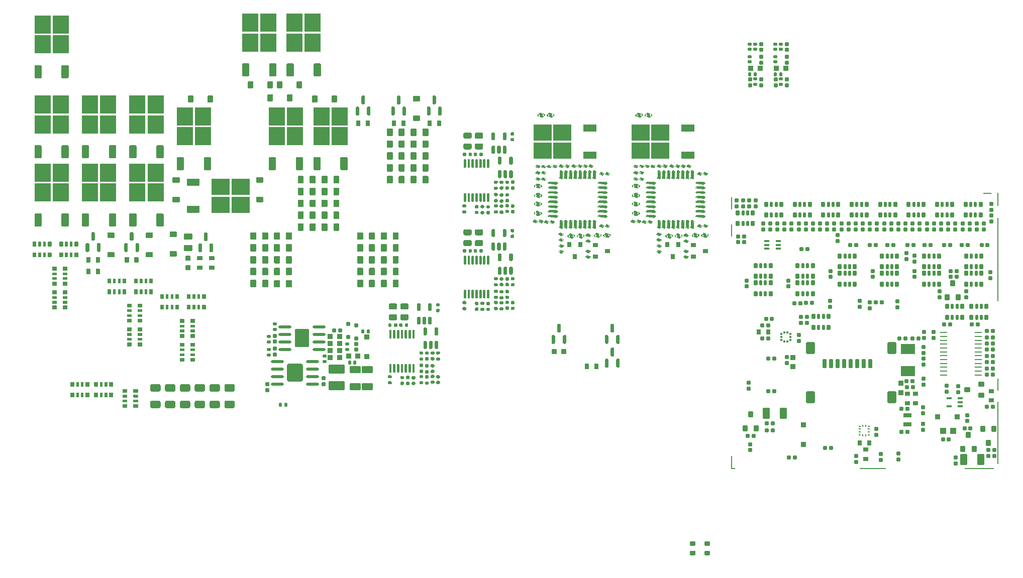
<source format=gbp>
G75*
G70*
%OFA0B0*%
%FSLAX25Y25*%
%IPPOS*%
%LPD*%
%AMOC8*
5,1,8,0,0,1.08239X$1,22.5*
%
%AMM134*
21,1,0.035430,0.030320,-0.000000,-0.000000,270.000000*
21,1,0.028350,0.037400,-0.000000,-0.000000,270.000000*
1,1,0.007090,-0.015160,-0.014170*
1,1,0.007090,-0.015160,0.014170*
1,1,0.007090,0.015160,0.014170*
1,1,0.007090,0.015160,-0.014170*
%
%AMM136*
21,1,0.035830,0.026770,-0.000000,-0.000000,180.000000*
21,1,0.029130,0.033470,-0.000000,-0.000000,180.000000*
1,1,0.006690,-0.014570,0.013390*
1,1,0.006690,0.014570,0.013390*
1,1,0.006690,0.014570,-0.013390*
1,1,0.006690,-0.014570,-0.013390*
%
%AMM157*
21,1,0.033470,0.026770,-0.000000,-0.000000,90.000000*
21,1,0.026770,0.033470,-0.000000,-0.000000,90.000000*
1,1,0.006690,0.013390,0.013390*
1,1,0.006690,0.013390,-0.013390*
1,1,0.006690,-0.013390,-0.013390*
1,1,0.006690,-0.013390,0.013390*
%
%AMM172*
21,1,0.035830,0.026770,0.000000,-0.000000,270.000000*
21,1,0.029130,0.033470,0.000000,-0.000000,270.000000*
1,1,0.006690,-0.013390,-0.014570*
1,1,0.006690,-0.013390,0.014570*
1,1,0.006690,0.013390,0.014570*
1,1,0.006690,0.013390,-0.014570*
%
%AMM173*
21,1,0.070870,0.036220,0.000000,-0.000000,0.000000*
21,1,0.061810,0.045280,0.000000,-0.000000,0.000000*
1,1,0.009060,0.030910,-0.018110*
1,1,0.009060,-0.030910,-0.018110*
1,1,0.009060,-0.030910,0.018110*
1,1,0.009060,0.030910,0.018110*
%
%AMM176*
21,1,0.023620,0.018900,0.000000,-0.000000,0.000000*
21,1,0.018900,0.023620,0.000000,-0.000000,0.000000*
1,1,0.004720,0.009450,-0.009450*
1,1,0.004720,-0.009450,-0.009450*
1,1,0.004720,-0.009450,0.009450*
1,1,0.004720,0.009450,0.009450*
%
%AMM177*
21,1,0.019680,0.019680,0.000000,-0.000000,270.000000*
21,1,0.015750,0.023620,0.000000,-0.000000,270.000000*
1,1,0.003940,-0.009840,-0.007870*
1,1,0.003940,-0.009840,0.007870*
1,1,0.003940,0.009840,0.007870*
1,1,0.003940,0.009840,-0.007870*
%
%AMM178*
21,1,0.019680,0.019680,0.000000,-0.000000,180.000000*
21,1,0.015750,0.023620,0.000000,-0.000000,180.000000*
1,1,0.003940,-0.007870,0.009840*
1,1,0.003940,0.007870,0.009840*
1,1,0.003940,0.007870,-0.009840*
1,1,0.003940,-0.007870,-0.009840*
%
%AMM192*
21,1,0.106300,0.050390,0.000000,-0.000000,0.000000*
21,1,0.093700,0.062990,0.000000,-0.000000,0.000000*
1,1,0.012600,0.046850,-0.025200*
1,1,0.012600,-0.046850,-0.025200*
1,1,0.012600,-0.046850,0.025200*
1,1,0.012600,0.046850,0.025200*
%
%AMM193*
21,1,0.033470,0.026770,0.000000,-0.000000,180.000000*
21,1,0.026770,0.033470,0.000000,-0.000000,180.000000*
1,1,0.006690,-0.013390,0.013390*
1,1,0.006690,0.013390,0.013390*
1,1,0.006690,0.013390,-0.013390*
1,1,0.006690,-0.013390,-0.013390*
%
%AMM194*
21,1,0.023620,0.018900,0.000000,-0.000000,90.000000*
21,1,0.018900,0.023620,0.000000,-0.000000,90.000000*
1,1,0.004720,0.009450,0.009450*
1,1,0.004720,0.009450,-0.009450*
1,1,0.004720,-0.009450,-0.009450*
1,1,0.004720,-0.009450,0.009450*
%
%AMM195*
21,1,0.122050,0.075590,0.000000,-0.000000,90.000000*
21,1,0.103150,0.094490,0.000000,-0.000000,90.000000*
1,1,0.018900,0.037800,0.051580*
1,1,0.018900,0.037800,-0.051580*
1,1,0.018900,-0.037800,-0.051580*
1,1,0.018900,-0.037800,0.051580*
%
%AMM196*
21,1,0.118110,0.083460,0.000000,-0.000000,270.000000*
21,1,0.097240,0.104330,0.000000,-0.000000,270.000000*
1,1,0.020870,-0.041730,-0.048620*
1,1,0.020870,-0.041730,0.048620*
1,1,0.020870,0.041730,0.048620*
1,1,0.020870,0.041730,-0.048620*
%
%AMM207*
21,1,0.027560,0.030710,-0.000000,-0.000000,180.000000*
21,1,0.022050,0.036220,-0.000000,-0.000000,180.000000*
1,1,0.005510,-0.011020,0.015350*
1,1,0.005510,0.011020,0.015350*
1,1,0.005510,0.011020,-0.015350*
1,1,0.005510,-0.011020,-0.015350*
%
%AMM208*
21,1,0.027560,0.030710,-0.000000,-0.000000,90.000000*
21,1,0.022050,0.036220,-0.000000,-0.000000,90.000000*
1,1,0.005510,0.015350,0.011020*
1,1,0.005510,0.015350,-0.011020*
1,1,0.005510,-0.015350,-0.011020*
1,1,0.005510,-0.015350,0.011020*
%
%AMM261*
21,1,0.012600,0.028980,-0.000000,-0.000000,90.000000*
21,1,0.010080,0.031500,-0.000000,-0.000000,90.000000*
1,1,0.002520,0.014490,0.005040*
1,1,0.002520,0.014490,-0.005040*
1,1,0.002520,-0.014490,-0.005040*
1,1,0.002520,-0.014490,0.005040*
%
%AMM263*
21,1,0.027560,0.018900,-0.000000,-0.000000,0.000000*
21,1,0.022840,0.023620,-0.000000,-0.000000,0.000000*
1,1,0.004720,0.011420,-0.009450*
1,1,0.004720,-0.011420,-0.009450*
1,1,0.004720,-0.011420,0.009450*
1,1,0.004720,0.011420,0.009450*
%
%AMM264*
21,1,0.027560,0.018900,-0.000000,-0.000000,270.000000*
21,1,0.022840,0.023620,-0.000000,-0.000000,270.000000*
1,1,0.004720,-0.009450,-0.011420*
1,1,0.004720,-0.009450,0.011420*
1,1,0.004720,0.009450,0.011420*
1,1,0.004720,0.009450,-0.011420*
%
%AMM268*
21,1,0.035430,0.030320,-0.000000,-0.000000,0.000000*
21,1,0.028350,0.037400,-0.000000,-0.000000,0.000000*
1,1,0.007090,0.014170,-0.015160*
1,1,0.007090,-0.014170,-0.015160*
1,1,0.007090,-0.014170,0.015160*
1,1,0.007090,0.014170,0.015160*
%
%AMM291*
21,1,0.025590,0.026380,-0.000000,-0.000000,0.000000*
21,1,0.020470,0.031500,-0.000000,-0.000000,0.000000*
1,1,0.005120,0.010240,-0.013190*
1,1,0.005120,-0.010240,-0.013190*
1,1,0.005120,-0.010240,0.013190*
1,1,0.005120,0.010240,0.013190*
%
%AMM292*
21,1,0.017720,0.027950,-0.000000,-0.000000,0.000000*
21,1,0.014170,0.031500,-0.000000,-0.000000,0.000000*
1,1,0.003540,0.007090,-0.013980*
1,1,0.003540,-0.007090,-0.013980*
1,1,0.003540,-0.007090,0.013980*
1,1,0.003540,0.007090,0.013980*
%
%AMM293*
21,1,0.035830,0.026770,-0.000000,-0.000000,90.000000*
21,1,0.029130,0.033470,-0.000000,-0.000000,90.000000*
1,1,0.006690,0.013390,0.014570*
1,1,0.006690,0.013390,-0.014570*
1,1,0.006690,-0.013390,-0.014570*
1,1,0.006690,-0.013390,0.014570*
%
%AMM294*
21,1,0.070870,0.036220,-0.000000,-0.000000,90.000000*
21,1,0.061810,0.045280,-0.000000,-0.000000,90.000000*
1,1,0.009060,0.018110,0.030910*
1,1,0.009060,0.018110,-0.030910*
1,1,0.009060,-0.018110,-0.030910*
1,1,0.009060,-0.018110,0.030910*
%
%AMM295*
21,1,0.059060,0.020470,-0.000000,-0.000000,270.000000*
21,1,0.053940,0.025590,-0.000000,-0.000000,270.000000*
1,1,0.005120,-0.010240,-0.026970*
1,1,0.005120,-0.010240,0.026970*
1,1,0.005120,0.010240,0.026970*
1,1,0.005120,0.010240,-0.026970*
%
%AMM296*
21,1,0.078740,0.045670,-0.000000,-0.000000,270.000000*
21,1,0.067320,0.057090,-0.000000,-0.000000,270.000000*
1,1,0.011420,-0.022840,-0.033660*
1,1,0.011420,-0.022840,0.033660*
1,1,0.011420,0.022840,0.033660*
1,1,0.011420,0.022840,-0.033660*
%
%AMM297*
21,1,0.027560,0.049610,-0.000000,-0.000000,90.000000*
21,1,0.022050,0.055120,-0.000000,-0.000000,90.000000*
1,1,0.005510,0.024800,0.011020*
1,1,0.005510,0.024800,-0.011020*
1,1,0.005510,-0.024800,-0.011020*
1,1,0.005510,-0.024800,0.011020*
%
%ADD163R,0.03543X0.03150*%
%ADD166R,0.03150X0.03543*%
%ADD196O,0.04961X0.00984*%
%ADD250R,0.01378X0.00984*%
%ADD251R,0.00984X0.01378*%
%ADD252R,0.01378X0.01476*%
%ADD253R,0.01476X0.01378*%
%ADD255R,0.03937X0.04331*%
%ADD260R,0.09449X0.06693*%
%ADD313O,0.08661X0.01968*%
%ADD326M134*%
%ADD328M136*%
%ADD349M157*%
%ADD364M172*%
%ADD365M173*%
%ADD368M176*%
%ADD369M177*%
%ADD370M178*%
%ADD384M192*%
%ADD385M193*%
%ADD386M194*%
%ADD387M195*%
%ADD388M196*%
%ADD394R,0.08661X0.04724*%
%ADD409M207*%
%ADD410M208*%
%ADD43R,0.00787X0.41732*%
%ADD44R,0.00787X0.08268*%
%ADD45R,0.00787X0.55217*%
%ADD46R,0.00787X0.09055*%
%ADD47R,0.05512X0.00787*%
%ADD48R,0.19685X0.00787*%
%ADD484M261*%
%ADD486M263*%
%ADD487M264*%
%ADD49R,0.17717X0.00787*%
%ADD491M268*%
%ADD50R,0.02657X0.00787*%
%ADD51R,0.00787X0.08661*%
%ADD514M291*%
%ADD515M292*%
%ADD516M293*%
%ADD517M294*%
%ADD518M295*%
%ADD519M296*%
%ADD52R,0.00787X0.07972*%
%ADD520M297*%
%ADD53R,0.00787X0.07874*%
%ADD93R,0.10827X0.12008*%
%ADD94R,0.12008X0.10827*%
X0000000Y0000000D02*
%LPD*%
G01*
D43*
X0643701Y0095492D03*
D44*
X0643701Y0127579D03*
D45*
X0643701Y0210502D03*
D46*
X0643701Y0250512D03*
D47*
X0636614Y0254646D03*
D48*
X0631102Y0071870D03*
D49*
X0560728Y0071870D03*
D50*
X0467864Y0071870D03*
D51*
X0466929Y0075807D03*
D52*
X0466929Y0229793D03*
D53*
X0466929Y0247953D03*
G36*
G01*
X0163386Y0200610D02*
X0163386Y0204744D01*
G75*
G02*
X0163780Y0205138I0000394J0000000D01*
G01*
X0166929Y0205138D01*
G75*
G02*
X0167323Y0204744I0000000J-000394D01*
G01*
X0167323Y0200610D01*
G75*
G02*
X0166929Y0200217I-000394J0000000D01*
G01*
X0163780Y0200217D01*
G75*
G02*
X0163386Y0200610I0000000J0000394D01*
G01*
G37*
G36*
G01*
X0171260Y0200610D02*
X0171260Y0204744D01*
G75*
G02*
X0171654Y0205138I0000394J0000000D01*
G01*
X0174803Y0205138D01*
G75*
G02*
X0175197Y0204744I0000000J-000394D01*
G01*
X0175197Y0200610D01*
G75*
G02*
X0174803Y0200217I-000394J0000000D01*
G01*
X0171654Y0200217D01*
G75*
G02*
X0171260Y0200610I0000000J0000394D01*
G01*
G37*
G36*
G01*
X0194882Y0238012D02*
X0194882Y0242146D01*
G75*
G02*
X0195276Y0242539I0000394J0000000D01*
G01*
X0198425Y0242539D01*
G75*
G02*
X0198819Y0242146I0000000J-000394D01*
G01*
X0198819Y0238012D01*
G75*
G02*
X0198425Y0237618I-000394J0000000D01*
G01*
X0195276Y0237618D01*
G75*
G02*
X0194882Y0238012I0000000J0000394D01*
G01*
G37*
G36*
G01*
X0202756Y0238012D02*
X0202756Y0242146D01*
G75*
G02*
X0203150Y0242539I0000394J0000000D01*
G01*
X0206299Y0242539D01*
G75*
G02*
X0206693Y0242146I0000000J-000394D01*
G01*
X0206693Y0238012D01*
G75*
G02*
X0206299Y0237618I-000394J0000000D01*
G01*
X0203150Y0237618D01*
G75*
G02*
X0202756Y0238012I0000000J0000394D01*
G01*
G37*
G36*
G01*
X0131398Y0127972D02*
X0136319Y0127972D01*
G75*
G02*
X0137303Y0126988I0000000J-000984D01*
G01*
X0137303Y0124035D01*
G75*
G02*
X0136319Y0123051I-000984J0000000D01*
G01*
X0131398Y0123051D01*
G75*
G02*
X0130413Y0124035I0000000J0000984D01*
G01*
X0130413Y0126988D01*
G75*
G02*
X0131398Y0127972I0000984J0000000D01*
G01*
G37*
G36*
G01*
X0131398Y0116949D02*
X0136319Y0116949D01*
G75*
G02*
X0137303Y0115965I0000000J-000984D01*
G01*
X0137303Y0113012D01*
G75*
G02*
X0136319Y0112028I-000984J0000000D01*
G01*
X0131398Y0112028D01*
G75*
G02*
X0130413Y0113012I0000000J0000984D01*
G01*
X0130413Y0115965D01*
G75*
G02*
X0131398Y0116949I0000984J0000000D01*
G01*
G37*
G36*
G01*
X0068642Y0153071D02*
X0066004Y0153071D01*
G75*
G02*
X0065748Y0153327I0000000J0000256D01*
G01*
X0065748Y0155374D01*
G75*
G02*
X0066004Y0155630I0000256J0000000D01*
G01*
X0068642Y0155630D01*
G75*
G02*
X0068898Y0155374I0000000J-000256D01*
G01*
X0068898Y0153327D01*
G75*
G02*
X0068642Y0153071I-000256J0000000D01*
G01*
G37*
G36*
G01*
X0068720Y0156909D02*
X0065925Y0156909D01*
G75*
G02*
X0065748Y0157087I0000000J0000177D01*
G01*
X0065748Y0158504D01*
G75*
G02*
X0065925Y0158681I0000177J0000000D01*
G01*
X0068720Y0158681D01*
G75*
G02*
X0068898Y0158504I0000000J-000177D01*
G01*
X0068898Y0157087D01*
G75*
G02*
X0068720Y0156909I-000177J0000000D01*
G01*
G37*
G36*
G01*
X0068720Y0160059D02*
X0065925Y0160059D01*
G75*
G02*
X0065748Y0160236I0000000J0000177D01*
G01*
X0065748Y0161654D01*
G75*
G02*
X0065925Y0161831I0000177J0000000D01*
G01*
X0068720Y0161831D01*
G75*
G02*
X0068898Y0161654I0000000J-000177D01*
G01*
X0068898Y0160236D01*
G75*
G02*
X0068720Y0160059I-000177J0000000D01*
G01*
G37*
G36*
G01*
X0068642Y0163110D02*
X0066004Y0163110D01*
G75*
G02*
X0065748Y0163366I0000000J0000256D01*
G01*
X0065748Y0165413D01*
G75*
G02*
X0066004Y0165669I0000256J0000000D01*
G01*
X0068642Y0165669D01*
G75*
G02*
X0068898Y0165413I0000000J-000256D01*
G01*
X0068898Y0163366D01*
G75*
G02*
X0068642Y0163110I-000256J0000000D01*
G01*
G37*
G36*
G01*
X0075728Y0163110D02*
X0073091Y0163110D01*
G75*
G02*
X0072835Y0163366I0000000J0000256D01*
G01*
X0072835Y0165413D01*
G75*
G02*
X0073091Y0165669I0000256J0000000D01*
G01*
X0075728Y0165669D01*
G75*
G02*
X0075984Y0165413I0000000J-000256D01*
G01*
X0075984Y0163366D01*
G75*
G02*
X0075728Y0163110I-000256J0000000D01*
G01*
G37*
G36*
G01*
X0075807Y0160059D02*
X0073012Y0160059D01*
G75*
G02*
X0072835Y0160236I0000000J0000177D01*
G01*
X0072835Y0161654D01*
G75*
G02*
X0073012Y0161831I0000177J0000000D01*
G01*
X0075807Y0161831D01*
G75*
G02*
X0075984Y0161654I0000000J-000177D01*
G01*
X0075984Y0160236D01*
G75*
G02*
X0075807Y0160059I-000177J0000000D01*
G01*
G37*
G36*
G01*
X0075807Y0156909D02*
X0073012Y0156909D01*
G75*
G02*
X0072835Y0157087I0000000J0000177D01*
G01*
X0072835Y0158504D01*
G75*
G02*
X0073012Y0158681I0000177J0000000D01*
G01*
X0075807Y0158681D01*
G75*
G02*
X0075984Y0158504I0000000J-000177D01*
G01*
X0075984Y0157087D01*
G75*
G02*
X0075807Y0156909I-000177J0000000D01*
G01*
G37*
G36*
G01*
X0075728Y0153071D02*
X0073091Y0153071D01*
G75*
G02*
X0072835Y0153327I0000000J0000256D01*
G01*
X0072835Y0155374D01*
G75*
G02*
X0073091Y0155630I0000256J0000000D01*
G01*
X0075728Y0155630D01*
G75*
G02*
X0075984Y0155374I0000000J-000256D01*
G01*
X0075984Y0153327D01*
G75*
G02*
X0075728Y0153071I-000256J0000000D01*
G01*
G37*
G36*
G01*
X0253937Y0285256D02*
X0253937Y0289390D01*
G75*
G02*
X0254331Y0289783I0000394J0000000D01*
G01*
X0257480Y0289783D01*
G75*
G02*
X0257874Y0289390I0000000J-000394D01*
G01*
X0257874Y0285256D01*
G75*
G02*
X0257480Y0284862I-000394J0000000D01*
G01*
X0254331Y0284862D01*
G75*
G02*
X0253937Y0285256I0000000J0000394D01*
G01*
G37*
G36*
G01*
X0261811Y0285256D02*
X0261811Y0289390D01*
G75*
G02*
X0262205Y0289783I0000394J0000000D01*
G01*
X0265354Y0289783D01*
G75*
G02*
X0265748Y0289390I0000000J-000394D01*
G01*
X0265748Y0285256D01*
G75*
G02*
X0265354Y0284862I-000394J0000000D01*
G01*
X0262205Y0284862D01*
G75*
G02*
X0261811Y0285256I0000000J0000394D01*
G01*
G37*
D93*
X0165256Y0292539D03*
X0177264Y0292539D03*
X0165256Y0305728D03*
X0177264Y0305728D03*
G36*
G01*
X0182126Y0270000D02*
X0178346Y0270000D01*
G75*
G02*
X0177874Y0270472I0000000J0000472D01*
G01*
X0177874Y0278189D01*
G75*
G02*
X0178346Y0278661I0000472J0000000D01*
G01*
X0182126Y0278661D01*
G75*
G02*
X0182598Y0278189I0000000J-000472D01*
G01*
X0182598Y0270472D01*
G75*
G02*
X0182126Y0270000I-000472J0000000D01*
G01*
G37*
G36*
G01*
X0164173Y0270000D02*
X0160394Y0270000D01*
G75*
G02*
X0159921Y0270472I0000000J0000472D01*
G01*
X0159921Y0278189D01*
G75*
G02*
X0160394Y0278661I0000472J0000000D01*
G01*
X0164173Y0278661D01*
G75*
G02*
X0164646Y0278189I0000000J-000472D01*
G01*
X0164646Y0270472D01*
G75*
G02*
X0164173Y0270000I-000472J0000000D01*
G01*
G37*
G36*
G01*
X0111713Y0127972D02*
X0116634Y0127972D01*
G75*
G02*
X0117618Y0126988I0000000J-000984D01*
G01*
X0117618Y0124035D01*
G75*
G02*
X0116634Y0123051I-000984J0000000D01*
G01*
X0111713Y0123051D01*
G75*
G02*
X0110728Y0124035I0000000J0000984D01*
G01*
X0110728Y0126988D01*
G75*
G02*
X0111713Y0127972I0000984J0000000D01*
G01*
G37*
G36*
G01*
X0111713Y0116949D02*
X0116634Y0116949D01*
G75*
G02*
X0117618Y0115965I0000000J-000984D01*
G01*
X0117618Y0113012D01*
G75*
G02*
X0116634Y0112028I-000984J0000000D01*
G01*
X0111713Y0112028D01*
G75*
G02*
X0110728Y0113012I0000000J0000984D01*
G01*
X0110728Y0115965D01*
G75*
G02*
X0111713Y0116949I0000984J0000000D01*
G01*
G37*
G36*
G01*
X0442681Y0014436D02*
X0439610Y0014436D01*
G75*
G02*
X0439334Y0014711I0000000J0000276D01*
G01*
X0439334Y0016916D01*
G75*
G02*
X0439610Y0017192I0000276J0000000D01*
G01*
X0442681Y0017192D01*
G75*
G02*
X0442957Y0016916I0000000J-000276D01*
G01*
X0442957Y0014711D01*
G75*
G02*
X0442681Y0014436I-000276J0000000D01*
G01*
G37*
G36*
G01*
X0442681Y0020735D02*
X0439610Y0020735D01*
G75*
G02*
X0439334Y0021011I0000000J0000276D01*
G01*
X0439334Y0023215D01*
G75*
G02*
X0439610Y0023491I0000276J0000000D01*
G01*
X0442681Y0023491D01*
G75*
G02*
X0442957Y0023215I0000000J-000276D01*
G01*
X0442957Y0021011D01*
G75*
G02*
X0442681Y0020735I-000276J0000000D01*
G01*
G37*
X0104232Y0292539D03*
X0116240Y0292539D03*
X0104232Y0305728D03*
X0116240Y0305728D03*
G36*
G01*
X0121102Y0270000D02*
X0117323Y0270000D01*
G75*
G02*
X0116850Y0270472I0000000J0000472D01*
G01*
X0116850Y0278189D01*
G75*
G02*
X0117323Y0278661I0000472J0000000D01*
G01*
X0121102Y0278661D01*
G75*
G02*
X0121575Y0278189I0000000J-000472D01*
G01*
X0121575Y0270472D01*
G75*
G02*
X0121102Y0270000I-000472J0000000D01*
G01*
G37*
G36*
G01*
X0103150Y0270000D02*
X0099370Y0270000D01*
G75*
G02*
X0098898Y0270472I0000000J0000472D01*
G01*
X0098898Y0278189D01*
G75*
G02*
X0099370Y0278661I0000472J0000000D01*
G01*
X0103150Y0278661D01*
G75*
G02*
X0103622Y0278189I0000000J-000472D01*
G01*
X0103622Y0270472D01*
G75*
G02*
X0103150Y0270000I-000472J0000000D01*
G01*
G37*
G36*
G01*
X0356693Y0154744D02*
X0355512Y0154744D01*
G75*
G02*
X0354921Y0155335I0000000J0000591D01*
G01*
X0354921Y0159961D01*
G75*
G02*
X0355512Y0160551I0000591J0000000D01*
G01*
X0356693Y0160551D01*
G75*
G02*
X0357283Y0159961I0000000J-000591D01*
G01*
X0357283Y0155335D01*
G75*
G02*
X0356693Y0154744I-000591J0000000D01*
G01*
G37*
G36*
G01*
X0349213Y0154744D02*
X0348031Y0154744D01*
G75*
G02*
X0347441Y0155335I0000000J0000591D01*
G01*
X0347441Y0159961D01*
G75*
G02*
X0348031Y0160551I0000591J0000000D01*
G01*
X0349213Y0160551D01*
G75*
G02*
X0349803Y0159961I0000000J-000591D01*
G01*
X0349803Y0155335D01*
G75*
G02*
X0349213Y0154744I-000591J0000000D01*
G01*
G37*
G36*
G01*
X0352953Y0162126D02*
X0351772Y0162126D01*
G75*
G02*
X0351181Y0162717I0000000J0000591D01*
G01*
X0351181Y0167343D01*
G75*
G02*
X0351772Y0167933I0000591J0000000D01*
G01*
X0352953Y0167933D01*
G75*
G02*
X0353543Y0167343I0000000J-000591D01*
G01*
X0353543Y0162717D01*
G75*
G02*
X0352953Y0162126I-000591J0000000D01*
G01*
G37*
G36*
G01*
X0098465Y0212717D02*
X0094449Y0212717D01*
G75*
G02*
X0094094Y0213071I0000000J0000354D01*
G01*
X0094094Y0215906D01*
G75*
G02*
X0094449Y0216260I0000354J0000000D01*
G01*
X0098465Y0216260D01*
G75*
G02*
X0098819Y0215906I0000000J-000354D01*
G01*
X0098819Y0213071D01*
G75*
G02*
X0098465Y0212717I-000354J0000000D01*
G01*
G37*
G36*
G01*
X0098465Y0225709D02*
X0094449Y0225709D01*
G75*
G02*
X0094094Y0226063I0000000J0000354D01*
G01*
X0094094Y0228898D01*
G75*
G02*
X0094449Y0229252I0000354J0000000D01*
G01*
X0098465Y0229252D01*
G75*
G02*
X0098819Y0228898I0000000J-000354D01*
G01*
X0098819Y0226063D01*
G75*
G02*
X0098465Y0225709I-000354J0000000D01*
G01*
G37*
G36*
G01*
X0255866Y0319213D02*
X0259882Y0319213D01*
G75*
G02*
X0260236Y0318858I0000000J-000354D01*
G01*
X0260236Y0316024D01*
G75*
G02*
X0259882Y0315669I-000354J0000000D01*
G01*
X0255866Y0315669D01*
G75*
G02*
X0255512Y0316024I0000000J0000354D01*
G01*
X0255512Y0318858D01*
G75*
G02*
X0255866Y0319213I0000354J0000000D01*
G01*
G37*
G36*
G01*
X0255866Y0306220D02*
X0259882Y0306220D01*
G75*
G02*
X0260236Y0305866I0000000J-000354D01*
G01*
X0260236Y0303031D01*
G75*
G02*
X0259882Y0302677I-000354J0000000D01*
G01*
X0255866Y0302677D01*
G75*
G02*
X0255512Y0303031I0000000J0000354D01*
G01*
X0255512Y0305866D01*
G75*
G02*
X0255866Y0306220I0000354J0000000D01*
G01*
G37*
G36*
G01*
X0274016Y0306319D02*
X0272835Y0306319D01*
G75*
G02*
X0272244Y0306909I0000000J0000591D01*
G01*
X0272244Y0311535D01*
G75*
G02*
X0272835Y0312126I0000591J0000000D01*
G01*
X0274016Y0312126D01*
G75*
G02*
X0274606Y0311535I0000000J-000591D01*
G01*
X0274606Y0306909D01*
G75*
G02*
X0274016Y0306319I-000591J0000000D01*
G01*
G37*
G36*
G01*
X0270276Y0313701D02*
X0269094Y0313701D01*
G75*
G02*
X0268504Y0314291I0000000J0000591D01*
G01*
X0268504Y0318917D01*
G75*
G02*
X0269094Y0319508I0000591J0000000D01*
G01*
X0270276Y0319508D01*
G75*
G02*
X0270866Y0318917I0000000J-000591D01*
G01*
X0270866Y0314291D01*
G75*
G02*
X0270276Y0313701I-000591J0000000D01*
G01*
G37*
G36*
G01*
X0266535Y0306319D02*
X0265354Y0306319D01*
G75*
G02*
X0264764Y0306909I0000000J0000591D01*
G01*
X0264764Y0311535D01*
G75*
G02*
X0265354Y0312126I0000591J0000000D01*
G01*
X0266535Y0312126D01*
G75*
G02*
X0267126Y0311535I0000000J-000591D01*
G01*
X0267126Y0306909D01*
G75*
G02*
X0266535Y0306319I-000591J0000000D01*
G01*
G37*
G36*
G01*
X0082185Y0127972D02*
X0087106Y0127972D01*
G75*
G02*
X0088091Y0126988I0000000J-000984D01*
G01*
X0088091Y0124035D01*
G75*
G02*
X0087106Y0123051I-000984J0000000D01*
G01*
X0082185Y0123051D01*
G75*
G02*
X0081201Y0124035I0000000J0000984D01*
G01*
X0081201Y0126988D01*
G75*
G02*
X0082185Y0127972I0000984J0000000D01*
G01*
G37*
G36*
G01*
X0082185Y0116949D02*
X0087106Y0116949D01*
G75*
G02*
X0088091Y0115965I0000000J-000984D01*
G01*
X0088091Y0113012D01*
G75*
G02*
X0087106Y0112028I-000984J0000000D01*
G01*
X0082185Y0112028D01*
G75*
G02*
X0081201Y0113012I0000000J0000984D01*
G01*
X0081201Y0115965D01*
G75*
G02*
X0082185Y0116949I0000984J0000000D01*
G01*
G37*
G36*
G01*
X0188583Y0315236D02*
X0188583Y0319252D01*
G75*
G02*
X0188937Y0319606I0000354J0000000D01*
G01*
X0191772Y0319606D01*
G75*
G02*
X0192126Y0319252I0000000J-000354D01*
G01*
X0192126Y0315236D01*
G75*
G02*
X0191772Y0314882I-000354J0000000D01*
G01*
X0188937Y0314882D01*
G75*
G02*
X0188583Y0315236I0000000J0000354D01*
G01*
G37*
G36*
G01*
X0201575Y0315236D02*
X0201575Y0319252D01*
G75*
G02*
X0201929Y0319606I0000354J0000000D01*
G01*
X0204764Y0319606D01*
G75*
G02*
X0205118Y0319252I0000000J-000354D01*
G01*
X0205118Y0315236D01*
G75*
G02*
X0204764Y0314882I-000354J0000000D01*
G01*
X0201929Y0314882D01*
G75*
G02*
X0201575Y0315236I0000000J0000354D01*
G01*
G37*
G36*
G01*
X0082717Y0212126D02*
X0078701Y0212126D01*
G75*
G02*
X0078346Y0212480I0000000J0000354D01*
G01*
X0078346Y0215315D01*
G75*
G02*
X0078701Y0215669I0000354J0000000D01*
G01*
X0082717Y0215669D01*
G75*
G02*
X0083071Y0215315I0000000J-000354D01*
G01*
X0083071Y0212480D01*
G75*
G02*
X0082717Y0212126I-000354J0000000D01*
G01*
G37*
G36*
G01*
X0082717Y0225118D02*
X0078701Y0225118D01*
G75*
G02*
X0078346Y0225472I0000000J0000354D01*
G01*
X0078346Y0228307D01*
G75*
G02*
X0078701Y0228661I0000354J0000000D01*
G01*
X0082717Y0228661D01*
G75*
G02*
X0083071Y0228307I0000000J-000354D01*
G01*
X0083071Y0225472D01*
G75*
G02*
X0082717Y0225118I-000354J0000000D01*
G01*
G37*
G36*
G01*
X0234252Y0216358D02*
X0234252Y0220492D01*
G75*
G02*
X0234646Y0220886I0000394J0000000D01*
G01*
X0237795Y0220886D01*
G75*
G02*
X0238189Y0220492I0000000J-000394D01*
G01*
X0238189Y0216358D01*
G75*
G02*
X0237795Y0215965I-000394J0000000D01*
G01*
X0234646Y0215965D01*
G75*
G02*
X0234252Y0216358I0000000J0000394D01*
G01*
G37*
G36*
G01*
X0242126Y0216358D02*
X0242126Y0220492D01*
G75*
G02*
X0242520Y0220886I0000394J0000000D01*
G01*
X0245669Y0220886D01*
G75*
G02*
X0246063Y0220492I0000000J-000394D01*
G01*
X0246063Y0216358D01*
G75*
G02*
X0245669Y0215965I-000394J0000000D01*
G01*
X0242520Y0215965D01*
G75*
G02*
X0242126Y0216358I0000000J0000394D01*
G01*
G37*
G36*
G01*
X0121555Y0127972D02*
X0126476Y0127972D01*
G75*
G02*
X0127461Y0126988I0000000J-000984D01*
G01*
X0127461Y0124035D01*
G75*
G02*
X0126476Y0123051I-000984J0000000D01*
G01*
X0121555Y0123051D01*
G75*
G02*
X0120571Y0124035I0000000J0000984D01*
G01*
X0120571Y0126988D01*
G75*
G02*
X0121555Y0127972I0000984J0000000D01*
G01*
G37*
G36*
G01*
X0121555Y0116949D02*
X0126476Y0116949D01*
G75*
G02*
X0127461Y0115965I0000000J-000984D01*
G01*
X0127461Y0113012D01*
G75*
G02*
X0126476Y0112028I-000984J0000000D01*
G01*
X0121555Y0112028D01*
G75*
G02*
X0120571Y0113012I0000000J0000984D01*
G01*
X0120571Y0115965D01*
G75*
G02*
X0121555Y0116949I0000984J0000000D01*
G01*
G37*
G36*
G01*
X0101870Y0127972D02*
X0106791Y0127972D01*
G75*
G02*
X0107776Y0126988I0000000J-000984D01*
G01*
X0107776Y0124035D01*
G75*
G02*
X0106791Y0123051I-000984J0000000D01*
G01*
X0101870Y0123051D01*
G75*
G02*
X0100886Y0124035I0000000J0000984D01*
G01*
X0100886Y0126988D01*
G75*
G02*
X0101870Y0127972I0000984J0000000D01*
G01*
G37*
G36*
G01*
X0101870Y0116949D02*
X0106791Y0116949D01*
G75*
G02*
X0107776Y0115965I0000000J-000984D01*
G01*
X0107776Y0113012D01*
G75*
G02*
X0106791Y0112028I-000984J0000000D01*
G01*
X0101870Y0112028D01*
G75*
G02*
X0100886Y0113012I0000000J0000984D01*
G01*
X0100886Y0115965D01*
G75*
G02*
X0101870Y0116949I0000984J0000000D01*
G01*
G37*
G36*
G01*
X0190945Y0242146D02*
X0190945Y0238012D01*
G75*
G02*
X0190551Y0237618I-000394J0000000D01*
G01*
X0187402Y0237618D01*
G75*
G02*
X0187008Y0238012I0000000J0000394D01*
G01*
X0187008Y0242146D01*
G75*
G02*
X0187402Y0242539I0000394J0000000D01*
G01*
X0190551Y0242539D01*
G75*
G02*
X0190945Y0242146I0000000J-000394D01*
G01*
G37*
G36*
G01*
X0183071Y0242146D02*
X0183071Y0238012D01*
G75*
G02*
X0182677Y0237618I-000394J0000000D01*
G01*
X0179528Y0237618D01*
G75*
G02*
X0179134Y0238012I0000000J0000394D01*
G01*
X0179134Y0242146D01*
G75*
G02*
X0179528Y0242539I0000394J0000000D01*
G01*
X0182677Y0242539D01*
G75*
G02*
X0183071Y0242146I0000000J-000394D01*
G01*
G37*
X0072736Y0300413D03*
X0084744Y0300413D03*
X0072736Y0313602D03*
X0084744Y0313602D03*
G36*
G01*
X0089606Y0277874D02*
X0085827Y0277874D01*
G75*
G02*
X0085354Y0278346I0000000J0000472D01*
G01*
X0085354Y0286063D01*
G75*
G02*
X0085827Y0286535I0000472J0000000D01*
G01*
X0089606Y0286535D01*
G75*
G02*
X0090079Y0286063I0000000J-000472D01*
G01*
X0090079Y0278346D01*
G75*
G02*
X0089606Y0277874I-000472J0000000D01*
G01*
G37*
G36*
G01*
X0071654Y0277874D02*
X0067874Y0277874D01*
G75*
G02*
X0067402Y0278346I0000000J0000472D01*
G01*
X0067402Y0286063D01*
G75*
G02*
X0067874Y0286535I0000472J0000000D01*
G01*
X0071654Y0286535D01*
G75*
G02*
X0072126Y0286063I0000000J-000472D01*
G01*
X0072126Y0278346D01*
G75*
G02*
X0071654Y0277874I-000472J0000000D01*
G01*
G37*
G36*
G01*
X0194882Y0261634D02*
X0194882Y0265768D01*
G75*
G02*
X0195276Y0266161I0000394J0000000D01*
G01*
X0198425Y0266161D01*
G75*
G02*
X0198819Y0265768I0000000J-000394D01*
G01*
X0198819Y0261634D01*
G75*
G02*
X0198425Y0261240I-000394J0000000D01*
G01*
X0195276Y0261240D01*
G75*
G02*
X0194882Y0261634I0000000J0000394D01*
G01*
G37*
G36*
G01*
X0202756Y0261634D02*
X0202756Y0265768D01*
G75*
G02*
X0203150Y0266161I0000394J0000000D01*
G01*
X0206299Y0266161D01*
G75*
G02*
X0206693Y0265768I0000000J-000394D01*
G01*
X0206693Y0261634D01*
G75*
G02*
X0206299Y0261240I-000394J0000000D01*
G01*
X0203150Y0261240D01*
G75*
G02*
X0202756Y0261634I0000000J0000394D01*
G01*
G37*
G36*
G01*
X0378543Y0141220D02*
X0378543Y0138150D01*
G75*
G02*
X0378268Y0137874I-000276J0000000D01*
G01*
X0376063Y0137874D01*
G75*
G02*
X0375787Y0138150I0000000J0000276D01*
G01*
X0375787Y0141220D01*
G75*
G02*
X0376063Y0141496I0000276J0000000D01*
G01*
X0378268Y0141496D01*
G75*
G02*
X0378543Y0141220I0000000J-000276D01*
G01*
G37*
G36*
G01*
X0372244Y0141220D02*
X0372244Y0138150D01*
G75*
G02*
X0371969Y0137874I-000276J0000000D01*
G01*
X0369764Y0137874D01*
G75*
G02*
X0369488Y0138150I0000000J0000276D01*
G01*
X0369488Y0141220D01*
G75*
G02*
X0369764Y0141496I0000276J0000000D01*
G01*
X0371969Y0141496D01*
G75*
G02*
X0372244Y0141220I0000000J-000276D01*
G01*
G37*
G36*
G01*
X0115709Y0203858D02*
X0112638Y0203858D01*
G75*
G02*
X0112362Y0204134I0000000J0000276D01*
G01*
X0112362Y0206339D01*
G75*
G02*
X0112638Y0206614I0000276J0000000D01*
G01*
X0115709Y0206614D01*
G75*
G02*
X0115984Y0206339I0000000J-000276D01*
G01*
X0115984Y0204134D01*
G75*
G02*
X0115709Y0203858I-000276J0000000D01*
G01*
G37*
G36*
G01*
X0115709Y0210157D02*
X0112638Y0210157D01*
G75*
G02*
X0112362Y0210433I0000000J0000276D01*
G01*
X0112362Y0212638D01*
G75*
G02*
X0112638Y0212913I0000276J0000000D01*
G01*
X0115709Y0212913D01*
G75*
G02*
X0115984Y0212638I0000000J-000276D01*
G01*
X0115984Y0210433D01*
G75*
G02*
X0115709Y0210157I-000276J0000000D01*
G01*
G37*
G36*
G01*
X0190945Y0257894D02*
X0190945Y0253760D01*
G75*
G02*
X0190551Y0253366I-000394J0000000D01*
G01*
X0187402Y0253366D01*
G75*
G02*
X0187008Y0253760I0000000J0000394D01*
G01*
X0187008Y0257894D01*
G75*
G02*
X0187402Y0258287I0000394J0000000D01*
G01*
X0190551Y0258287D01*
G75*
G02*
X0190945Y0257894I0000000J-000394D01*
G01*
G37*
G36*
G01*
X0183071Y0257894D02*
X0183071Y0253760D01*
G75*
G02*
X0182677Y0253366I-000394J0000000D01*
G01*
X0179528Y0253366D01*
G75*
G02*
X0179134Y0253760I0000000J0000394D01*
G01*
X0179134Y0257894D01*
G75*
G02*
X0179528Y0258287I0000394J0000000D01*
G01*
X0182677Y0258287D01*
G75*
G02*
X0183071Y0257894I0000000J-000394D01*
G01*
G37*
G36*
G01*
X0123583Y0203858D02*
X0120512Y0203858D01*
G75*
G02*
X0120236Y0204134I0000000J0000276D01*
G01*
X0120236Y0206339D01*
G75*
G02*
X0120512Y0206614I0000276J0000000D01*
G01*
X0123583Y0206614D01*
G75*
G02*
X0123858Y0206339I0000000J-000276D01*
G01*
X0123858Y0204134D01*
G75*
G02*
X0123583Y0203858I-000276J0000000D01*
G01*
G37*
G36*
G01*
X0123583Y0210157D02*
X0120512Y0210157D01*
G75*
G02*
X0120236Y0210433I0000000J0000276D01*
G01*
X0120236Y0212638D01*
G75*
G02*
X0120512Y0212913I0000276J0000000D01*
G01*
X0123583Y0212913D01*
G75*
G02*
X0123858Y0212638I0000000J-000276D01*
G01*
X0123858Y0210433D01*
G75*
G02*
X0123583Y0210157I-000276J0000000D01*
G01*
G37*
G36*
G01*
X0194882Y0253760D02*
X0194882Y0257894D01*
G75*
G02*
X0195276Y0258287I0000394J0000000D01*
G01*
X0198425Y0258287D01*
G75*
G02*
X0198819Y0257894I0000000J-000394D01*
G01*
X0198819Y0253760D01*
G75*
G02*
X0198425Y0253366I-000394J0000000D01*
G01*
X0195276Y0253366D01*
G75*
G02*
X0194882Y0253760I0000000J0000394D01*
G01*
G37*
G36*
G01*
X0202756Y0253760D02*
X0202756Y0257894D01*
G75*
G02*
X0203150Y0258287I0000394J0000000D01*
G01*
X0206299Y0258287D01*
G75*
G02*
X0206693Y0257894I0000000J-000394D01*
G01*
X0206693Y0253760D01*
G75*
G02*
X0206299Y0253366I-000394J0000000D01*
G01*
X0203150Y0253366D01*
G75*
G02*
X0202756Y0253760I0000000J0000394D01*
G01*
G37*
X0041240Y0300413D03*
X0053248Y0300413D03*
X0041240Y0313602D03*
X0053248Y0313602D03*
G36*
G01*
X0058110Y0277874D02*
X0054331Y0277874D01*
G75*
G02*
X0053858Y0278346I0000000J0000472D01*
G01*
X0053858Y0286063D01*
G75*
G02*
X0054331Y0286535I0000472J0000000D01*
G01*
X0058110Y0286535D01*
G75*
G02*
X0058583Y0286063I0000000J-000472D01*
G01*
X0058583Y0278346D01*
G75*
G02*
X0058110Y0277874I-000472J0000000D01*
G01*
G37*
G36*
G01*
X0040157Y0277874D02*
X0036378Y0277874D01*
G75*
G02*
X0035906Y0278346I0000000J0000472D01*
G01*
X0035906Y0286063D01*
G75*
G02*
X0036378Y0286535I0000472J0000000D01*
G01*
X0040157Y0286535D01*
G75*
G02*
X0040630Y0286063I0000000J-000472D01*
G01*
X0040630Y0278346D01*
G75*
G02*
X0040157Y0277874I-000472J0000000D01*
G01*
G37*
G36*
G01*
X0155846Y0248740D02*
X0151831Y0248740D01*
G75*
G02*
X0151476Y0249094I0000000J0000354D01*
G01*
X0151476Y0251929D01*
G75*
G02*
X0151831Y0252283I0000354J0000000D01*
G01*
X0155846Y0252283D01*
G75*
G02*
X0156201Y0251929I0000000J-000354D01*
G01*
X0156201Y0249094D01*
G75*
G02*
X0155846Y0248740I-000354J0000000D01*
G01*
G37*
G36*
G01*
X0155846Y0261732D02*
X0151831Y0261732D01*
G75*
G02*
X0151476Y0262087I0000000J0000354D01*
G01*
X0151476Y0264921D01*
G75*
G02*
X0151831Y0265276I0000354J0000000D01*
G01*
X0155846Y0265276D01*
G75*
G02*
X0156201Y0264921I0000000J-000354D01*
G01*
X0156201Y0262087D01*
G75*
G02*
X0155846Y0261732I-000354J0000000D01*
G01*
G37*
G36*
G01*
X0020866Y0219567D02*
X0020866Y0222205D01*
G75*
G02*
X0021122Y0222461I0000256J0000000D01*
G01*
X0023169Y0222461D01*
G75*
G02*
X0023425Y0222205I0000000J-000256D01*
G01*
X0023425Y0219567D01*
G75*
G02*
X0023169Y0219311I-000256J0000000D01*
G01*
X0021122Y0219311D01*
G75*
G02*
X0020866Y0219567I0000000J0000256D01*
G01*
G37*
G36*
G01*
X0024705Y0219488D02*
X0024705Y0222283D01*
G75*
G02*
X0024882Y0222461I0000177J0000000D01*
G01*
X0026299Y0222461D01*
G75*
G02*
X0026476Y0222283I0000000J-000177D01*
G01*
X0026476Y0219488D01*
G75*
G02*
X0026299Y0219311I-000177J0000000D01*
G01*
X0024882Y0219311D01*
G75*
G02*
X0024705Y0219488I0000000J0000177D01*
G01*
G37*
G36*
G01*
X0027854Y0219488D02*
X0027854Y0222283D01*
G75*
G02*
X0028031Y0222461I0000177J0000000D01*
G01*
X0029449Y0222461D01*
G75*
G02*
X0029626Y0222283I0000000J-000177D01*
G01*
X0029626Y0219488D01*
G75*
G02*
X0029449Y0219311I-000177J0000000D01*
G01*
X0028031Y0219311D01*
G75*
G02*
X0027854Y0219488I0000000J0000177D01*
G01*
G37*
G36*
G01*
X0030906Y0219567D02*
X0030906Y0222205D01*
G75*
G02*
X0031161Y0222461I0000256J0000000D01*
G01*
X0033209Y0222461D01*
G75*
G02*
X0033465Y0222205I0000000J-000256D01*
G01*
X0033465Y0219567D01*
G75*
G02*
X0033209Y0219311I-000256J0000000D01*
G01*
X0031161Y0219311D01*
G75*
G02*
X0030906Y0219567I0000000J0000256D01*
G01*
G37*
G36*
G01*
X0030906Y0212480D02*
X0030906Y0215118D01*
G75*
G02*
X0031161Y0215374I0000256J0000000D01*
G01*
X0033209Y0215374D01*
G75*
G02*
X0033465Y0215118I0000000J-000256D01*
G01*
X0033465Y0212480D01*
G75*
G02*
X0033209Y0212224I-000256J0000000D01*
G01*
X0031161Y0212224D01*
G75*
G02*
X0030906Y0212480I0000000J0000256D01*
G01*
G37*
G36*
G01*
X0027854Y0212402D02*
X0027854Y0215197D01*
G75*
G02*
X0028031Y0215374I0000177J0000000D01*
G01*
X0029449Y0215374D01*
G75*
G02*
X0029626Y0215197I0000000J-000177D01*
G01*
X0029626Y0212402D01*
G75*
G02*
X0029449Y0212224I-000177J0000000D01*
G01*
X0028031Y0212224D01*
G75*
G02*
X0027854Y0212402I0000000J0000177D01*
G01*
G37*
G36*
G01*
X0024705Y0212402D02*
X0024705Y0215197D01*
G75*
G02*
X0024882Y0215374I0000177J0000000D01*
G01*
X0026299Y0215374D01*
G75*
G02*
X0026476Y0215197I0000000J-000177D01*
G01*
X0026476Y0212402D01*
G75*
G02*
X0026299Y0212224I-000177J0000000D01*
G01*
X0024882Y0212224D01*
G75*
G02*
X0024705Y0212402I0000000J0000177D01*
G01*
G37*
G36*
G01*
X0020866Y0212480D02*
X0020866Y0215118D01*
G75*
G02*
X0021122Y0215374I0000256J0000000D01*
G01*
X0023169Y0215374D01*
G75*
G02*
X0023425Y0215118I0000000J-000256D01*
G01*
X0023425Y0212480D01*
G75*
G02*
X0023169Y0212224I-000256J0000000D01*
G01*
X0021122Y0212224D01*
G75*
G02*
X0020866Y0212480I0000000J0000256D01*
G01*
G37*
G36*
G01*
X0159055Y0316024D02*
X0159055Y0320039D01*
G75*
G02*
X0159409Y0320394I0000354J0000000D01*
G01*
X0162244Y0320394D01*
G75*
G02*
X0162598Y0320039I0000000J-000354D01*
G01*
X0162598Y0316024D01*
G75*
G02*
X0162244Y0315669I-000354J0000000D01*
G01*
X0159409Y0315669D01*
G75*
G02*
X0159055Y0316024I0000000J0000354D01*
G01*
G37*
G36*
G01*
X0172047Y0316024D02*
X0172047Y0320039D01*
G75*
G02*
X0172402Y0320394I0000354J0000000D01*
G01*
X0175236Y0320394D01*
G75*
G02*
X0175591Y0320039I0000000J-000354D01*
G01*
X0175591Y0316024D01*
G75*
G02*
X0175236Y0315669I-000354J0000000D01*
G01*
X0172402Y0315669D01*
G75*
G02*
X0172047Y0316024I0000000J0000354D01*
G01*
G37*
X0009744Y0300413D03*
X0021752Y0300413D03*
X0009744Y0313602D03*
X0021752Y0313602D03*
G36*
G01*
X0026614Y0277874D02*
X0022835Y0277874D01*
G75*
G02*
X0022362Y0278346I0000000J0000472D01*
G01*
X0022362Y0286063D01*
G75*
G02*
X0022835Y0286535I0000472J0000000D01*
G01*
X0026614Y0286535D01*
G75*
G02*
X0027087Y0286063I0000000J-000472D01*
G01*
X0027087Y0278346D01*
G75*
G02*
X0026614Y0277874I-000472J0000000D01*
G01*
G37*
G36*
G01*
X0008661Y0277874D02*
X0004882Y0277874D01*
G75*
G02*
X0004409Y0278346I0000000J0000472D01*
G01*
X0004409Y0286063D01*
G75*
G02*
X0004882Y0286535I0000472J0000000D01*
G01*
X0008661Y0286535D01*
G75*
G02*
X0009134Y0286063I0000000J-000472D01*
G01*
X0009134Y0278346D01*
G75*
G02*
X0008661Y0277874I-000472J0000000D01*
G01*
G37*
G36*
G01*
X0047835Y0212087D02*
X0047835Y0209016D01*
G75*
G02*
X0047559Y0208740I-000276J0000000D01*
G01*
X0045354Y0208740D01*
G75*
G02*
X0045079Y0209016I0000000J0000276D01*
G01*
X0045079Y0212087D01*
G75*
G02*
X0045354Y0212362I0000276J0000000D01*
G01*
X0047559Y0212362D01*
G75*
G02*
X0047835Y0212087I0000000J-000276D01*
G01*
G37*
G36*
G01*
X0041535Y0212087D02*
X0041535Y0209016D01*
G75*
G02*
X0041260Y0208740I-000276J0000000D01*
G01*
X0039055Y0208740D01*
G75*
G02*
X0038780Y0209016I0000000J0000276D01*
G01*
X0038780Y0212087D01*
G75*
G02*
X0039055Y0212362I0000276J0000000D01*
G01*
X0041260Y0212362D01*
G75*
G02*
X0041535Y0212087I0000000J-000276D01*
G01*
G37*
G36*
G01*
X0057126Y0212126D02*
X0053110Y0212126D01*
G75*
G02*
X0052756Y0212480I0000000J0000354D01*
G01*
X0052756Y0215315D01*
G75*
G02*
X0053110Y0215669I0000354J0000000D01*
G01*
X0057126Y0215669D01*
G75*
G02*
X0057480Y0215315I0000000J-000354D01*
G01*
X0057480Y0212480D01*
G75*
G02*
X0057126Y0212126I-000354J0000000D01*
G01*
G37*
G36*
G01*
X0057126Y0225118D02*
X0053110Y0225118D01*
G75*
G02*
X0052756Y0225472I0000000J0000354D01*
G01*
X0052756Y0228307D01*
G75*
G02*
X0053110Y0228661I0000354J0000000D01*
G01*
X0057126Y0228661D01*
G75*
G02*
X0057480Y0228307I0000000J-000354D01*
G01*
X0057480Y0225472D01*
G75*
G02*
X0057126Y0225118I-000354J0000000D01*
G01*
G37*
X0041240Y0255138D03*
X0053248Y0255138D03*
X0041240Y0268327D03*
X0053248Y0268327D03*
G36*
G01*
X0058110Y0232598D02*
X0054331Y0232598D01*
G75*
G02*
X0053858Y0233071I0000000J0000472D01*
G01*
X0053858Y0240787D01*
G75*
G02*
X0054331Y0241260I0000472J0000000D01*
G01*
X0058110Y0241260D01*
G75*
G02*
X0058583Y0240787I0000000J-000472D01*
G01*
X0058583Y0233071D01*
G75*
G02*
X0058110Y0232598I-000472J0000000D01*
G01*
G37*
G36*
G01*
X0040157Y0232598D02*
X0036378Y0232598D01*
G75*
G02*
X0035906Y0233071I0000000J0000472D01*
G01*
X0035906Y0240787D01*
G75*
G02*
X0036378Y0241260I0000472J0000000D01*
G01*
X0040157Y0241260D01*
G75*
G02*
X0040630Y0240787I0000000J-000472D01*
G01*
X0040630Y0233071D01*
G75*
G02*
X0040157Y0232598I-000472J0000000D01*
G01*
G37*
G36*
G01*
X0250000Y0281516D02*
X0250000Y0277382D01*
G75*
G02*
X0249606Y0276988I-000394J0000000D01*
G01*
X0246457Y0276988D01*
G75*
G02*
X0246063Y0277382I0000000J0000394D01*
G01*
X0246063Y0281516D01*
G75*
G02*
X0246457Y0281909I0000394J0000000D01*
G01*
X0249606Y0281909D01*
G75*
G02*
X0250000Y0281516I0000000J-000394D01*
G01*
G37*
G36*
G01*
X0242126Y0281516D02*
X0242126Y0277382D01*
G75*
G02*
X0241732Y0276988I-000394J0000000D01*
G01*
X0238583Y0276988D01*
G75*
G02*
X0238189Y0277382I0000000J0000394D01*
G01*
X0238189Y0281516D01*
G75*
G02*
X0238583Y0281909I0000394J0000000D01*
G01*
X0241732Y0281909D01*
G75*
G02*
X0242126Y0281516I0000000J-000394D01*
G01*
G37*
G36*
G01*
X0230315Y0220492D02*
X0230315Y0216358D01*
G75*
G02*
X0229921Y0215965I-000394J0000000D01*
G01*
X0226772Y0215965D01*
G75*
G02*
X0226378Y0216358I0000000J0000394D01*
G01*
X0226378Y0220492D01*
G75*
G02*
X0226772Y0220886I0000394J0000000D01*
G01*
X0229921Y0220886D01*
G75*
G02*
X0230315Y0220492I0000000J-000394D01*
G01*
G37*
G36*
G01*
X0222441Y0220492D02*
X0222441Y0216358D01*
G75*
G02*
X0222047Y0215965I-000394J0000000D01*
G01*
X0218898Y0215965D01*
G75*
G02*
X0218504Y0216358I0000000J0000394D01*
G01*
X0218504Y0220492D01*
G75*
G02*
X0218898Y0220886I0000394J0000000D01*
G01*
X0222047Y0220886D01*
G75*
G02*
X0222441Y0220492I0000000J-000394D01*
G01*
G37*
G36*
G01*
X0070472Y0195059D02*
X0070472Y0197697D01*
G75*
G02*
X0070728Y0197953I0000256J0000000D01*
G01*
X0072776Y0197953D01*
G75*
G02*
X0073031Y0197697I0000000J-000256D01*
G01*
X0073031Y0195059D01*
G75*
G02*
X0072776Y0194803I-000256J0000000D01*
G01*
X0070728Y0194803D01*
G75*
G02*
X0070472Y0195059I0000000J0000256D01*
G01*
G37*
G36*
G01*
X0074311Y0194980D02*
X0074311Y0197776D01*
G75*
G02*
X0074488Y0197953I0000177J0000000D01*
G01*
X0075906Y0197953D01*
G75*
G02*
X0076083Y0197776I0000000J-000177D01*
G01*
X0076083Y0194980D01*
G75*
G02*
X0075906Y0194803I-000177J0000000D01*
G01*
X0074488Y0194803D01*
G75*
G02*
X0074311Y0194980I0000000J0000177D01*
G01*
G37*
G36*
G01*
X0077461Y0194980D02*
X0077461Y0197776D01*
G75*
G02*
X0077638Y0197953I0000177J0000000D01*
G01*
X0079055Y0197953D01*
G75*
G02*
X0079232Y0197776I0000000J-000177D01*
G01*
X0079232Y0194980D01*
G75*
G02*
X0079055Y0194803I-000177J0000000D01*
G01*
X0077638Y0194803D01*
G75*
G02*
X0077461Y0194980I0000000J0000177D01*
G01*
G37*
G36*
G01*
X0080512Y0195059D02*
X0080512Y0197697D01*
G75*
G02*
X0080768Y0197953I0000256J0000000D01*
G01*
X0082815Y0197953D01*
G75*
G02*
X0083071Y0197697I0000000J-000256D01*
G01*
X0083071Y0195059D01*
G75*
G02*
X0082815Y0194803I-000256J0000000D01*
G01*
X0080768Y0194803D01*
G75*
G02*
X0080512Y0195059I0000000J0000256D01*
G01*
G37*
G36*
G01*
X0080512Y0187972D02*
X0080512Y0190610D01*
G75*
G02*
X0080768Y0190866I0000256J0000000D01*
G01*
X0082815Y0190866D01*
G75*
G02*
X0083071Y0190610I0000000J-000256D01*
G01*
X0083071Y0187972D01*
G75*
G02*
X0082815Y0187717I-000256J0000000D01*
G01*
X0080768Y0187717D01*
G75*
G02*
X0080512Y0187972I0000000J0000256D01*
G01*
G37*
G36*
G01*
X0077461Y0187894D02*
X0077461Y0190689D01*
G75*
G02*
X0077638Y0190866I0000177J0000000D01*
G01*
X0079055Y0190866D01*
G75*
G02*
X0079232Y0190689I0000000J-000177D01*
G01*
X0079232Y0187894D01*
G75*
G02*
X0079055Y0187717I-000177J0000000D01*
G01*
X0077638Y0187717D01*
G75*
G02*
X0077461Y0187894I0000000J0000177D01*
G01*
G37*
G36*
G01*
X0074311Y0187894D02*
X0074311Y0190689D01*
G75*
G02*
X0074488Y0190866I0000177J0000000D01*
G01*
X0075906Y0190866D01*
G75*
G02*
X0076083Y0190689I0000000J-000177D01*
G01*
X0076083Y0187894D01*
G75*
G02*
X0075906Y0187717I-000177J0000000D01*
G01*
X0074488Y0187717D01*
G75*
G02*
X0074311Y0187894I0000000J0000177D01*
G01*
G37*
G36*
G01*
X0070472Y0187972D02*
X0070472Y0190610D01*
G75*
G02*
X0070728Y0190866I0000256J0000000D01*
G01*
X0072776Y0190866D01*
G75*
G02*
X0073031Y0190610I0000000J-000256D01*
G01*
X0073031Y0187972D01*
G75*
G02*
X0072776Y0187717I-000256J0000000D01*
G01*
X0070728Y0187717D01*
G75*
G02*
X0070472Y0187972I0000000J0000256D01*
G01*
G37*
G36*
G01*
X0019035Y0177579D02*
X0016398Y0177579D01*
G75*
G02*
X0016142Y0177835I0000000J0000256D01*
G01*
X0016142Y0179882D01*
G75*
G02*
X0016398Y0180138I0000256J0000000D01*
G01*
X0019035Y0180138D01*
G75*
G02*
X0019291Y0179882I0000000J-000256D01*
G01*
X0019291Y0177835D01*
G75*
G02*
X0019035Y0177579I-000256J0000000D01*
G01*
G37*
G36*
G01*
X0019114Y0181417D02*
X0016319Y0181417D01*
G75*
G02*
X0016142Y0181594I0000000J0000177D01*
G01*
X0016142Y0183012D01*
G75*
G02*
X0016319Y0183189I0000177J0000000D01*
G01*
X0019114Y0183189D01*
G75*
G02*
X0019291Y0183012I0000000J-000177D01*
G01*
X0019291Y0181594D01*
G75*
G02*
X0019114Y0181417I-000177J0000000D01*
G01*
G37*
G36*
G01*
X0019114Y0184567D02*
X0016319Y0184567D01*
G75*
G02*
X0016142Y0184744I0000000J0000177D01*
G01*
X0016142Y0186161D01*
G75*
G02*
X0016319Y0186339I0000177J0000000D01*
G01*
X0019114Y0186339D01*
G75*
G02*
X0019291Y0186161I0000000J-000177D01*
G01*
X0019291Y0184744D01*
G75*
G02*
X0019114Y0184567I-000177J0000000D01*
G01*
G37*
G36*
G01*
X0019035Y0187618D02*
X0016398Y0187618D01*
G75*
G02*
X0016142Y0187874I0000000J0000256D01*
G01*
X0016142Y0189921D01*
G75*
G02*
X0016398Y0190177I0000256J0000000D01*
G01*
X0019035Y0190177D01*
G75*
G02*
X0019291Y0189921I0000000J-000256D01*
G01*
X0019291Y0187874D01*
G75*
G02*
X0019035Y0187618I-000256J0000000D01*
G01*
G37*
G36*
G01*
X0026122Y0187618D02*
X0023484Y0187618D01*
G75*
G02*
X0023228Y0187874I0000000J0000256D01*
G01*
X0023228Y0189921D01*
G75*
G02*
X0023484Y0190177I0000256J0000000D01*
G01*
X0026122Y0190177D01*
G75*
G02*
X0026378Y0189921I0000000J-000256D01*
G01*
X0026378Y0187874D01*
G75*
G02*
X0026122Y0187618I-000256J0000000D01*
G01*
G37*
G36*
G01*
X0026201Y0184567D02*
X0023406Y0184567D01*
G75*
G02*
X0023228Y0184744I0000000J0000177D01*
G01*
X0023228Y0186161D01*
G75*
G02*
X0023406Y0186339I0000177J0000000D01*
G01*
X0026201Y0186339D01*
G75*
G02*
X0026378Y0186161I0000000J-000177D01*
G01*
X0026378Y0184744D01*
G75*
G02*
X0026201Y0184567I-000177J0000000D01*
G01*
G37*
G36*
G01*
X0026201Y0181417D02*
X0023406Y0181417D01*
G75*
G02*
X0023228Y0181594I0000000J0000177D01*
G01*
X0023228Y0183012D01*
G75*
G02*
X0023406Y0183189I0000177J0000000D01*
G01*
X0026201Y0183189D01*
G75*
G02*
X0026378Y0183012I0000000J-000177D01*
G01*
X0026378Y0181594D01*
G75*
G02*
X0026201Y0181417I-000177J0000000D01*
G01*
G37*
G36*
G01*
X0026122Y0177579D02*
X0023484Y0177579D01*
G75*
G02*
X0023228Y0177835I0000000J0000256D01*
G01*
X0023228Y0179882D01*
G75*
G02*
X0023484Y0180138I0000256J0000000D01*
G01*
X0026122Y0180138D01*
G75*
G02*
X0026378Y0179882I0000000J-000256D01*
G01*
X0026378Y0177835D01*
G75*
G02*
X0026122Y0177579I-000256J0000000D01*
G01*
G37*
G36*
G01*
X0165354Y0324685D02*
X0165354Y0328701D01*
G75*
G02*
X0165709Y0329055I0000354J0000000D01*
G01*
X0168543Y0329055D01*
G75*
G02*
X0168898Y0328701I0000000J-000354D01*
G01*
X0168898Y0324685D01*
G75*
G02*
X0168543Y0324331I-000354J0000000D01*
G01*
X0165709Y0324331D01*
G75*
G02*
X0165354Y0324685I0000000J0000354D01*
G01*
G37*
G36*
G01*
X0178346Y0324685D02*
X0178346Y0328701D01*
G75*
G02*
X0178701Y0329055I0000354J0000000D01*
G01*
X0181535Y0329055D01*
G75*
G02*
X0181890Y0328701I0000000J-000354D01*
G01*
X0181890Y0324685D01*
G75*
G02*
X0181535Y0324331I-000354J0000000D01*
G01*
X0178701Y0324331D01*
G75*
G02*
X0178346Y0324685I0000000J0000354D01*
G01*
G37*
G36*
G01*
X0159449Y0212618D02*
X0159449Y0208484D01*
G75*
G02*
X0159055Y0208091I-000394J0000000D01*
G01*
X0155906Y0208091D01*
G75*
G02*
X0155512Y0208484I0000000J0000394D01*
G01*
X0155512Y0212618D01*
G75*
G02*
X0155906Y0213012I0000394J0000000D01*
G01*
X0159055Y0213012D01*
G75*
G02*
X0159449Y0212618I0000000J-000394D01*
G01*
G37*
G36*
G01*
X0151575Y0212618D02*
X0151575Y0208484D01*
G75*
G02*
X0151181Y0208091I-000394J0000000D01*
G01*
X0148031Y0208091D01*
G75*
G02*
X0147638Y0208484I0000000J0000394D01*
G01*
X0147638Y0212618D01*
G75*
G02*
X0148031Y0213012I0000394J0000000D01*
G01*
X0151181Y0213012D01*
G75*
G02*
X0151575Y0212618I0000000J-000394D01*
G01*
G37*
G36*
G01*
X0190945Y0265768D02*
X0190945Y0261634D01*
G75*
G02*
X0190551Y0261240I-000394J0000000D01*
G01*
X0187402Y0261240D01*
G75*
G02*
X0187008Y0261634I0000000J0000394D01*
G01*
X0187008Y0265768D01*
G75*
G02*
X0187402Y0266161I0000394J0000000D01*
G01*
X0190551Y0266161D01*
G75*
G02*
X0190945Y0265768I0000000J-000394D01*
G01*
G37*
G36*
G01*
X0183071Y0265768D02*
X0183071Y0261634D01*
G75*
G02*
X0182677Y0261240I-000394J0000000D01*
G01*
X0179528Y0261240D01*
G75*
G02*
X0179134Y0261634I0000000J0000394D01*
G01*
X0179134Y0265768D01*
G75*
G02*
X0179528Y0266161I0000394J0000000D01*
G01*
X0182677Y0266161D01*
G75*
G02*
X0183071Y0265768I0000000J-000394D01*
G01*
G37*
G36*
G01*
X0226772Y0306319D02*
X0225591Y0306319D01*
G75*
G02*
X0225000Y0306909I0000000J0000591D01*
G01*
X0225000Y0311535D01*
G75*
G02*
X0225591Y0312126I0000591J0000000D01*
G01*
X0226772Y0312126D01*
G75*
G02*
X0227362Y0311535I0000000J-000591D01*
G01*
X0227362Y0306909D01*
G75*
G02*
X0226772Y0306319I-000591J0000000D01*
G01*
G37*
G36*
G01*
X0223031Y0313701D02*
X0221850Y0313701D01*
G75*
G02*
X0221260Y0314291I0000000J0000591D01*
G01*
X0221260Y0318917D01*
G75*
G02*
X0221850Y0319508I0000591J0000000D01*
G01*
X0223031Y0319508D01*
G75*
G02*
X0223622Y0318917I0000000J-000591D01*
G01*
X0223622Y0314291D01*
G75*
G02*
X0223031Y0313701I-000591J0000000D01*
G01*
G37*
G36*
G01*
X0219291Y0306319D02*
X0218110Y0306319D01*
G75*
G02*
X0217520Y0306909I0000000J0000591D01*
G01*
X0217520Y0311535D01*
G75*
G02*
X0218110Y0312126I0000591J0000000D01*
G01*
X0219291Y0312126D01*
G75*
G02*
X0219882Y0311535I0000000J-000591D01*
G01*
X0219882Y0306909D01*
G75*
G02*
X0219291Y0306319I-000591J0000000D01*
G01*
G37*
G36*
G01*
X0250394Y0306319D02*
X0249213Y0306319D01*
G75*
G02*
X0248622Y0306909I0000000J0000591D01*
G01*
X0248622Y0311535D01*
G75*
G02*
X0249213Y0312126I0000591J0000000D01*
G01*
X0250394Y0312126D01*
G75*
G02*
X0250984Y0311535I0000000J-000591D01*
G01*
X0250984Y0306909D01*
G75*
G02*
X0250394Y0306319I-000591J0000000D01*
G01*
G37*
G36*
G01*
X0246654Y0313701D02*
X0245472Y0313701D01*
G75*
G02*
X0244882Y0314291I0000000J0000591D01*
G01*
X0244882Y0318917D01*
G75*
G02*
X0245472Y0319508I0000591J0000000D01*
G01*
X0246654Y0319508D01*
G75*
G02*
X0247244Y0318917I0000000J-000591D01*
G01*
X0247244Y0314291D01*
G75*
G02*
X0246654Y0313701I-000591J0000000D01*
G01*
G37*
G36*
G01*
X0242913Y0306319D02*
X0241732Y0306319D01*
G75*
G02*
X0241142Y0306909I0000000J0000591D01*
G01*
X0241142Y0311535D01*
G75*
G02*
X0241732Y0312126I0000591J0000000D01*
G01*
X0242913Y0312126D01*
G75*
G02*
X0243504Y0311535I0000000J-000591D01*
G01*
X0243504Y0306909D01*
G75*
G02*
X0242913Y0306319I-000591J0000000D01*
G01*
G37*
G36*
G01*
X0392126Y0154744D02*
X0390945Y0154744D01*
G75*
G02*
X0390354Y0155335I0000000J0000591D01*
G01*
X0390354Y0159961D01*
G75*
G02*
X0390945Y0160551I0000591J0000000D01*
G01*
X0392126Y0160551D01*
G75*
G02*
X0392717Y0159961I0000000J-000591D01*
G01*
X0392717Y0155335D01*
G75*
G02*
X0392126Y0154744I-000591J0000000D01*
G01*
G37*
G36*
G01*
X0384646Y0154744D02*
X0383465Y0154744D01*
G75*
G02*
X0382874Y0155335I0000000J0000591D01*
G01*
X0382874Y0159961D01*
G75*
G02*
X0383465Y0160551I0000591J0000000D01*
G01*
X0384646Y0160551D01*
G75*
G02*
X0385236Y0159961I0000000J-000591D01*
G01*
X0385236Y0155335D01*
G75*
G02*
X0384646Y0154744I-000591J0000000D01*
G01*
G37*
G36*
G01*
X0388386Y0162126D02*
X0387205Y0162126D01*
G75*
G02*
X0386614Y0162717I0000000J0000591D01*
G01*
X0386614Y0167343D01*
G75*
G02*
X0387205Y0167933I0000591J0000000D01*
G01*
X0388386Y0167933D01*
G75*
G02*
X0388976Y0167343I0000000J-000591D01*
G01*
X0388976Y0162717D01*
G75*
G02*
X0388386Y0162126I-000591J0000000D01*
G01*
G37*
G36*
G01*
X0100394Y0180374D02*
X0100394Y0177736D01*
G75*
G02*
X0100138Y0177480I-000256J0000000D01*
G01*
X0098091Y0177480D01*
G75*
G02*
X0097835Y0177736I0000000J0000256D01*
G01*
X0097835Y0180374D01*
G75*
G02*
X0098091Y0180630I0000256J0000000D01*
G01*
X0100138Y0180630D01*
G75*
G02*
X0100394Y0180374I0000000J-000256D01*
G01*
G37*
G36*
G01*
X0096555Y0180453D02*
X0096555Y0177657D01*
G75*
G02*
X0096378Y0177480I-000177J0000000D01*
G01*
X0094961Y0177480D01*
G75*
G02*
X0094783Y0177657I0000000J0000177D01*
G01*
X0094783Y0180453D01*
G75*
G02*
X0094961Y0180630I0000177J0000000D01*
G01*
X0096378Y0180630D01*
G75*
G02*
X0096555Y0180453I0000000J-000177D01*
G01*
G37*
G36*
G01*
X0093406Y0180453D02*
X0093406Y0177657D01*
G75*
G02*
X0093228Y0177480I-000177J0000000D01*
G01*
X0091811Y0177480D01*
G75*
G02*
X0091634Y0177657I0000000J0000177D01*
G01*
X0091634Y0180453D01*
G75*
G02*
X0091811Y0180630I0000177J0000000D01*
G01*
X0093228Y0180630D01*
G75*
G02*
X0093406Y0180453I0000000J-000177D01*
G01*
G37*
G36*
G01*
X0090354Y0180374D02*
X0090354Y0177736D01*
G75*
G02*
X0090098Y0177480I-000256J0000000D01*
G01*
X0088051Y0177480D01*
G75*
G02*
X0087795Y0177736I0000000J0000256D01*
G01*
X0087795Y0180374D01*
G75*
G02*
X0088051Y0180630I0000256J0000000D01*
G01*
X0090098Y0180630D01*
G75*
G02*
X0090354Y0180374I0000000J-000256D01*
G01*
G37*
G36*
G01*
X0090354Y0187461D02*
X0090354Y0184823D01*
G75*
G02*
X0090098Y0184567I-000256J0000000D01*
G01*
X0088051Y0184567D01*
G75*
G02*
X0087795Y0184823I0000000J0000256D01*
G01*
X0087795Y0187461D01*
G75*
G02*
X0088051Y0187717I0000256J0000000D01*
G01*
X0090098Y0187717D01*
G75*
G02*
X0090354Y0187461I0000000J-000256D01*
G01*
G37*
G36*
G01*
X0093406Y0187539D02*
X0093406Y0184744D01*
G75*
G02*
X0093228Y0184567I-000177J0000000D01*
G01*
X0091811Y0184567D01*
G75*
G02*
X0091634Y0184744I0000000J0000177D01*
G01*
X0091634Y0187539D01*
G75*
G02*
X0091811Y0187717I0000177J0000000D01*
G01*
X0093228Y0187717D01*
G75*
G02*
X0093406Y0187539I0000000J-000177D01*
G01*
G37*
G36*
G01*
X0096555Y0187539D02*
X0096555Y0184744D01*
G75*
G02*
X0096378Y0184567I-000177J0000000D01*
G01*
X0094961Y0184567D01*
G75*
G02*
X0094783Y0184744I0000000J0000177D01*
G01*
X0094783Y0187539D01*
G75*
G02*
X0094961Y0187717I0000177J0000000D01*
G01*
X0096378Y0187717D01*
G75*
G02*
X0096555Y0187539I0000000J-000177D01*
G01*
G37*
G36*
G01*
X0100394Y0187461D02*
X0100394Y0184823D01*
G75*
G02*
X0100138Y0184567I-000256J0000000D01*
G01*
X0098091Y0184567D01*
G75*
G02*
X0097835Y0184823I0000000J0000256D01*
G01*
X0097835Y0187461D01*
G75*
G02*
X0098091Y0187717I0000256J0000000D01*
G01*
X0100138Y0187717D01*
G75*
G02*
X0100394Y0187461I0000000J-000256D01*
G01*
G37*
X0194783Y0292539D03*
X0206791Y0292539D03*
X0194783Y0305728D03*
X0206791Y0305728D03*
G36*
G01*
X0211654Y0270000D02*
X0207874Y0270000D01*
G75*
G02*
X0207402Y0270472I0000000J0000472D01*
G01*
X0207402Y0278189D01*
G75*
G02*
X0207874Y0278661I0000472J0000000D01*
G01*
X0211654Y0278661D01*
G75*
G02*
X0212126Y0278189I0000000J-000472D01*
G01*
X0212126Y0270472D01*
G75*
G02*
X0211654Y0270000I-000472J0000000D01*
G01*
G37*
G36*
G01*
X0193701Y0270000D02*
X0189921Y0270000D01*
G75*
G02*
X0189449Y0270472I0000000J0000472D01*
G01*
X0189449Y0278189D01*
G75*
G02*
X0189921Y0278661I0000472J0000000D01*
G01*
X0193701Y0278661D01*
G75*
G02*
X0194173Y0278189I0000000J-000472D01*
G01*
X0194173Y0270472D01*
G75*
G02*
X0193701Y0270000I-000472J0000000D01*
G01*
G37*
G36*
G01*
X0122441Y0215571D02*
X0121260Y0215571D01*
G75*
G02*
X0120669Y0216161I0000000J0000591D01*
G01*
X0120669Y0220787D01*
G75*
G02*
X0121260Y0221378I0000591J0000000D01*
G01*
X0122441Y0221378D01*
G75*
G02*
X0123031Y0220787I0000000J-000591D01*
G01*
X0123031Y0216161D01*
G75*
G02*
X0122441Y0215571I-000591J0000000D01*
G01*
G37*
G36*
G01*
X0118701Y0222953D02*
X0117520Y0222953D01*
G75*
G02*
X0116929Y0223543I0000000J0000591D01*
G01*
X0116929Y0228169D01*
G75*
G02*
X0117520Y0228760I0000591J0000000D01*
G01*
X0118701Y0228760D01*
G75*
G02*
X0119291Y0228169I0000000J-000591D01*
G01*
X0119291Y0223543D01*
G75*
G02*
X0118701Y0222953I-000591J0000000D01*
G01*
G37*
G36*
G01*
X0114961Y0215571D02*
X0113780Y0215571D01*
G75*
G02*
X0113189Y0216161I0000000J0000591D01*
G01*
X0113189Y0220787D01*
G75*
G02*
X0113780Y0221378I0000591J0000000D01*
G01*
X0114961Y0221378D01*
G75*
G02*
X0115551Y0220787I0000000J-000591D01*
G01*
X0115551Y0216161D01*
G75*
G02*
X0114961Y0215571I-000591J0000000D01*
G01*
G37*
G36*
G01*
X0028248Y0126555D02*
X0028248Y0129193D01*
G75*
G02*
X0028504Y0129449I0000256J0000000D01*
G01*
X0030551Y0129449D01*
G75*
G02*
X0030807Y0129193I0000000J-000256D01*
G01*
X0030807Y0126555D01*
G75*
G02*
X0030551Y0126299I-000256J0000000D01*
G01*
X0028504Y0126299D01*
G75*
G02*
X0028248Y0126555I0000000J0000256D01*
G01*
G37*
G36*
G01*
X0032087Y0126476D02*
X0032087Y0129272D01*
G75*
G02*
X0032264Y0129449I0000177J0000000D01*
G01*
X0033681Y0129449D01*
G75*
G02*
X0033858Y0129272I0000000J-000177D01*
G01*
X0033858Y0126476D01*
G75*
G02*
X0033681Y0126299I-000177J0000000D01*
G01*
X0032264Y0126299D01*
G75*
G02*
X0032087Y0126476I0000000J0000177D01*
G01*
G37*
G36*
G01*
X0035236Y0126476D02*
X0035236Y0129272D01*
G75*
G02*
X0035413Y0129449I0000177J0000000D01*
G01*
X0036831Y0129449D01*
G75*
G02*
X0037008Y0129272I0000000J-000177D01*
G01*
X0037008Y0126476D01*
G75*
G02*
X0036831Y0126299I-000177J0000000D01*
G01*
X0035413Y0126299D01*
G75*
G02*
X0035236Y0126476I0000000J0000177D01*
G01*
G37*
G36*
G01*
X0038287Y0126555D02*
X0038287Y0129193D01*
G75*
G02*
X0038543Y0129449I0000256J0000000D01*
G01*
X0040591Y0129449D01*
G75*
G02*
X0040846Y0129193I0000000J-000256D01*
G01*
X0040846Y0126555D01*
G75*
G02*
X0040591Y0126299I-000256J0000000D01*
G01*
X0038543Y0126299D01*
G75*
G02*
X0038287Y0126555I0000000J0000256D01*
G01*
G37*
G36*
G01*
X0038287Y0119469D02*
X0038287Y0122106D01*
G75*
G02*
X0038543Y0122362I0000256J0000000D01*
G01*
X0040591Y0122362D01*
G75*
G02*
X0040846Y0122106I0000000J-000256D01*
G01*
X0040846Y0119469D01*
G75*
G02*
X0040591Y0119213I-000256J0000000D01*
G01*
X0038543Y0119213D01*
G75*
G02*
X0038287Y0119469I0000000J0000256D01*
G01*
G37*
G36*
G01*
X0035236Y0119390D02*
X0035236Y0122185D01*
G75*
G02*
X0035413Y0122362I0000177J0000000D01*
G01*
X0036831Y0122362D01*
G75*
G02*
X0037008Y0122185I0000000J-000177D01*
G01*
X0037008Y0119390D01*
G75*
G02*
X0036831Y0119213I-000177J0000000D01*
G01*
X0035413Y0119213D01*
G75*
G02*
X0035236Y0119390I0000000J0000177D01*
G01*
G37*
G36*
G01*
X0032087Y0119390D02*
X0032087Y0122185D01*
G75*
G02*
X0032264Y0122362I0000177J0000000D01*
G01*
X0033681Y0122362D01*
G75*
G02*
X0033858Y0122185I0000000J-000177D01*
G01*
X0033858Y0119390D01*
G75*
G02*
X0033681Y0119213I-000177J0000000D01*
G01*
X0032264Y0119213D01*
G75*
G02*
X0032087Y0119390I0000000J0000177D01*
G01*
G37*
G36*
G01*
X0028248Y0119469D02*
X0028248Y0122106D01*
G75*
G02*
X0028504Y0122362I0000256J0000000D01*
G01*
X0030551Y0122362D01*
G75*
G02*
X0030807Y0122106I0000000J-000256D01*
G01*
X0030807Y0119469D01*
G75*
G02*
X0030551Y0119213I-000256J0000000D01*
G01*
X0028504Y0119213D01*
G75*
G02*
X0028248Y0119469I0000000J0000256D01*
G01*
G37*
G36*
G01*
X0230315Y0228366D02*
X0230315Y0224232D01*
G75*
G02*
X0229921Y0223839I-000394J0000000D01*
G01*
X0226772Y0223839D01*
G75*
G02*
X0226378Y0224232I0000000J0000394D01*
G01*
X0226378Y0228366D01*
G75*
G02*
X0226772Y0228760I0000394J0000000D01*
G01*
X0229921Y0228760D01*
G75*
G02*
X0230315Y0228366I0000000J-000394D01*
G01*
G37*
G36*
G01*
X0222441Y0228366D02*
X0222441Y0224232D01*
G75*
G02*
X0222047Y0223839I-000394J0000000D01*
G01*
X0218898Y0223839D01*
G75*
G02*
X0218504Y0224232I0000000J0000394D01*
G01*
X0218504Y0228366D01*
G75*
G02*
X0218898Y0228760I0000394J0000000D01*
G01*
X0222047Y0228760D01*
G75*
G02*
X0222441Y0228366I0000000J-000394D01*
G01*
G37*
D94*
X0127953Y0259075D03*
X0127953Y0247067D03*
X0141142Y0259075D03*
X0141142Y0247067D03*
G36*
G01*
X0105413Y0242205D02*
X0105413Y0245984D01*
G75*
G02*
X0105886Y0246457I0000472J0000000D01*
G01*
X0113602Y0246457D01*
G75*
G02*
X0114075Y0245984I0000000J-000472D01*
G01*
X0114075Y0242205D01*
G75*
G02*
X0113602Y0241732I-000472J0000000D01*
G01*
X0105886Y0241732D01*
G75*
G02*
X0105413Y0242205I0000000J0000472D01*
G01*
G37*
G36*
G01*
X0105413Y0260157D02*
X0105413Y0263937D01*
G75*
G02*
X0105886Y0264409I0000472J0000000D01*
G01*
X0113602Y0264409D01*
G75*
G02*
X0114075Y0263937I0000000J-000472D01*
G01*
X0114075Y0260157D01*
G75*
G02*
X0113602Y0259685I-000472J0000000D01*
G01*
X0105886Y0259685D01*
G75*
G02*
X0105413Y0260157I0000000J0000472D01*
G01*
G37*
G36*
G01*
X0159449Y0220492D02*
X0159449Y0216358D01*
G75*
G02*
X0159055Y0215965I-000394J0000000D01*
G01*
X0155906Y0215965D01*
G75*
G02*
X0155512Y0216358I0000000J0000394D01*
G01*
X0155512Y0220492D01*
G75*
G02*
X0155906Y0220886I0000394J0000000D01*
G01*
X0159055Y0220886D01*
G75*
G02*
X0159449Y0220492I0000000J-000394D01*
G01*
G37*
G36*
G01*
X0151575Y0220492D02*
X0151575Y0216358D01*
G75*
G02*
X0151181Y0215965I-000394J0000000D01*
G01*
X0148031Y0215965D01*
G75*
G02*
X0147638Y0216358I0000000J0000394D01*
G01*
X0147638Y0220492D01*
G75*
G02*
X0148031Y0220886I0000394J0000000D01*
G01*
X0151181Y0220886D01*
G75*
G02*
X0151575Y0220492I0000000J-000394D01*
G01*
G37*
G36*
G01*
X0253937Y0277382D02*
X0253937Y0281516D01*
G75*
G02*
X0254331Y0281909I0000394J0000000D01*
G01*
X0257480Y0281909D01*
G75*
G02*
X0257874Y0281516I0000000J-000394D01*
G01*
X0257874Y0277382D01*
G75*
G02*
X0257480Y0276988I-000394J0000000D01*
G01*
X0254331Y0276988D01*
G75*
G02*
X0253937Y0277382I0000000J0000394D01*
G01*
G37*
G36*
G01*
X0261811Y0277382D02*
X0261811Y0281516D01*
G75*
G02*
X0262205Y0281909I0000394J0000000D01*
G01*
X0265354Y0281909D01*
G75*
G02*
X0265748Y0281516I0000000J-000394D01*
G01*
X0265748Y0277382D01*
G75*
G02*
X0265354Y0276988I-000394J0000000D01*
G01*
X0262205Y0276988D01*
G75*
G02*
X0261811Y0277382I0000000J0000394D01*
G01*
G37*
G36*
G01*
X0250000Y0273642D02*
X0250000Y0269508D01*
G75*
G02*
X0249606Y0269114I-000394J0000000D01*
G01*
X0246457Y0269114D01*
G75*
G02*
X0246063Y0269508I0000000J0000394D01*
G01*
X0246063Y0273642D01*
G75*
G02*
X0246457Y0274035I0000394J0000000D01*
G01*
X0249606Y0274035D01*
G75*
G02*
X0250000Y0273642I0000000J-000394D01*
G01*
G37*
G36*
G01*
X0242126Y0273642D02*
X0242126Y0269508D01*
G75*
G02*
X0241732Y0269114I-000394J0000000D01*
G01*
X0238583Y0269114D01*
G75*
G02*
X0238189Y0269508I0000000J0000394D01*
G01*
X0238189Y0273642D01*
G75*
G02*
X0238583Y0274035I0000394J0000000D01*
G01*
X0241732Y0274035D01*
G75*
G02*
X0242126Y0273642I0000000J-000394D01*
G01*
G37*
G36*
G01*
X0038780Y0201142D02*
X0038780Y0204213D01*
G75*
G02*
X0039055Y0204488I0000276J0000000D01*
G01*
X0041260Y0204488D01*
G75*
G02*
X0041535Y0204213I0000000J-000276D01*
G01*
X0041535Y0201142D01*
G75*
G02*
X0041260Y0200866I-000276J0000000D01*
G01*
X0039055Y0200866D01*
G75*
G02*
X0038780Y0201142I0000000J0000276D01*
G01*
G37*
G36*
G01*
X0045079Y0201142D02*
X0045079Y0204213D01*
G75*
G02*
X0045354Y0204488I0000276J0000000D01*
G01*
X0047559Y0204488D01*
G75*
G02*
X0047835Y0204213I0000000J-000276D01*
G01*
X0047835Y0201142D01*
G75*
G02*
X0047559Y0200866I-000276J0000000D01*
G01*
X0045354Y0200866D01*
G75*
G02*
X0045079Y0201142I0000000J0000276D01*
G01*
G37*
G36*
G01*
X0019035Y0193327D02*
X0016398Y0193327D01*
G75*
G02*
X0016142Y0193583I0000000J0000256D01*
G01*
X0016142Y0195630D01*
G75*
G02*
X0016398Y0195886I0000256J0000000D01*
G01*
X0019035Y0195886D01*
G75*
G02*
X0019291Y0195630I0000000J-000256D01*
G01*
X0019291Y0193583D01*
G75*
G02*
X0019035Y0193327I-000256J0000000D01*
G01*
G37*
G36*
G01*
X0019114Y0197165D02*
X0016319Y0197165D01*
G75*
G02*
X0016142Y0197343I0000000J0000177D01*
G01*
X0016142Y0198760D01*
G75*
G02*
X0016319Y0198937I0000177J0000000D01*
G01*
X0019114Y0198937D01*
G75*
G02*
X0019291Y0198760I0000000J-000177D01*
G01*
X0019291Y0197343D01*
G75*
G02*
X0019114Y0197165I-000177J0000000D01*
G01*
G37*
G36*
G01*
X0019114Y0200315D02*
X0016319Y0200315D01*
G75*
G02*
X0016142Y0200492I0000000J0000177D01*
G01*
X0016142Y0201909D01*
G75*
G02*
X0016319Y0202087I0000177J0000000D01*
G01*
X0019114Y0202087D01*
G75*
G02*
X0019291Y0201909I0000000J-000177D01*
G01*
X0019291Y0200492D01*
G75*
G02*
X0019114Y0200315I-000177J0000000D01*
G01*
G37*
G36*
G01*
X0019035Y0203366D02*
X0016398Y0203366D01*
G75*
G02*
X0016142Y0203622I0000000J0000256D01*
G01*
X0016142Y0205669D01*
G75*
G02*
X0016398Y0205925I0000256J0000000D01*
G01*
X0019035Y0205925D01*
G75*
G02*
X0019291Y0205669I0000000J-000256D01*
G01*
X0019291Y0203622D01*
G75*
G02*
X0019035Y0203366I-000256J0000000D01*
G01*
G37*
G36*
G01*
X0026122Y0203366D02*
X0023484Y0203366D01*
G75*
G02*
X0023228Y0203622I0000000J0000256D01*
G01*
X0023228Y0205669D01*
G75*
G02*
X0023484Y0205925I0000256J0000000D01*
G01*
X0026122Y0205925D01*
G75*
G02*
X0026378Y0205669I0000000J-000256D01*
G01*
X0026378Y0203622D01*
G75*
G02*
X0026122Y0203366I-000256J0000000D01*
G01*
G37*
G36*
G01*
X0026201Y0200315D02*
X0023406Y0200315D01*
G75*
G02*
X0023228Y0200492I0000000J0000177D01*
G01*
X0023228Y0201909D01*
G75*
G02*
X0023406Y0202087I0000177J0000000D01*
G01*
X0026201Y0202087D01*
G75*
G02*
X0026378Y0201909I0000000J-000177D01*
G01*
X0026378Y0200492D01*
G75*
G02*
X0026201Y0200315I-000177J0000000D01*
G01*
G37*
G36*
G01*
X0026201Y0197165D02*
X0023406Y0197165D01*
G75*
G02*
X0023228Y0197343I0000000J0000177D01*
G01*
X0023228Y0198760D01*
G75*
G02*
X0023406Y0198937I0000177J0000000D01*
G01*
X0026201Y0198937D01*
G75*
G02*
X0026378Y0198760I0000000J-000177D01*
G01*
X0026378Y0197343D01*
G75*
G02*
X0026201Y0197165I-000177J0000000D01*
G01*
G37*
G36*
G01*
X0026122Y0193327D02*
X0023484Y0193327D01*
G75*
G02*
X0023228Y0193583I0000000J0000256D01*
G01*
X0023228Y0195630D01*
G75*
G02*
X0023484Y0195886I0000256J0000000D01*
G01*
X0026122Y0195886D01*
G75*
G02*
X0026378Y0195630I0000000J-000256D01*
G01*
X0026378Y0193583D01*
G75*
G02*
X0026122Y0193327I-000256J0000000D01*
G01*
G37*
G36*
G01*
X0392126Y0138996D02*
X0390945Y0138996D01*
G75*
G02*
X0390354Y0139587I0000000J0000591D01*
G01*
X0390354Y0144213D01*
G75*
G02*
X0390945Y0144803I0000591J0000000D01*
G01*
X0392126Y0144803D01*
G75*
G02*
X0392717Y0144213I0000000J-000591D01*
G01*
X0392717Y0139587D01*
G75*
G02*
X0392126Y0138996I-000591J0000000D01*
G01*
G37*
G36*
G01*
X0388386Y0146378D02*
X0387205Y0146378D01*
G75*
G02*
X0386614Y0146969I0000000J0000591D01*
G01*
X0386614Y0151594D01*
G75*
G02*
X0387205Y0152185I0000591J0000000D01*
G01*
X0388386Y0152185D01*
G75*
G02*
X0388976Y0151594I0000000J-000591D01*
G01*
X0388976Y0146969D01*
G75*
G02*
X0388386Y0146378I-000591J0000000D01*
G01*
G37*
G36*
G01*
X0384646Y0138996D02*
X0383465Y0138996D01*
G75*
G02*
X0382874Y0139587I0000000J0000591D01*
G01*
X0382874Y0144213D01*
G75*
G02*
X0383465Y0144803I0000591J0000000D01*
G01*
X0384646Y0144803D01*
G75*
G02*
X0385236Y0144213I0000000J-000591D01*
G01*
X0385236Y0139587D01*
G75*
G02*
X0384646Y0138996I-000591J0000000D01*
G01*
G37*
G36*
G01*
X0163386Y0224232D02*
X0163386Y0228366D01*
G75*
G02*
X0163780Y0228760I0000394J0000000D01*
G01*
X0166929Y0228760D01*
G75*
G02*
X0167323Y0228366I0000000J-000394D01*
G01*
X0167323Y0224232D01*
G75*
G02*
X0166929Y0223839I-000394J0000000D01*
G01*
X0163780Y0223839D01*
G75*
G02*
X0163386Y0224232I0000000J0000394D01*
G01*
G37*
G36*
G01*
X0171260Y0224232D02*
X0171260Y0228366D01*
G75*
G02*
X0171654Y0228760I0000394J0000000D01*
G01*
X0174803Y0228760D01*
G75*
G02*
X0175197Y0228366I0000000J-000394D01*
G01*
X0175197Y0224232D01*
G75*
G02*
X0174803Y0223839I-000394J0000000D01*
G01*
X0171654Y0223839D01*
G75*
G02*
X0171260Y0224232I0000000J0000394D01*
G01*
G37*
G36*
G01*
X0052756Y0195059D02*
X0052756Y0197697D01*
G75*
G02*
X0053012Y0197953I0000256J0000000D01*
G01*
X0055059Y0197953D01*
G75*
G02*
X0055315Y0197697I0000000J-000256D01*
G01*
X0055315Y0195059D01*
G75*
G02*
X0055059Y0194803I-000256J0000000D01*
G01*
X0053012Y0194803D01*
G75*
G02*
X0052756Y0195059I0000000J0000256D01*
G01*
G37*
G36*
G01*
X0056594Y0194980D02*
X0056594Y0197776D01*
G75*
G02*
X0056772Y0197953I0000177J0000000D01*
G01*
X0058189Y0197953D01*
G75*
G02*
X0058366Y0197776I0000000J-000177D01*
G01*
X0058366Y0194980D01*
G75*
G02*
X0058189Y0194803I-000177J0000000D01*
G01*
X0056772Y0194803D01*
G75*
G02*
X0056594Y0194980I0000000J0000177D01*
G01*
G37*
G36*
G01*
X0059744Y0194980D02*
X0059744Y0197776D01*
G75*
G02*
X0059921Y0197953I0000177J0000000D01*
G01*
X0061339Y0197953D01*
G75*
G02*
X0061516Y0197776I0000000J-000177D01*
G01*
X0061516Y0194980D01*
G75*
G02*
X0061339Y0194803I-000177J0000000D01*
G01*
X0059921Y0194803D01*
G75*
G02*
X0059744Y0194980I0000000J0000177D01*
G01*
G37*
G36*
G01*
X0062795Y0195059D02*
X0062795Y0197697D01*
G75*
G02*
X0063051Y0197953I0000256J0000000D01*
G01*
X0065098Y0197953D01*
G75*
G02*
X0065354Y0197697I0000000J-000256D01*
G01*
X0065354Y0195059D01*
G75*
G02*
X0065098Y0194803I-000256J0000000D01*
G01*
X0063051Y0194803D01*
G75*
G02*
X0062795Y0195059I0000000J0000256D01*
G01*
G37*
G36*
G01*
X0062795Y0187972D02*
X0062795Y0190610D01*
G75*
G02*
X0063051Y0190866I0000256J0000000D01*
G01*
X0065098Y0190866D01*
G75*
G02*
X0065354Y0190610I0000000J-000256D01*
G01*
X0065354Y0187972D01*
G75*
G02*
X0065098Y0187717I-000256J0000000D01*
G01*
X0063051Y0187717D01*
G75*
G02*
X0062795Y0187972I0000000J0000256D01*
G01*
G37*
G36*
G01*
X0059744Y0187894D02*
X0059744Y0190689D01*
G75*
G02*
X0059921Y0190866I0000177J0000000D01*
G01*
X0061339Y0190866D01*
G75*
G02*
X0061516Y0190689I0000000J-000177D01*
G01*
X0061516Y0187894D01*
G75*
G02*
X0061339Y0187717I-000177J0000000D01*
G01*
X0059921Y0187717D01*
G75*
G02*
X0059744Y0187894I0000000J0000177D01*
G01*
G37*
G36*
G01*
X0056594Y0187894D02*
X0056594Y0190689D01*
G75*
G02*
X0056772Y0190866I0000177J0000000D01*
G01*
X0058189Y0190866D01*
G75*
G02*
X0058366Y0190689I0000000J-000177D01*
G01*
X0058366Y0187894D01*
G75*
G02*
X0058189Y0187717I-000177J0000000D01*
G01*
X0056772Y0187717D01*
G75*
G02*
X0056594Y0187894I0000000J0000177D01*
G01*
G37*
G36*
G01*
X0052756Y0187972D02*
X0052756Y0190610D01*
G75*
G02*
X0053012Y0190866I0000256J0000000D01*
G01*
X0055059Y0190866D01*
G75*
G02*
X0055315Y0190610I0000000J-000256D01*
G01*
X0055315Y0187972D01*
G75*
G02*
X0055059Y0187717I-000256J0000000D01*
G01*
X0053012Y0187717D01*
G75*
G02*
X0052756Y0187972I0000000J0000256D01*
G01*
G37*
G36*
G01*
X0105512Y0184823D02*
X0105512Y0187461D01*
G75*
G02*
X0105768Y0187717I0000256J0000000D01*
G01*
X0107815Y0187717D01*
G75*
G02*
X0108071Y0187461I0000000J-000256D01*
G01*
X0108071Y0184823D01*
G75*
G02*
X0107815Y0184567I-000256J0000000D01*
G01*
X0105768Y0184567D01*
G75*
G02*
X0105512Y0184823I0000000J0000256D01*
G01*
G37*
G36*
G01*
X0109350Y0184744D02*
X0109350Y0187539D01*
G75*
G02*
X0109528Y0187717I0000177J0000000D01*
G01*
X0110945Y0187717D01*
G75*
G02*
X0111122Y0187539I0000000J-000177D01*
G01*
X0111122Y0184744D01*
G75*
G02*
X0110945Y0184567I-000177J0000000D01*
G01*
X0109528Y0184567D01*
G75*
G02*
X0109350Y0184744I0000000J0000177D01*
G01*
G37*
G36*
G01*
X0112500Y0184744D02*
X0112500Y0187539D01*
G75*
G02*
X0112677Y0187717I0000177J0000000D01*
G01*
X0114094Y0187717D01*
G75*
G02*
X0114272Y0187539I0000000J-000177D01*
G01*
X0114272Y0184744D01*
G75*
G02*
X0114094Y0184567I-000177J0000000D01*
G01*
X0112677Y0184567D01*
G75*
G02*
X0112500Y0184744I0000000J0000177D01*
G01*
G37*
G36*
G01*
X0115551Y0184823D02*
X0115551Y0187461D01*
G75*
G02*
X0115807Y0187717I0000256J0000000D01*
G01*
X0117854Y0187717D01*
G75*
G02*
X0118110Y0187461I0000000J-000256D01*
G01*
X0118110Y0184823D01*
G75*
G02*
X0117854Y0184567I-000256J0000000D01*
G01*
X0115807Y0184567D01*
G75*
G02*
X0115551Y0184823I0000000J0000256D01*
G01*
G37*
G36*
G01*
X0115551Y0177736D02*
X0115551Y0180374D01*
G75*
G02*
X0115807Y0180630I0000256J0000000D01*
G01*
X0117854Y0180630D01*
G75*
G02*
X0118110Y0180374I0000000J-000256D01*
G01*
X0118110Y0177736D01*
G75*
G02*
X0117854Y0177480I-000256J0000000D01*
G01*
X0115807Y0177480D01*
G75*
G02*
X0115551Y0177736I0000000J0000256D01*
G01*
G37*
G36*
G01*
X0112500Y0177657D02*
X0112500Y0180453D01*
G75*
G02*
X0112677Y0180630I0000177J0000000D01*
G01*
X0114094Y0180630D01*
G75*
G02*
X0114272Y0180453I0000000J-000177D01*
G01*
X0114272Y0177657D01*
G75*
G02*
X0114094Y0177480I-000177J0000000D01*
G01*
X0112677Y0177480D01*
G75*
G02*
X0112500Y0177657I0000000J0000177D01*
G01*
G37*
G36*
G01*
X0109350Y0177657D02*
X0109350Y0180453D01*
G75*
G02*
X0109528Y0180630I0000177J0000000D01*
G01*
X0110945Y0180630D01*
G75*
G02*
X0111122Y0180453I0000000J-000177D01*
G01*
X0111122Y0177657D01*
G75*
G02*
X0110945Y0177480I-000177J0000000D01*
G01*
X0109528Y0177480D01*
G75*
G02*
X0109350Y0177657I0000000J0000177D01*
G01*
G37*
G36*
G01*
X0105512Y0177736D02*
X0105512Y0180374D01*
G75*
G02*
X0105768Y0180630I0000256J0000000D01*
G01*
X0107815Y0180630D01*
G75*
G02*
X0108071Y0180374I0000000J-000256D01*
G01*
X0108071Y0177736D01*
G75*
G02*
X0107815Y0177480I-000256J0000000D01*
G01*
X0105768Y0177480D01*
G75*
G02*
X0105512Y0177736I0000000J0000256D01*
G01*
G37*
G36*
G01*
X0250000Y0289390D02*
X0250000Y0285256D01*
G75*
G02*
X0249606Y0284862I-000394J0000000D01*
G01*
X0246457Y0284862D01*
G75*
G02*
X0246063Y0285256I0000000J0000394D01*
G01*
X0246063Y0289390D01*
G75*
G02*
X0246457Y0289783I0000394J0000000D01*
G01*
X0249606Y0289783D01*
G75*
G02*
X0250000Y0289390I0000000J-000394D01*
G01*
G37*
G36*
G01*
X0242126Y0289390D02*
X0242126Y0285256D01*
G75*
G02*
X0241732Y0284862I-000394J0000000D01*
G01*
X0238583Y0284862D01*
G75*
G02*
X0238189Y0285256I0000000J0000394D01*
G01*
X0238189Y0289390D01*
G75*
G02*
X0238583Y0289783I0000394J0000000D01*
G01*
X0241732Y0289783D01*
G75*
G02*
X0242126Y0289390I0000000J-000394D01*
G01*
G37*
G36*
G01*
X0106299Y0315236D02*
X0106299Y0319252D01*
G75*
G02*
X0106654Y0319606I0000354J0000000D01*
G01*
X0109488Y0319606D01*
G75*
G02*
X0109843Y0319252I0000000J-000354D01*
G01*
X0109843Y0315236D01*
G75*
G02*
X0109488Y0314882I-000354J0000000D01*
G01*
X0106654Y0314882D01*
G75*
G02*
X0106299Y0315236I0000000J0000354D01*
G01*
G37*
G36*
G01*
X0119291Y0315236D02*
X0119291Y0319252D01*
G75*
G02*
X0119646Y0319606I0000354J0000000D01*
G01*
X0122480Y0319606D01*
G75*
G02*
X0122835Y0319252I0000000J-000354D01*
G01*
X0122835Y0315236D01*
G75*
G02*
X0122480Y0314882I-000354J0000000D01*
G01*
X0119646Y0314882D01*
G75*
G02*
X0119291Y0315236I0000000J0000354D01*
G01*
G37*
G36*
G01*
X0092028Y0127972D02*
X0096949Y0127972D01*
G75*
G02*
X0097933Y0126988I0000000J-000984D01*
G01*
X0097933Y0124035D01*
G75*
G02*
X0096949Y0123051I-000984J0000000D01*
G01*
X0092028Y0123051D01*
G75*
G02*
X0091043Y0124035I0000000J0000984D01*
G01*
X0091043Y0126988D01*
G75*
G02*
X0092028Y0127972I0000984J0000000D01*
G01*
G37*
G36*
G01*
X0092028Y0116949D02*
X0096949Y0116949D01*
G75*
G02*
X0097933Y0115965I0000000J-000984D01*
G01*
X0097933Y0113012D01*
G75*
G02*
X0096949Y0112028I-000984J0000000D01*
G01*
X0092028Y0112028D01*
G75*
G02*
X0091043Y0113012I0000000J0000984D01*
G01*
X0091043Y0115965D01*
G75*
G02*
X0092028Y0116949I0000984J0000000D01*
G01*
G37*
G36*
G01*
X0159449Y0204744D02*
X0159449Y0200610D01*
G75*
G02*
X0159055Y0200217I-000394J0000000D01*
G01*
X0155906Y0200217D01*
G75*
G02*
X0155512Y0200610I0000000J0000394D01*
G01*
X0155512Y0204744D01*
G75*
G02*
X0155906Y0205138I0000394J0000000D01*
G01*
X0159055Y0205138D01*
G75*
G02*
X0159449Y0204744I0000000J-000394D01*
G01*
G37*
G36*
G01*
X0151575Y0204744D02*
X0151575Y0200610D01*
G75*
G02*
X0151181Y0200217I-000394J0000000D01*
G01*
X0148031Y0200217D01*
G75*
G02*
X0147638Y0200610I0000000J0000394D01*
G01*
X0147638Y0204744D01*
G75*
G02*
X0148031Y0205138I0000394J0000000D01*
G01*
X0151181Y0205138D01*
G75*
G02*
X0151575Y0204744I0000000J-000394D01*
G01*
G37*
G36*
G01*
X0234252Y0224232D02*
X0234252Y0228366D01*
G75*
G02*
X0234646Y0228760I0000394J0000000D01*
G01*
X0237795Y0228760D01*
G75*
G02*
X0238189Y0228366I0000000J-000394D01*
G01*
X0238189Y0224232D01*
G75*
G02*
X0237795Y0223839I-000394J0000000D01*
G01*
X0234646Y0223839D01*
G75*
G02*
X0234252Y0224232I0000000J0000394D01*
G01*
G37*
G36*
G01*
X0242126Y0224232D02*
X0242126Y0228366D01*
G75*
G02*
X0242520Y0228760I0000394J0000000D01*
G01*
X0245669Y0228760D01*
G75*
G02*
X0246063Y0228366I0000000J-000394D01*
G01*
X0246063Y0224232D01*
G75*
G02*
X0245669Y0223839I-000394J0000000D01*
G01*
X0242520Y0223839D01*
G75*
G02*
X0242126Y0224232I0000000J0000394D01*
G01*
G37*
G36*
G01*
X0159449Y0196870D02*
X0159449Y0192736D01*
G75*
G02*
X0159055Y0192343I-000394J0000000D01*
G01*
X0155906Y0192343D01*
G75*
G02*
X0155512Y0192736I0000000J0000394D01*
G01*
X0155512Y0196870D01*
G75*
G02*
X0155906Y0197264I0000394J0000000D01*
G01*
X0159055Y0197264D01*
G75*
G02*
X0159449Y0196870I0000000J-000394D01*
G01*
G37*
G36*
G01*
X0151575Y0196870D02*
X0151575Y0192736D01*
G75*
G02*
X0151181Y0192343I-000394J0000000D01*
G01*
X0148031Y0192343D01*
G75*
G02*
X0147638Y0192736I0000000J0000394D01*
G01*
X0147638Y0196870D01*
G75*
G02*
X0148031Y0197264I0000394J0000000D01*
G01*
X0151181Y0197264D01*
G75*
G02*
X0151575Y0196870I0000000J-000394D01*
G01*
G37*
G36*
G01*
X0108760Y0216457D02*
X0103839Y0216457D01*
G75*
G02*
X0103445Y0216850I0000000J0000394D01*
G01*
X0103445Y0220000D01*
G75*
G02*
X0103839Y0220394I0000394J0000000D01*
G01*
X0108760Y0220394D01*
G75*
G02*
X0109154Y0220000I0000000J-000394D01*
G01*
X0109154Y0216850D01*
G75*
G02*
X0108760Y0216457I-000394J0000000D01*
G01*
G37*
G36*
G01*
X0108760Y0223937D02*
X0103839Y0223937D01*
G75*
G02*
X0103445Y0224331I0000000J0000394D01*
G01*
X0103445Y0227480D01*
G75*
G02*
X0103839Y0227874I0000394J0000000D01*
G01*
X0108760Y0227874D01*
G75*
G02*
X0109154Y0227480I0000000J-000394D01*
G01*
X0109154Y0224331D01*
G75*
G02*
X0108760Y0223937I-000394J0000000D01*
G01*
G37*
G36*
G01*
X0234252Y0208484D02*
X0234252Y0212618D01*
G75*
G02*
X0234646Y0213012I0000394J0000000D01*
G01*
X0237795Y0213012D01*
G75*
G02*
X0238189Y0212618I0000000J-000394D01*
G01*
X0238189Y0208484D01*
G75*
G02*
X0237795Y0208091I-000394J0000000D01*
G01*
X0234646Y0208091D01*
G75*
G02*
X0234252Y0208484I0000000J0000394D01*
G01*
G37*
G36*
G01*
X0242126Y0208484D02*
X0242126Y0212618D01*
G75*
G02*
X0242520Y0213012I0000394J0000000D01*
G01*
X0245669Y0213012D01*
G75*
G02*
X0246063Y0212618I0000000J-000394D01*
G01*
X0246063Y0208484D01*
G75*
G02*
X0245669Y0208091I-000394J0000000D01*
G01*
X0242520Y0208091D01*
G75*
G02*
X0242126Y0208484I0000000J0000394D01*
G01*
G37*
G36*
G01*
X0103681Y0142835D02*
X0101043Y0142835D01*
G75*
G02*
X0100787Y0143091I0000000J0000256D01*
G01*
X0100787Y0145138D01*
G75*
G02*
X0101043Y0145394I0000256J0000000D01*
G01*
X0103681Y0145394D01*
G75*
G02*
X0103937Y0145138I0000000J-000256D01*
G01*
X0103937Y0143091D01*
G75*
G02*
X0103681Y0142835I-000256J0000000D01*
G01*
G37*
G36*
G01*
X0103760Y0146673D02*
X0100965Y0146673D01*
G75*
G02*
X0100787Y0146850I0000000J0000177D01*
G01*
X0100787Y0148268D01*
G75*
G02*
X0100965Y0148445I0000177J0000000D01*
G01*
X0103760Y0148445D01*
G75*
G02*
X0103937Y0148268I0000000J-000177D01*
G01*
X0103937Y0146850D01*
G75*
G02*
X0103760Y0146673I-000177J0000000D01*
G01*
G37*
G36*
G01*
X0103760Y0149823D02*
X0100965Y0149823D01*
G75*
G02*
X0100787Y0150000I0000000J0000177D01*
G01*
X0100787Y0151417D01*
G75*
G02*
X0100965Y0151594I0000177J0000000D01*
G01*
X0103760Y0151594D01*
G75*
G02*
X0103937Y0151417I0000000J-000177D01*
G01*
X0103937Y0150000D01*
G75*
G02*
X0103760Y0149823I-000177J0000000D01*
G01*
G37*
G36*
G01*
X0103681Y0152874D02*
X0101043Y0152874D01*
G75*
G02*
X0100787Y0153130I0000000J0000256D01*
G01*
X0100787Y0155177D01*
G75*
G02*
X0101043Y0155433I0000256J0000000D01*
G01*
X0103681Y0155433D01*
G75*
G02*
X0103937Y0155177I0000000J-000256D01*
G01*
X0103937Y0153130D01*
G75*
G02*
X0103681Y0152874I-000256J0000000D01*
G01*
G37*
G36*
G01*
X0110768Y0152874D02*
X0108130Y0152874D01*
G75*
G02*
X0107874Y0153130I0000000J0000256D01*
G01*
X0107874Y0155177D01*
G75*
G02*
X0108130Y0155433I0000256J0000000D01*
G01*
X0110768Y0155433D01*
G75*
G02*
X0111024Y0155177I0000000J-000256D01*
G01*
X0111024Y0153130D01*
G75*
G02*
X0110768Y0152874I-000256J0000000D01*
G01*
G37*
G36*
G01*
X0110846Y0149823D02*
X0108051Y0149823D01*
G75*
G02*
X0107874Y0150000I0000000J0000177D01*
G01*
X0107874Y0151417D01*
G75*
G02*
X0108051Y0151594I0000177J0000000D01*
G01*
X0110846Y0151594D01*
G75*
G02*
X0111024Y0151417I0000000J-000177D01*
G01*
X0111024Y0150000D01*
G75*
G02*
X0110846Y0149823I-000177J0000000D01*
G01*
G37*
G36*
G01*
X0110846Y0146673D02*
X0108051Y0146673D01*
G75*
G02*
X0107874Y0146850I0000000J0000177D01*
G01*
X0107874Y0148268D01*
G75*
G02*
X0108051Y0148445I0000177J0000000D01*
G01*
X0110846Y0148445D01*
G75*
G02*
X0111024Y0148268I0000000J-000177D01*
G01*
X0111024Y0146850D01*
G75*
G02*
X0110846Y0146673I-000177J0000000D01*
G01*
G37*
G36*
G01*
X0110768Y0142835D02*
X0108130Y0142835D01*
G75*
G02*
X0107874Y0143091I0000000J0000256D01*
G01*
X0107874Y0145138D01*
G75*
G02*
X0108130Y0145394I0000256J0000000D01*
G01*
X0110768Y0145394D01*
G75*
G02*
X0111024Y0145138I0000000J-000256D01*
G01*
X0111024Y0143091D01*
G75*
G02*
X0110768Y0142835I-000256J0000000D01*
G01*
G37*
G36*
G01*
X0234252Y0192736D02*
X0234252Y0196870D01*
G75*
G02*
X0234646Y0197264I0000394J0000000D01*
G01*
X0237795Y0197264D01*
G75*
G02*
X0238189Y0196870I0000000J-000394D01*
G01*
X0238189Y0192736D01*
G75*
G02*
X0237795Y0192343I-000394J0000000D01*
G01*
X0234646Y0192343D01*
G75*
G02*
X0234252Y0192736I0000000J0000394D01*
G01*
G37*
G36*
G01*
X0242126Y0192736D02*
X0242126Y0196870D01*
G75*
G02*
X0242520Y0197264I0000394J0000000D01*
G01*
X0245669Y0197264D01*
G75*
G02*
X0246063Y0196870I0000000J-000394D01*
G01*
X0246063Y0192736D01*
G75*
G02*
X0245669Y0192343I-000394J0000000D01*
G01*
X0242520Y0192343D01*
G75*
G02*
X0242126Y0192736I0000000J0000394D01*
G01*
G37*
G36*
G01*
X0230315Y0204744D02*
X0230315Y0200610D01*
G75*
G02*
X0229921Y0200217I-000394J0000000D01*
G01*
X0226772Y0200217D01*
G75*
G02*
X0226378Y0200610I0000000J0000394D01*
G01*
X0226378Y0204744D01*
G75*
G02*
X0226772Y0205138I0000394J0000000D01*
G01*
X0229921Y0205138D01*
G75*
G02*
X0230315Y0204744I0000000J-000394D01*
G01*
G37*
G36*
G01*
X0222441Y0204744D02*
X0222441Y0200610D01*
G75*
G02*
X0222047Y0200217I-000394J0000000D01*
G01*
X0218898Y0200217D01*
G75*
G02*
X0218504Y0200610I0000000J0000394D01*
G01*
X0218504Y0204744D01*
G75*
G02*
X0218898Y0205138I0000394J0000000D01*
G01*
X0222047Y0205138D01*
G75*
G02*
X0222441Y0204744I0000000J-000394D01*
G01*
G37*
G36*
G01*
X0250000Y0297264D02*
X0250000Y0293130D01*
G75*
G02*
X0249606Y0292736I-000394J0000000D01*
G01*
X0246457Y0292736D01*
G75*
G02*
X0246063Y0293130I0000000J0000394D01*
G01*
X0246063Y0297264D01*
G75*
G02*
X0246457Y0297657I0000394J0000000D01*
G01*
X0249606Y0297657D01*
G75*
G02*
X0250000Y0297264I0000000J-000394D01*
G01*
G37*
G36*
G01*
X0242126Y0297264D02*
X0242126Y0293130D01*
G75*
G02*
X0241732Y0292736I-000394J0000000D01*
G01*
X0238583Y0292736D01*
G75*
G02*
X0238189Y0293130I0000000J0000394D01*
G01*
X0238189Y0297264D01*
G75*
G02*
X0238583Y0297657I0000394J0000000D01*
G01*
X0241732Y0297657D01*
G75*
G02*
X0242126Y0297264I0000000J-000394D01*
G01*
G37*
G36*
G01*
X0073425Y0212087D02*
X0073425Y0209016D01*
G75*
G02*
X0073150Y0208740I-000276J0000000D01*
G01*
X0070945Y0208740D01*
G75*
G02*
X0070669Y0209016I0000000J0000276D01*
G01*
X0070669Y0212087D01*
G75*
G02*
X0070945Y0212362I0000276J0000000D01*
G01*
X0073150Y0212362D01*
G75*
G02*
X0073425Y0212087I0000000J-000276D01*
G01*
G37*
G36*
G01*
X0067126Y0212087D02*
X0067126Y0209016D01*
G75*
G02*
X0066850Y0208740I-000276J0000000D01*
G01*
X0064646Y0208740D01*
G75*
G02*
X0064370Y0209016I0000000J0000276D01*
G01*
X0064370Y0212087D01*
G75*
G02*
X0064646Y0212362I0000276J0000000D01*
G01*
X0066850Y0212362D01*
G75*
G02*
X0067126Y0212087I0000000J-000276D01*
G01*
G37*
G36*
G01*
X0194882Y0245886D02*
X0194882Y0250020D01*
G75*
G02*
X0195276Y0250413I0000394J0000000D01*
G01*
X0198425Y0250413D01*
G75*
G02*
X0198819Y0250020I0000000J-000394D01*
G01*
X0198819Y0245886D01*
G75*
G02*
X0198425Y0245492I-000394J0000000D01*
G01*
X0195276Y0245492D01*
G75*
G02*
X0194882Y0245886I0000000J0000394D01*
G01*
G37*
G36*
G01*
X0202756Y0245886D02*
X0202756Y0250020D01*
G75*
G02*
X0203150Y0250413I0000394J0000000D01*
G01*
X0206299Y0250413D01*
G75*
G02*
X0206693Y0250020I0000000J-000394D01*
G01*
X0206693Y0245886D01*
G75*
G02*
X0206299Y0245492I-000394J0000000D01*
G01*
X0203150Y0245492D01*
G75*
G02*
X0202756Y0245886I0000000J0000394D01*
G01*
G37*
G36*
G01*
X0162598Y0328701D02*
X0162598Y0324685D01*
G75*
G02*
X0162244Y0324331I-000354J0000000D01*
G01*
X0159409Y0324331D01*
G75*
G02*
X0159055Y0324685I0000000J0000354D01*
G01*
X0159055Y0328701D01*
G75*
G02*
X0159409Y0329055I0000354J0000000D01*
G01*
X0162244Y0329055D01*
G75*
G02*
X0162598Y0328701I0000000J-000354D01*
G01*
G37*
G36*
G01*
X0149606Y0328701D02*
X0149606Y0324685D01*
G75*
G02*
X0149252Y0324331I-000354J0000000D01*
G01*
X0146417Y0324331D01*
G75*
G02*
X0146063Y0324685I0000000J0000354D01*
G01*
X0146063Y0328701D01*
G75*
G02*
X0146417Y0329055I0000354J0000000D01*
G01*
X0149252Y0329055D01*
G75*
G02*
X0149606Y0328701I0000000J-000354D01*
G01*
G37*
G36*
G01*
X0274213Y0302638D02*
X0274213Y0299567D01*
G75*
G02*
X0273937Y0299291I-000276J0000000D01*
G01*
X0271732Y0299291D01*
G75*
G02*
X0271457Y0299567I0000000J0000276D01*
G01*
X0271457Y0302638D01*
G75*
G02*
X0271732Y0302913I0000276J0000000D01*
G01*
X0273937Y0302913D01*
G75*
G02*
X0274213Y0302638I0000000J-000276D01*
G01*
G37*
G36*
G01*
X0267913Y0302638D02*
X0267913Y0299567D01*
G75*
G02*
X0267638Y0299291I-000276J0000000D01*
G01*
X0265433Y0299291D01*
G75*
G02*
X0265157Y0299567I0000000J0000276D01*
G01*
X0265157Y0302638D01*
G75*
G02*
X0265433Y0302913I0000276J0000000D01*
G01*
X0267638Y0302913D01*
G75*
G02*
X0267913Y0302638I0000000J-000276D01*
G01*
G37*
D93*
X0072736Y0255138D03*
X0084744Y0255138D03*
X0072736Y0268327D03*
X0084744Y0268327D03*
G36*
G01*
X0089606Y0232598D02*
X0085827Y0232598D01*
G75*
G02*
X0085354Y0233071I0000000J0000472D01*
G01*
X0085354Y0240787D01*
G75*
G02*
X0085827Y0241260I0000472J0000000D01*
G01*
X0089606Y0241260D01*
G75*
G02*
X0090079Y0240787I0000000J-000472D01*
G01*
X0090079Y0233071D01*
G75*
G02*
X0089606Y0232598I-000472J0000000D01*
G01*
G37*
G36*
G01*
X0071654Y0232598D02*
X0067874Y0232598D01*
G75*
G02*
X0067402Y0233071I0000000J0000472D01*
G01*
X0067402Y0240787D01*
G75*
G02*
X0067874Y0241260I0000472J0000000D01*
G01*
X0071654Y0241260D01*
G75*
G02*
X0072126Y0240787I0000000J-000472D01*
G01*
X0072126Y0233071D01*
G75*
G02*
X0071654Y0232598I-000472J0000000D01*
G01*
G37*
X0177067Y0354744D03*
X0189075Y0354744D03*
X0177067Y0367933D03*
X0189075Y0367933D03*
G36*
G01*
X0193937Y0332205D02*
X0190157Y0332205D01*
G75*
G02*
X0189685Y0332677I0000000J0000472D01*
G01*
X0189685Y0340394D01*
G75*
G02*
X0190157Y0340866I0000472J0000000D01*
G01*
X0193937Y0340866D01*
G75*
G02*
X0194409Y0340394I0000000J-000472D01*
G01*
X0194409Y0332677D01*
G75*
G02*
X0193937Y0332205I-000472J0000000D01*
G01*
G37*
G36*
G01*
X0175984Y0332205D02*
X0172205Y0332205D01*
G75*
G02*
X0171732Y0332677I0000000J0000472D01*
G01*
X0171732Y0340394D01*
G75*
G02*
X0172205Y0340866I0000472J0000000D01*
G01*
X0175984Y0340866D01*
G75*
G02*
X0176457Y0340394I0000000J-000472D01*
G01*
X0176457Y0332677D01*
G75*
G02*
X0175984Y0332205I-000472J0000000D01*
G01*
G37*
G36*
G01*
X0250000Y0265768D02*
X0250000Y0261634D01*
G75*
G02*
X0249606Y0261240I-000394J0000000D01*
G01*
X0246457Y0261240D01*
G75*
G02*
X0246063Y0261634I0000000J0000394D01*
G01*
X0246063Y0265768D01*
G75*
G02*
X0246457Y0266161I0000394J0000000D01*
G01*
X0249606Y0266161D01*
G75*
G02*
X0250000Y0265768I0000000J-000394D01*
G01*
G37*
G36*
G01*
X0242126Y0265768D02*
X0242126Y0261634D01*
G75*
G02*
X0241732Y0261240I-000394J0000000D01*
G01*
X0238583Y0261240D01*
G75*
G02*
X0238189Y0261634I0000000J0000394D01*
G01*
X0238189Y0265768D01*
G75*
G02*
X0238583Y0266161I0000394J0000000D01*
G01*
X0241732Y0266161D01*
G75*
G02*
X0242126Y0265768I0000000J-000394D01*
G01*
G37*
G36*
G01*
X0452323Y0014436D02*
X0449252Y0014436D01*
G75*
G02*
X0448976Y0014711I0000000J0000276D01*
G01*
X0448976Y0016916D01*
G75*
G02*
X0449252Y0017192I0000276J0000000D01*
G01*
X0452323Y0017192D01*
G75*
G02*
X0452598Y0016916I0000000J-000276D01*
G01*
X0452598Y0014711D01*
G75*
G02*
X0452323Y0014436I-000276J0000000D01*
G01*
G37*
G36*
G01*
X0452323Y0020735D02*
X0449252Y0020735D01*
G75*
G02*
X0448976Y0021011I0000000J0000276D01*
G01*
X0448976Y0023215D01*
G75*
G02*
X0449252Y0023491I0000276J0000000D01*
G01*
X0452323Y0023491D01*
G75*
G02*
X0452598Y0023215I0000000J-000276D01*
G01*
X0452598Y0021011D01*
G75*
G02*
X0452323Y0020735I-000276J0000000D01*
G01*
G37*
X0009744Y0255138D03*
X0021752Y0255138D03*
X0009744Y0268327D03*
X0021752Y0268327D03*
G36*
G01*
X0026614Y0232598D02*
X0022835Y0232598D01*
G75*
G02*
X0022362Y0233071I0000000J0000472D01*
G01*
X0022362Y0240787D01*
G75*
G02*
X0022835Y0241260I0000472J0000000D01*
G01*
X0026614Y0241260D01*
G75*
G02*
X0027087Y0240787I0000000J-000472D01*
G01*
X0027087Y0233071D01*
G75*
G02*
X0026614Y0232598I-000472J0000000D01*
G01*
G37*
G36*
G01*
X0008661Y0232598D02*
X0004882Y0232598D01*
G75*
G02*
X0004409Y0233071I0000000J0000472D01*
G01*
X0004409Y0240787D01*
G75*
G02*
X0004882Y0241260I0000472J0000000D01*
G01*
X0008661Y0241260D01*
G75*
G02*
X0009134Y0240787I0000000J-000472D01*
G01*
X0009134Y0233071D01*
G75*
G02*
X0008661Y0232598I-000472J0000000D01*
G01*
G37*
X0147539Y0354744D03*
X0159547Y0354744D03*
X0147539Y0367933D03*
X0159547Y0367933D03*
G36*
G01*
X0164409Y0332205D02*
X0160630Y0332205D01*
G75*
G02*
X0160157Y0332677I0000000J0000472D01*
G01*
X0160157Y0340394D01*
G75*
G02*
X0160630Y0340866I0000472J0000000D01*
G01*
X0164409Y0340866D01*
G75*
G02*
X0164882Y0340394I0000000J-000472D01*
G01*
X0164882Y0332677D01*
G75*
G02*
X0164409Y0332205I-000472J0000000D01*
G01*
G37*
G36*
G01*
X0146457Y0332205D02*
X0142677Y0332205D01*
G75*
G02*
X0142205Y0332677I0000000J0000472D01*
G01*
X0142205Y0340394D01*
G75*
G02*
X0142677Y0340866I0000472J0000000D01*
G01*
X0146457Y0340866D01*
G75*
G02*
X0146929Y0340394I0000000J-000472D01*
G01*
X0146929Y0332677D01*
G75*
G02*
X0146457Y0332205I-000472J0000000D01*
G01*
G37*
G36*
G01*
X0163386Y0192539D02*
X0163386Y0196673D01*
G75*
G02*
X0163780Y0197067I0000394J0000000D01*
G01*
X0166929Y0197067D01*
G75*
G02*
X0167323Y0196673I0000000J-000394D01*
G01*
X0167323Y0192539D01*
G75*
G02*
X0166929Y0192146I-000394J0000000D01*
G01*
X0163780Y0192146D01*
G75*
G02*
X0163386Y0192539I0000000J0000394D01*
G01*
G37*
G36*
G01*
X0171260Y0192539D02*
X0171260Y0196673D01*
G75*
G02*
X0171654Y0197067I0000394J0000000D01*
G01*
X0174803Y0197067D01*
G75*
G02*
X0175197Y0196673I0000000J-000394D01*
G01*
X0175197Y0192539D01*
G75*
G02*
X0174803Y0192146I-000394J0000000D01*
G01*
X0171654Y0192146D01*
G75*
G02*
X0171260Y0192539I0000000J0000394D01*
G01*
G37*
G36*
G01*
X0159449Y0228366D02*
X0159449Y0224232D01*
G75*
G02*
X0159055Y0223839I-000394J0000000D01*
G01*
X0155906Y0223839D01*
G75*
G02*
X0155512Y0224232I0000000J0000394D01*
G01*
X0155512Y0228366D01*
G75*
G02*
X0155906Y0228760I0000394J0000000D01*
G01*
X0159055Y0228760D01*
G75*
G02*
X0159449Y0228366I0000000J-000394D01*
G01*
G37*
G36*
G01*
X0151575Y0228366D02*
X0151575Y0224232D01*
G75*
G02*
X0151181Y0223839I-000394J0000000D01*
G01*
X0148031Y0223839D01*
G75*
G02*
X0147638Y0224232I0000000J0000394D01*
G01*
X0147638Y0228366D01*
G75*
G02*
X0148031Y0228760I0000394J0000000D01*
G01*
X0151181Y0228760D01*
G75*
G02*
X0151575Y0228366I0000000J-000394D01*
G01*
G37*
G36*
G01*
X0100433Y0248740D02*
X0096417Y0248740D01*
G75*
G02*
X0096063Y0249094I0000000J0000354D01*
G01*
X0096063Y0251929D01*
G75*
G02*
X0096417Y0252283I0000354J0000000D01*
G01*
X0100433Y0252283D01*
G75*
G02*
X0100787Y0251929I0000000J-000354D01*
G01*
X0100787Y0249094D01*
G75*
G02*
X0100433Y0248740I-000354J0000000D01*
G01*
G37*
G36*
G01*
X0100433Y0261732D02*
X0096417Y0261732D01*
G75*
G02*
X0096063Y0262087I0000000J0000354D01*
G01*
X0096063Y0264921D01*
G75*
G02*
X0096417Y0265276I0000354J0000000D01*
G01*
X0100433Y0265276D01*
G75*
G02*
X0100787Y0264921I0000000J-000354D01*
G01*
X0100787Y0262087D01*
G75*
G02*
X0100433Y0261732I-000354J0000000D01*
G01*
G37*
G36*
G01*
X0043996Y0126555D02*
X0043996Y0129193D01*
G75*
G02*
X0044252Y0129449I0000256J0000000D01*
G01*
X0046299Y0129449D01*
G75*
G02*
X0046555Y0129193I0000000J-000256D01*
G01*
X0046555Y0126555D01*
G75*
G02*
X0046299Y0126299I-000256J0000000D01*
G01*
X0044252Y0126299D01*
G75*
G02*
X0043996Y0126555I0000000J0000256D01*
G01*
G37*
G36*
G01*
X0047835Y0126476D02*
X0047835Y0129272D01*
G75*
G02*
X0048012Y0129449I0000177J0000000D01*
G01*
X0049429Y0129449D01*
G75*
G02*
X0049606Y0129272I0000000J-000177D01*
G01*
X0049606Y0126476D01*
G75*
G02*
X0049429Y0126299I-000177J0000000D01*
G01*
X0048012Y0126299D01*
G75*
G02*
X0047835Y0126476I0000000J0000177D01*
G01*
G37*
G36*
G01*
X0050984Y0126476D02*
X0050984Y0129272D01*
G75*
G02*
X0051161Y0129449I0000177J0000000D01*
G01*
X0052579Y0129449D01*
G75*
G02*
X0052756Y0129272I0000000J-000177D01*
G01*
X0052756Y0126476D01*
G75*
G02*
X0052579Y0126299I-000177J0000000D01*
G01*
X0051161Y0126299D01*
G75*
G02*
X0050984Y0126476I0000000J0000177D01*
G01*
G37*
G36*
G01*
X0054035Y0126555D02*
X0054035Y0129193D01*
G75*
G02*
X0054291Y0129449I0000256J0000000D01*
G01*
X0056339Y0129449D01*
G75*
G02*
X0056594Y0129193I0000000J-000256D01*
G01*
X0056594Y0126555D01*
G75*
G02*
X0056339Y0126299I-000256J0000000D01*
G01*
X0054291Y0126299D01*
G75*
G02*
X0054035Y0126555I0000000J0000256D01*
G01*
G37*
G36*
G01*
X0054035Y0119469D02*
X0054035Y0122106D01*
G75*
G02*
X0054291Y0122362I0000256J0000000D01*
G01*
X0056339Y0122362D01*
G75*
G02*
X0056594Y0122106I0000000J-000256D01*
G01*
X0056594Y0119469D01*
G75*
G02*
X0056339Y0119213I-000256J0000000D01*
G01*
X0054291Y0119213D01*
G75*
G02*
X0054035Y0119469I0000000J0000256D01*
G01*
G37*
G36*
G01*
X0050984Y0119390D02*
X0050984Y0122185D01*
G75*
G02*
X0051161Y0122362I0000177J0000000D01*
G01*
X0052579Y0122362D01*
G75*
G02*
X0052756Y0122185I0000000J-000177D01*
G01*
X0052756Y0119390D01*
G75*
G02*
X0052579Y0119213I-000177J0000000D01*
G01*
X0051161Y0119213D01*
G75*
G02*
X0050984Y0119390I0000000J0000177D01*
G01*
G37*
G36*
G01*
X0047835Y0119390D02*
X0047835Y0122185D01*
G75*
G02*
X0048012Y0122362I0000177J0000000D01*
G01*
X0049429Y0122362D01*
G75*
G02*
X0049606Y0122185I0000000J-000177D01*
G01*
X0049606Y0119390D01*
G75*
G02*
X0049429Y0119213I-000177J0000000D01*
G01*
X0048012Y0119213D01*
G75*
G02*
X0047835Y0119390I0000000J0000177D01*
G01*
G37*
G36*
G01*
X0043996Y0119469D02*
X0043996Y0122106D01*
G75*
G02*
X0044252Y0122362I0000256J0000000D01*
G01*
X0046299Y0122362D01*
G75*
G02*
X0046555Y0122106I0000000J-000256D01*
G01*
X0046555Y0119469D01*
G75*
G02*
X0046299Y0119213I-000256J0000000D01*
G01*
X0044252Y0119213D01*
G75*
G02*
X0043996Y0119469I0000000J0000256D01*
G01*
G37*
X0009744Y0353563D03*
X0021752Y0353563D03*
X0009744Y0366752D03*
X0021752Y0366752D03*
G36*
G01*
X0026614Y0331024D02*
X0022835Y0331024D01*
G75*
G02*
X0022362Y0331496I0000000J0000472D01*
G01*
X0022362Y0339213D01*
G75*
G02*
X0022835Y0339685I0000472J0000000D01*
G01*
X0026614Y0339685D01*
G75*
G02*
X0027087Y0339213I0000000J-000472D01*
G01*
X0027087Y0331496D01*
G75*
G02*
X0026614Y0331024I-000472J0000000D01*
G01*
G37*
G36*
G01*
X0008661Y0331024D02*
X0004882Y0331024D01*
G75*
G02*
X0004409Y0331496I0000000J0000472D01*
G01*
X0004409Y0339213D01*
G75*
G02*
X0004882Y0339685I0000472J0000000D01*
G01*
X0008661Y0339685D01*
G75*
G02*
X0009134Y0339213I0000000J-000472D01*
G01*
X0009134Y0331496D01*
G75*
G02*
X0008661Y0331024I-000472J0000000D01*
G01*
G37*
G36*
G01*
X0070236Y0124724D02*
X0072874Y0124724D01*
G75*
G02*
X0073130Y0124469I0000000J-000256D01*
G01*
X0073130Y0122421D01*
G75*
G02*
X0072874Y0122165I-000256J0000000D01*
G01*
X0070236Y0122165D01*
G75*
G02*
X0069980Y0122421I0000000J0000256D01*
G01*
X0069980Y0124469D01*
G75*
G02*
X0070236Y0124724I0000256J0000000D01*
G01*
G37*
G36*
G01*
X0070157Y0120886D02*
X0072953Y0120886D01*
G75*
G02*
X0073130Y0120709I0000000J-000177D01*
G01*
X0073130Y0119291D01*
G75*
G02*
X0072953Y0119114I-000177J0000000D01*
G01*
X0070157Y0119114D01*
G75*
G02*
X0069980Y0119291I0000000J0000177D01*
G01*
X0069980Y0120709D01*
G75*
G02*
X0070157Y0120886I0000177J0000000D01*
G01*
G37*
G36*
G01*
X0070157Y0117736D02*
X0072953Y0117736D01*
G75*
G02*
X0073130Y0117559I0000000J-000177D01*
G01*
X0073130Y0116142D01*
G75*
G02*
X0072953Y0115965I-000177J0000000D01*
G01*
X0070157Y0115965D01*
G75*
G02*
X0069980Y0116142I0000000J0000177D01*
G01*
X0069980Y0117559D01*
G75*
G02*
X0070157Y0117736I0000177J0000000D01*
G01*
G37*
G36*
G01*
X0070236Y0114685D02*
X0072874Y0114685D01*
G75*
G02*
X0073130Y0114429I0000000J-000256D01*
G01*
X0073130Y0112382D01*
G75*
G02*
X0072874Y0112126I-000256J0000000D01*
G01*
X0070236Y0112126D01*
G75*
G02*
X0069980Y0112382I0000000J0000256D01*
G01*
X0069980Y0114429D01*
G75*
G02*
X0070236Y0114685I0000256J0000000D01*
G01*
G37*
G36*
G01*
X0063150Y0114685D02*
X0065787Y0114685D01*
G75*
G02*
X0066043Y0114429I0000000J-000256D01*
G01*
X0066043Y0112382D01*
G75*
G02*
X0065787Y0112126I-000256J0000000D01*
G01*
X0063150Y0112126D01*
G75*
G02*
X0062894Y0112382I0000000J0000256D01*
G01*
X0062894Y0114429D01*
G75*
G02*
X0063150Y0114685I0000256J0000000D01*
G01*
G37*
G36*
G01*
X0063071Y0117736D02*
X0065866Y0117736D01*
G75*
G02*
X0066043Y0117559I0000000J-000177D01*
G01*
X0066043Y0116142D01*
G75*
G02*
X0065866Y0115965I-000177J0000000D01*
G01*
X0063071Y0115965D01*
G75*
G02*
X0062894Y0116142I0000000J0000177D01*
G01*
X0062894Y0117559D01*
G75*
G02*
X0063071Y0117736I0000177J0000000D01*
G01*
G37*
G36*
G01*
X0063071Y0120886D02*
X0065866Y0120886D01*
G75*
G02*
X0066043Y0120709I0000000J-000177D01*
G01*
X0066043Y0119291D01*
G75*
G02*
X0065866Y0119114I-000177J0000000D01*
G01*
X0063071Y0119114D01*
G75*
G02*
X0062894Y0119291I0000000J0000177D01*
G01*
X0062894Y0120709D01*
G75*
G02*
X0063071Y0120886I0000177J0000000D01*
G01*
G37*
G36*
G01*
X0063150Y0124724D02*
X0065787Y0124724D01*
G75*
G02*
X0066043Y0124469I0000000J-000256D01*
G01*
X0066043Y0122421D01*
G75*
G02*
X0065787Y0122165I-000256J0000000D01*
G01*
X0063150Y0122165D01*
G75*
G02*
X0062894Y0122421I0000000J0000256D01*
G01*
X0062894Y0124469D01*
G75*
G02*
X0063150Y0124724I0000256J0000000D01*
G01*
G37*
G36*
G01*
X0194882Y0230138D02*
X0194882Y0234272D01*
G75*
G02*
X0195276Y0234665I0000394J0000000D01*
G01*
X0198425Y0234665D01*
G75*
G02*
X0198819Y0234272I0000000J-000394D01*
G01*
X0198819Y0230138D01*
G75*
G02*
X0198425Y0229744I-000394J0000000D01*
G01*
X0195276Y0229744D01*
G75*
G02*
X0194882Y0230138I0000000J0000394D01*
G01*
G37*
G36*
G01*
X0202756Y0230138D02*
X0202756Y0234272D01*
G75*
G02*
X0203150Y0234665I0000394J0000000D01*
G01*
X0206299Y0234665D01*
G75*
G02*
X0206693Y0234272I0000000J-000394D01*
G01*
X0206693Y0230138D01*
G75*
G02*
X0206299Y0229744I-000394J0000000D01*
G01*
X0203150Y0229744D01*
G75*
G02*
X0202756Y0230138I0000000J0000394D01*
G01*
G37*
G36*
G01*
X0253937Y0293130D02*
X0253937Y0297264D01*
G75*
G02*
X0254331Y0297657I0000394J0000000D01*
G01*
X0257480Y0297657D01*
G75*
G02*
X0257874Y0297264I0000000J-000394D01*
G01*
X0257874Y0293130D01*
G75*
G02*
X0257480Y0292736I-000394J0000000D01*
G01*
X0254331Y0292736D01*
G75*
G02*
X0253937Y0293130I0000000J0000394D01*
G01*
G37*
G36*
G01*
X0261811Y0293130D02*
X0261811Y0297264D01*
G75*
G02*
X0262205Y0297657I0000394J0000000D01*
G01*
X0265354Y0297657D01*
G75*
G02*
X0265748Y0297264I0000000J-000394D01*
G01*
X0265748Y0293130D01*
G75*
G02*
X0265354Y0292736I-000394J0000000D01*
G01*
X0262205Y0292736D01*
G75*
G02*
X0261811Y0293130I0000000J0000394D01*
G01*
G37*
G36*
G01*
X0234252Y0200610D02*
X0234252Y0204744D01*
G75*
G02*
X0234646Y0205138I0000394J0000000D01*
G01*
X0237795Y0205138D01*
G75*
G02*
X0238189Y0204744I0000000J-000394D01*
G01*
X0238189Y0200610D01*
G75*
G02*
X0237795Y0200217I-000394J0000000D01*
G01*
X0234646Y0200217D01*
G75*
G02*
X0234252Y0200610I0000000J0000394D01*
G01*
G37*
G36*
G01*
X0242126Y0200610D02*
X0242126Y0204744D01*
G75*
G02*
X0242520Y0205138I0000394J0000000D01*
G01*
X0245669Y0205138D01*
G75*
G02*
X0246063Y0204744I0000000J-000394D01*
G01*
X0246063Y0200610D01*
G75*
G02*
X0245669Y0200217I-000394J0000000D01*
G01*
X0242520Y0200217D01*
G75*
G02*
X0242126Y0200610I0000000J0000394D01*
G01*
G37*
G36*
G01*
X0163386Y0216358D02*
X0163386Y0220492D01*
G75*
G02*
X0163780Y0220886I0000394J0000000D01*
G01*
X0166929Y0220886D01*
G75*
G02*
X0167323Y0220492I0000000J-000394D01*
G01*
X0167323Y0216358D01*
G75*
G02*
X0166929Y0215965I-000394J0000000D01*
G01*
X0163780Y0215965D01*
G75*
G02*
X0163386Y0216358I0000000J0000394D01*
G01*
G37*
G36*
G01*
X0171260Y0216358D02*
X0171260Y0220492D01*
G75*
G02*
X0171654Y0220886I0000394J0000000D01*
G01*
X0174803Y0220886D01*
G75*
G02*
X0175197Y0220492I0000000J-000394D01*
G01*
X0175197Y0216358D01*
G75*
G02*
X0174803Y0215965I-000394J0000000D01*
G01*
X0171654Y0215965D01*
G75*
G02*
X0171260Y0216358I0000000J0000394D01*
G01*
G37*
G36*
G01*
X0073228Y0215768D02*
X0072047Y0215768D01*
G75*
G02*
X0071457Y0216358I0000000J0000591D01*
G01*
X0071457Y0220984D01*
G75*
G02*
X0072047Y0221575I0000591J0000000D01*
G01*
X0073228Y0221575D01*
G75*
G02*
X0073819Y0220984I0000000J-000591D01*
G01*
X0073819Y0216358D01*
G75*
G02*
X0073228Y0215768I-000591J0000000D01*
G01*
G37*
G36*
G01*
X0069488Y0223150D02*
X0068307Y0223150D01*
G75*
G02*
X0067717Y0223740I0000000J0000591D01*
G01*
X0067717Y0228366D01*
G75*
G02*
X0068307Y0228957I0000591J0000000D01*
G01*
X0069488Y0228957D01*
G75*
G02*
X0070079Y0228366I0000000J-000591D01*
G01*
X0070079Y0223740D01*
G75*
G02*
X0069488Y0223150I-000591J0000000D01*
G01*
G37*
G36*
G01*
X0065748Y0215768D02*
X0064567Y0215768D01*
G75*
G02*
X0063976Y0216358I0000000J0000591D01*
G01*
X0063976Y0220984D01*
G75*
G02*
X0064567Y0221575I0000591J0000000D01*
G01*
X0065748Y0221575D01*
G75*
G02*
X0066339Y0220984I0000000J-000591D01*
G01*
X0066339Y0216358D01*
G75*
G02*
X0065748Y0215768I-000591J0000000D01*
G01*
G37*
G36*
G01*
X0003150Y0219567D02*
X0003150Y0222205D01*
G75*
G02*
X0003406Y0222461I0000256J0000000D01*
G01*
X0005453Y0222461D01*
G75*
G02*
X0005709Y0222205I0000000J-000256D01*
G01*
X0005709Y0219567D01*
G75*
G02*
X0005453Y0219311I-000256J0000000D01*
G01*
X0003406Y0219311D01*
G75*
G02*
X0003150Y0219567I0000000J0000256D01*
G01*
G37*
G36*
G01*
X0006988Y0219488D02*
X0006988Y0222283D01*
G75*
G02*
X0007165Y0222461I0000177J0000000D01*
G01*
X0008583Y0222461D01*
G75*
G02*
X0008760Y0222283I0000000J-000177D01*
G01*
X0008760Y0219488D01*
G75*
G02*
X0008583Y0219311I-000177J0000000D01*
G01*
X0007165Y0219311D01*
G75*
G02*
X0006988Y0219488I0000000J0000177D01*
G01*
G37*
G36*
G01*
X0010138Y0219488D02*
X0010138Y0222283D01*
G75*
G02*
X0010315Y0222461I0000177J0000000D01*
G01*
X0011732Y0222461D01*
G75*
G02*
X0011909Y0222283I0000000J-000177D01*
G01*
X0011909Y0219488D01*
G75*
G02*
X0011732Y0219311I-000177J0000000D01*
G01*
X0010315Y0219311D01*
G75*
G02*
X0010138Y0219488I0000000J0000177D01*
G01*
G37*
G36*
G01*
X0013189Y0219567D02*
X0013189Y0222205D01*
G75*
G02*
X0013445Y0222461I0000256J0000000D01*
G01*
X0015492Y0222461D01*
G75*
G02*
X0015748Y0222205I0000000J-000256D01*
G01*
X0015748Y0219567D01*
G75*
G02*
X0015492Y0219311I-000256J0000000D01*
G01*
X0013445Y0219311D01*
G75*
G02*
X0013189Y0219567I0000000J0000256D01*
G01*
G37*
G36*
G01*
X0013189Y0212480D02*
X0013189Y0215118D01*
G75*
G02*
X0013445Y0215374I0000256J0000000D01*
G01*
X0015492Y0215374D01*
G75*
G02*
X0015748Y0215118I0000000J-000256D01*
G01*
X0015748Y0212480D01*
G75*
G02*
X0015492Y0212224I-000256J0000000D01*
G01*
X0013445Y0212224D01*
G75*
G02*
X0013189Y0212480I0000000J0000256D01*
G01*
G37*
G36*
G01*
X0010138Y0212402D02*
X0010138Y0215197D01*
G75*
G02*
X0010315Y0215374I0000177J0000000D01*
G01*
X0011732Y0215374D01*
G75*
G02*
X0011909Y0215197I0000000J-000177D01*
G01*
X0011909Y0212402D01*
G75*
G02*
X0011732Y0212224I-000177J0000000D01*
G01*
X0010315Y0212224D01*
G75*
G02*
X0010138Y0212402I0000000J0000177D01*
G01*
G37*
G36*
G01*
X0006988Y0212402D02*
X0006988Y0215197D01*
G75*
G02*
X0007165Y0215374I0000177J0000000D01*
G01*
X0008583Y0215374D01*
G75*
G02*
X0008760Y0215197I0000000J-000177D01*
G01*
X0008760Y0212402D01*
G75*
G02*
X0008583Y0212224I-000177J0000000D01*
G01*
X0007165Y0212224D01*
G75*
G02*
X0006988Y0212402I0000000J0000177D01*
G01*
G37*
G36*
G01*
X0003150Y0212480D02*
X0003150Y0215118D01*
G75*
G02*
X0003406Y0215374I0000256J0000000D01*
G01*
X0005453Y0215374D01*
G75*
G02*
X0005709Y0215118I0000000J-000256D01*
G01*
X0005709Y0212480D01*
G75*
G02*
X0005453Y0212224I-000256J0000000D01*
G01*
X0003406Y0212224D01*
G75*
G02*
X0003150Y0212480I0000000J0000256D01*
G01*
G37*
G36*
G01*
X0253937Y0269508D02*
X0253937Y0273642D01*
G75*
G02*
X0254331Y0274035I0000394J0000000D01*
G01*
X0257480Y0274035D01*
G75*
G02*
X0257874Y0273642I0000000J-000394D01*
G01*
X0257874Y0269508D01*
G75*
G02*
X0257480Y0269114I-000394J0000000D01*
G01*
X0254331Y0269114D01*
G75*
G02*
X0253937Y0269508I0000000J0000394D01*
G01*
G37*
G36*
G01*
X0261811Y0269508D02*
X0261811Y0273642D01*
G75*
G02*
X0262205Y0274035I0000394J0000000D01*
G01*
X0265354Y0274035D01*
G75*
G02*
X0265748Y0273642I0000000J-000394D01*
G01*
X0265748Y0269508D01*
G75*
G02*
X0265354Y0269114I-000394J0000000D01*
G01*
X0262205Y0269114D01*
G75*
G02*
X0261811Y0269508I0000000J0000394D01*
G01*
G37*
G36*
G01*
X0107638Y0203602D02*
X0104961Y0203602D01*
G75*
G02*
X0104626Y0203937I0000000J0000335D01*
G01*
X0104626Y0206614D01*
G75*
G02*
X0104961Y0206949I0000335J0000000D01*
G01*
X0107638Y0206949D01*
G75*
G02*
X0107972Y0206614I0000000J-000335D01*
G01*
X0107972Y0203937D01*
G75*
G02*
X0107638Y0203602I-000335J0000000D01*
G01*
G37*
G36*
G01*
X0107638Y0209823D02*
X0104961Y0209823D01*
G75*
G02*
X0104626Y0210157I0000000J0000335D01*
G01*
X0104626Y0212835D01*
G75*
G02*
X0104961Y0213169I0000335J0000000D01*
G01*
X0107638Y0213169D01*
G75*
G02*
X0107972Y0212835I0000000J-000335D01*
G01*
X0107972Y0210157D01*
G75*
G02*
X0107638Y0209823I-000335J0000000D01*
G01*
G37*
G36*
G01*
X0190945Y0250020D02*
X0190945Y0245886D01*
G75*
G02*
X0190551Y0245492I-000394J0000000D01*
G01*
X0187402Y0245492D01*
G75*
G02*
X0187008Y0245886I0000000J0000394D01*
G01*
X0187008Y0250020D01*
G75*
G02*
X0187402Y0250413I0000394J0000000D01*
G01*
X0190551Y0250413D01*
G75*
G02*
X0190945Y0250020I0000000J-000394D01*
G01*
G37*
G36*
G01*
X0183071Y0250020D02*
X0183071Y0245886D01*
G75*
G02*
X0182677Y0245492I-000394J0000000D01*
G01*
X0179528Y0245492D01*
G75*
G02*
X0179134Y0245886I0000000J0000394D01*
G01*
X0179134Y0250020D01*
G75*
G02*
X0179528Y0250413I0000394J0000000D01*
G01*
X0182677Y0250413D01*
G75*
G02*
X0183071Y0250020I0000000J-000394D01*
G01*
G37*
G36*
G01*
X0253937Y0261634D02*
X0253937Y0265768D01*
G75*
G02*
X0254331Y0266161I0000394J0000000D01*
G01*
X0257480Y0266161D01*
G75*
G02*
X0257874Y0265768I0000000J-000394D01*
G01*
X0257874Y0261634D01*
G75*
G02*
X0257480Y0261240I-000394J0000000D01*
G01*
X0254331Y0261240D01*
G75*
G02*
X0253937Y0261634I0000000J0000394D01*
G01*
G37*
G36*
G01*
X0261811Y0261634D02*
X0261811Y0265768D01*
G75*
G02*
X0262205Y0266161I0000394J0000000D01*
G01*
X0265354Y0266161D01*
G75*
G02*
X0265748Y0265768I0000000J-000394D01*
G01*
X0265748Y0261634D01*
G75*
G02*
X0265354Y0261240I-000394J0000000D01*
G01*
X0262205Y0261240D01*
G75*
G02*
X0261811Y0261634I0000000J0000394D01*
G01*
G37*
G36*
G01*
X0190945Y0234272D02*
X0190945Y0230138D01*
G75*
G02*
X0190551Y0229744I-000394J0000000D01*
G01*
X0187402Y0229744D01*
G75*
G02*
X0187008Y0230138I0000000J0000394D01*
G01*
X0187008Y0234272D01*
G75*
G02*
X0187402Y0234665I0000394J0000000D01*
G01*
X0190551Y0234665D01*
G75*
G02*
X0190945Y0234272I0000000J-000394D01*
G01*
G37*
G36*
G01*
X0183071Y0234272D02*
X0183071Y0230138D01*
G75*
G02*
X0182677Y0229744I-000394J0000000D01*
G01*
X0179528Y0229744D01*
G75*
G02*
X0179134Y0230138I0000000J0000394D01*
G01*
X0179134Y0234272D01*
G75*
G02*
X0179528Y0234665I0000394J0000000D01*
G01*
X0182677Y0234665D01*
G75*
G02*
X0183071Y0234272I0000000J-000394D01*
G01*
G37*
G36*
G01*
X0250591Y0302638D02*
X0250591Y0299567D01*
G75*
G02*
X0250315Y0299291I-000276J0000000D01*
G01*
X0248110Y0299291D01*
G75*
G02*
X0247835Y0299567I0000000J0000276D01*
G01*
X0247835Y0302638D01*
G75*
G02*
X0248110Y0302913I0000276J0000000D01*
G01*
X0250315Y0302913D01*
G75*
G02*
X0250591Y0302638I0000000J-000276D01*
G01*
G37*
G36*
G01*
X0244291Y0302638D02*
X0244291Y0299567D01*
G75*
G02*
X0244016Y0299291I-000276J0000000D01*
G01*
X0241811Y0299291D01*
G75*
G02*
X0241535Y0299567I0000000J0000276D01*
G01*
X0241535Y0302638D01*
G75*
G02*
X0241811Y0302913I0000276J0000000D01*
G01*
X0244016Y0302913D01*
G75*
G02*
X0244291Y0302638I0000000J-000276D01*
G01*
G37*
G36*
G01*
X0230315Y0196870D02*
X0230315Y0192736D01*
G75*
G02*
X0229921Y0192343I-000394J0000000D01*
G01*
X0226772Y0192343D01*
G75*
G02*
X0226378Y0192736I0000000J0000394D01*
G01*
X0226378Y0196870D01*
G75*
G02*
X0226772Y0197264I0000394J0000000D01*
G01*
X0229921Y0197264D01*
G75*
G02*
X0230315Y0196870I0000000J-000394D01*
G01*
G37*
G36*
G01*
X0222441Y0196870D02*
X0222441Y0192736D01*
G75*
G02*
X0222047Y0192343I-000394J0000000D01*
G01*
X0218898Y0192343D01*
G75*
G02*
X0218504Y0192736I0000000J0000394D01*
G01*
X0218504Y0196870D01*
G75*
G02*
X0218898Y0197264I0000394J0000000D01*
G01*
X0222047Y0197264D01*
G75*
G02*
X0222441Y0196870I0000000J-000394D01*
G01*
G37*
G36*
G01*
X0226969Y0302638D02*
X0226969Y0299567D01*
G75*
G02*
X0226693Y0299291I-000276J0000000D01*
G01*
X0224488Y0299291D01*
G75*
G02*
X0224213Y0299567I0000000J0000276D01*
G01*
X0224213Y0302638D01*
G75*
G02*
X0224488Y0302913I0000276J0000000D01*
G01*
X0226693Y0302913D01*
G75*
G02*
X0226969Y0302638I0000000J-000276D01*
G01*
G37*
G36*
G01*
X0220669Y0302638D02*
X0220669Y0299567D01*
G75*
G02*
X0220394Y0299291I-000276J0000000D01*
G01*
X0218189Y0299291D01*
G75*
G02*
X0217913Y0299567I0000000J0000276D01*
G01*
X0217913Y0302638D01*
G75*
G02*
X0218189Y0302913I0000276J0000000D01*
G01*
X0220394Y0302913D01*
G75*
G02*
X0220669Y0302638I0000000J-000276D01*
G01*
G37*
G36*
G01*
X0357146Y0150866D02*
X0357146Y0148189D01*
G75*
G02*
X0356811Y0147854I-000335J0000000D01*
G01*
X0354134Y0147854D01*
G75*
G02*
X0353799Y0148189I0000000J0000335D01*
G01*
X0353799Y0150866D01*
G75*
G02*
X0354134Y0151201I0000335J0000000D01*
G01*
X0356811Y0151201D01*
G75*
G02*
X0357146Y0150866I0000000J-000335D01*
G01*
G37*
G36*
G01*
X0350925Y0150866D02*
X0350925Y0148189D01*
G75*
G02*
X0350591Y0147854I-000335J0000000D01*
G01*
X0347913Y0147854D01*
G75*
G02*
X0347579Y0148189I0000000J0000335D01*
G01*
X0347579Y0150866D01*
G75*
G02*
X0347913Y0151201I0000335J0000000D01*
G01*
X0350591Y0151201D01*
G75*
G02*
X0350925Y0150866I0000000J-000335D01*
G01*
G37*
G36*
G01*
X0103681Y0158583D02*
X0101043Y0158583D01*
G75*
G02*
X0100787Y0158839I0000000J0000256D01*
G01*
X0100787Y0160886D01*
G75*
G02*
X0101043Y0161142I0000256J0000000D01*
G01*
X0103681Y0161142D01*
G75*
G02*
X0103937Y0160886I0000000J-000256D01*
G01*
X0103937Y0158839D01*
G75*
G02*
X0103681Y0158583I-000256J0000000D01*
G01*
G37*
G36*
G01*
X0103760Y0162421D02*
X0100965Y0162421D01*
G75*
G02*
X0100787Y0162598I0000000J0000177D01*
G01*
X0100787Y0164016D01*
G75*
G02*
X0100965Y0164193I0000177J0000000D01*
G01*
X0103760Y0164193D01*
G75*
G02*
X0103937Y0164016I0000000J-000177D01*
G01*
X0103937Y0162598D01*
G75*
G02*
X0103760Y0162421I-000177J0000000D01*
G01*
G37*
G36*
G01*
X0103760Y0165571D02*
X0100965Y0165571D01*
G75*
G02*
X0100787Y0165748I0000000J0000177D01*
G01*
X0100787Y0167165D01*
G75*
G02*
X0100965Y0167343I0000177J0000000D01*
G01*
X0103760Y0167343D01*
G75*
G02*
X0103937Y0167165I0000000J-000177D01*
G01*
X0103937Y0165748D01*
G75*
G02*
X0103760Y0165571I-000177J0000000D01*
G01*
G37*
G36*
G01*
X0103681Y0168622D02*
X0101043Y0168622D01*
G75*
G02*
X0100787Y0168878I0000000J0000256D01*
G01*
X0100787Y0170925D01*
G75*
G02*
X0101043Y0171181I0000256J0000000D01*
G01*
X0103681Y0171181D01*
G75*
G02*
X0103937Y0170925I0000000J-000256D01*
G01*
X0103937Y0168878D01*
G75*
G02*
X0103681Y0168622I-000256J0000000D01*
G01*
G37*
G36*
G01*
X0110768Y0168622D02*
X0108130Y0168622D01*
G75*
G02*
X0107874Y0168878I0000000J0000256D01*
G01*
X0107874Y0170925D01*
G75*
G02*
X0108130Y0171181I0000256J0000000D01*
G01*
X0110768Y0171181D01*
G75*
G02*
X0111024Y0170925I0000000J-000256D01*
G01*
X0111024Y0168878D01*
G75*
G02*
X0110768Y0168622I-000256J0000000D01*
G01*
G37*
G36*
G01*
X0110846Y0165571D02*
X0108051Y0165571D01*
G75*
G02*
X0107874Y0165748I0000000J0000177D01*
G01*
X0107874Y0167165D01*
G75*
G02*
X0108051Y0167343I0000177J0000000D01*
G01*
X0110846Y0167343D01*
G75*
G02*
X0111024Y0167165I0000000J-000177D01*
G01*
X0111024Y0165748D01*
G75*
G02*
X0110846Y0165571I-000177J0000000D01*
G01*
G37*
G36*
G01*
X0110846Y0162421D02*
X0108051Y0162421D01*
G75*
G02*
X0107874Y0162598I0000000J0000177D01*
G01*
X0107874Y0164016D01*
G75*
G02*
X0108051Y0164193I0000177J0000000D01*
G01*
X0110846Y0164193D01*
G75*
G02*
X0111024Y0164016I0000000J-000177D01*
G01*
X0111024Y0162598D01*
G75*
G02*
X0110846Y0162421I-000177J0000000D01*
G01*
G37*
G36*
G01*
X0110768Y0158583D02*
X0108130Y0158583D01*
G75*
G02*
X0107874Y0158839I0000000J0000256D01*
G01*
X0107874Y0160886D01*
G75*
G02*
X0108130Y0161142I0000256J0000000D01*
G01*
X0110768Y0161142D01*
G75*
G02*
X0111024Y0160886I0000000J-000256D01*
G01*
X0111024Y0158839D01*
G75*
G02*
X0110768Y0158583I-000256J0000000D01*
G01*
G37*
G36*
G01*
X0163386Y0208484D02*
X0163386Y0212618D01*
G75*
G02*
X0163780Y0213012I0000394J0000000D01*
G01*
X0166929Y0213012D01*
G75*
G02*
X0167323Y0212618I0000000J-000394D01*
G01*
X0167323Y0208484D01*
G75*
G02*
X0166929Y0208091I-000394J0000000D01*
G01*
X0163780Y0208091D01*
G75*
G02*
X0163386Y0208484I0000000J0000394D01*
G01*
G37*
G36*
G01*
X0171260Y0208484D02*
X0171260Y0212618D01*
G75*
G02*
X0171654Y0213012I0000394J0000000D01*
G01*
X0174803Y0213012D01*
G75*
G02*
X0175197Y0212618I0000000J-000394D01*
G01*
X0175197Y0208484D01*
G75*
G02*
X0174803Y0208091I-000394J0000000D01*
G01*
X0171654Y0208091D01*
G75*
G02*
X0171260Y0208484I0000000J0000394D01*
G01*
G37*
G36*
G01*
X0230315Y0212618D02*
X0230315Y0208484D01*
G75*
G02*
X0229921Y0208091I-000394J0000000D01*
G01*
X0226772Y0208091D01*
G75*
G02*
X0226378Y0208484I0000000J0000394D01*
G01*
X0226378Y0212618D01*
G75*
G02*
X0226772Y0213012I0000394J0000000D01*
G01*
X0229921Y0213012D01*
G75*
G02*
X0230315Y0212618I0000000J-000394D01*
G01*
G37*
G36*
G01*
X0222441Y0212618D02*
X0222441Y0208484D01*
G75*
G02*
X0222047Y0208091I-000394J0000000D01*
G01*
X0218898Y0208091D01*
G75*
G02*
X0218504Y0208484I0000000J0000394D01*
G01*
X0218504Y0212618D01*
G75*
G02*
X0218898Y0213012I0000394J0000000D01*
G01*
X0222047Y0213012D01*
G75*
G02*
X0222441Y0212618I0000000J-000394D01*
G01*
G37*
G36*
G01*
X0047638Y0215768D02*
X0046457Y0215768D01*
G75*
G02*
X0045866Y0216358I0000000J0000591D01*
G01*
X0045866Y0220984D01*
G75*
G02*
X0046457Y0221575I0000591J0000000D01*
G01*
X0047638Y0221575D01*
G75*
G02*
X0048228Y0220984I0000000J-000591D01*
G01*
X0048228Y0216358D01*
G75*
G02*
X0047638Y0215768I-000591J0000000D01*
G01*
G37*
G36*
G01*
X0043898Y0223150D02*
X0042717Y0223150D01*
G75*
G02*
X0042126Y0223740I0000000J0000591D01*
G01*
X0042126Y0228366D01*
G75*
G02*
X0042717Y0228957I0000591J0000000D01*
G01*
X0043898Y0228957D01*
G75*
G02*
X0044488Y0228366I0000000J-000591D01*
G01*
X0044488Y0223740D01*
G75*
G02*
X0043898Y0223150I-000591J0000000D01*
G01*
G37*
G36*
G01*
X0040157Y0215768D02*
X0038976Y0215768D01*
G75*
G02*
X0038386Y0216358I0000000J0000591D01*
G01*
X0038386Y0220984D01*
G75*
G02*
X0038976Y0221575I0000591J0000000D01*
G01*
X0040157Y0221575D01*
G75*
G02*
X0040748Y0220984I0000000J-000591D01*
G01*
X0040748Y0216358D01*
G75*
G02*
X0040157Y0215768I-000591J0000000D01*
G01*
G37*
G36*
G01*
X0068642Y0168819D02*
X0066004Y0168819D01*
G75*
G02*
X0065748Y0169075I0000000J0000256D01*
G01*
X0065748Y0171122D01*
G75*
G02*
X0066004Y0171378I0000256J0000000D01*
G01*
X0068642Y0171378D01*
G75*
G02*
X0068898Y0171122I0000000J-000256D01*
G01*
X0068898Y0169075D01*
G75*
G02*
X0068642Y0168819I-000256J0000000D01*
G01*
G37*
G36*
G01*
X0068720Y0172657D02*
X0065925Y0172657D01*
G75*
G02*
X0065748Y0172835I0000000J0000177D01*
G01*
X0065748Y0174252D01*
G75*
G02*
X0065925Y0174429I0000177J0000000D01*
G01*
X0068720Y0174429D01*
G75*
G02*
X0068898Y0174252I0000000J-000177D01*
G01*
X0068898Y0172835D01*
G75*
G02*
X0068720Y0172657I-000177J0000000D01*
G01*
G37*
G36*
G01*
X0068720Y0175807D02*
X0065925Y0175807D01*
G75*
G02*
X0065748Y0175984I0000000J0000177D01*
G01*
X0065748Y0177402D01*
G75*
G02*
X0065925Y0177579I0000177J0000000D01*
G01*
X0068720Y0177579D01*
G75*
G02*
X0068898Y0177402I0000000J-000177D01*
G01*
X0068898Y0175984D01*
G75*
G02*
X0068720Y0175807I-000177J0000000D01*
G01*
G37*
G36*
G01*
X0068642Y0178858D02*
X0066004Y0178858D01*
G75*
G02*
X0065748Y0179114I0000000J0000256D01*
G01*
X0065748Y0181161D01*
G75*
G02*
X0066004Y0181417I0000256J0000000D01*
G01*
X0068642Y0181417D01*
G75*
G02*
X0068898Y0181161I0000000J-000256D01*
G01*
X0068898Y0179114D01*
G75*
G02*
X0068642Y0178858I-000256J0000000D01*
G01*
G37*
G36*
G01*
X0075728Y0178858D02*
X0073091Y0178858D01*
G75*
G02*
X0072835Y0179114I0000000J0000256D01*
G01*
X0072835Y0181161D01*
G75*
G02*
X0073091Y0181417I0000256J0000000D01*
G01*
X0075728Y0181417D01*
G75*
G02*
X0075984Y0181161I0000000J-000256D01*
G01*
X0075984Y0179114D01*
G75*
G02*
X0075728Y0178858I-000256J0000000D01*
G01*
G37*
G36*
G01*
X0075807Y0175807D02*
X0073012Y0175807D01*
G75*
G02*
X0072835Y0175984I0000000J0000177D01*
G01*
X0072835Y0177402D01*
G75*
G02*
X0073012Y0177579I0000177J0000000D01*
G01*
X0075807Y0177579D01*
G75*
G02*
X0075984Y0177402I0000000J-000177D01*
G01*
X0075984Y0175984D01*
G75*
G02*
X0075807Y0175807I-000177J0000000D01*
G01*
G37*
G36*
G01*
X0075807Y0172657D02*
X0073012Y0172657D01*
G75*
G02*
X0072835Y0172835I0000000J0000177D01*
G01*
X0072835Y0174252D01*
G75*
G02*
X0073012Y0174429I0000177J0000000D01*
G01*
X0075807Y0174429D01*
G75*
G02*
X0075984Y0174252I0000000J-000177D01*
G01*
X0075984Y0172835D01*
G75*
G02*
X0075807Y0172657I-000177J0000000D01*
G01*
G37*
G36*
G01*
X0075728Y0168819D02*
X0073091Y0168819D01*
G75*
G02*
X0072835Y0169075I0000000J0000256D01*
G01*
X0072835Y0171122D01*
G75*
G02*
X0073091Y0171378I0000256J0000000D01*
G01*
X0075728Y0171378D01*
G75*
G02*
X0075984Y0171122I0000000J-000256D01*
G01*
X0075984Y0169075D01*
G75*
G02*
X0075728Y0168819I-000256J0000000D01*
G01*
G37*
X0148622Y0176102D02*
G01*
G75*
D364*
X0225000Y0146187D02*
D03*
X0225000Y0159179D02*
D03*
D365*
X0225394Y0126327D02*
D03*
X0225394Y0137744D02*
D03*
X0217362Y0126327D02*
D03*
X0217362Y0137744D02*
D03*
D368*
X0203346Y0163700D02*
D03*
X0207283Y0163700D02*
D03*
X0217913Y0167047D02*
D03*
X0217913Y0158385D02*
D03*
X0212665Y0167834D02*
D03*
X0212665Y0159173D02*
D03*
D369*
X0160039Y0155947D02*
D03*
X0160039Y0159491D02*
D03*
X0196772Y0146556D02*
D03*
X0196772Y0143012D02*
D03*
X0211877Y0154553D02*
D03*
X0211877Y0151010D02*
D03*
X0160039Y0147329D02*
D03*
X0160039Y0150872D02*
D03*
X0163976Y0167834D02*
D03*
X0163976Y0164291D02*
D03*
D370*
X0213452Y0142349D02*
D03*
X0216996Y0142349D02*
D03*
X0225854Y0163116D02*
D03*
X0222310Y0163116D02*
D03*
X0167537Y0114352D02*
D03*
X0171081Y0114352D02*
D03*
D384*
X0204921Y0126889D02*
D03*
X0204921Y0137913D02*
D03*
D385*
X0200598Y0159567D02*
D03*
X0206818Y0159567D02*
D03*
X0200598Y0145473D02*
D03*
X0206818Y0145473D02*
D03*
X0200598Y0150164D02*
D03*
X0206818Y0150164D02*
D03*
X0200598Y0154856D02*
D03*
X0206818Y0154856D02*
D03*
X0212842Y0146654D02*
D03*
X0219063Y0146654D02*
D03*
D386*
X0163976Y0156144D02*
D03*
X0163976Y0160081D02*
D03*
X0163976Y0151463D02*
D03*
X0163976Y0147526D02*
D03*
X0217913Y0154750D02*
D03*
X0217913Y0150813D02*
D03*
X0196299Y0131817D02*
D03*
X0196299Y0127880D02*
D03*
X0158858Y0124041D02*
D03*
X0158858Y0127979D02*
D03*
D313*
X0170736Y0151030D02*
D03*
X0170736Y0156030D02*
D03*
X0170736Y0161030D02*
D03*
X0170736Y0166030D02*
D03*
X0193373Y0151030D02*
D03*
X0193373Y0156030D02*
D03*
X0193373Y0161030D02*
D03*
X0193373Y0166030D02*
D03*
X0165453Y0127963D02*
D03*
X0165453Y0132963D02*
D03*
X0165453Y0137963D02*
D03*
X0165453Y0142963D02*
D03*
X0188878Y0127963D02*
D03*
X0188878Y0132963D02*
D03*
X0188878Y0137963D02*
D03*
X0188878Y0142963D02*
D03*
D387*
X0182054Y0158530D02*
D03*
D388*
X0177165Y0135463D02*
D03*
X0493307Y0358287D02*
G01*
G75*
D386*
X0503543Y0330334D02*
D03*
X0503543Y0326397D02*
D03*
X0503543Y0341457D02*
D03*
X0503543Y0345394D02*
D03*
X0503543Y0349823D02*
D03*
X0503543Y0353760D02*
D03*
X0496260Y0330334D02*
D03*
X0496260Y0326397D02*
D03*
D370*
X0496063Y0333719D02*
D03*
X0499606Y0333719D02*
D03*
D385*
X0502776Y0337604D02*
D03*
X0496555Y0337604D02*
D03*
D369*
X0499606Y0350216D02*
D03*
X0499606Y0353759D02*
D03*
X0496063Y0341850D02*
D03*
X0496063Y0345393D02*
D03*
X0499664Y0326988D02*
D03*
X0499664Y0330531D02*
D03*
X0496063Y0353759D02*
D03*
X0496063Y0350216D02*
D03*
X0476280Y0358287D02*
G01*
G75*
D386*
X0486516Y0330334D02*
D03*
X0486516Y0326397D02*
D03*
X0486516Y0341457D02*
D03*
X0486516Y0345394D02*
D03*
X0486516Y0349823D02*
D03*
X0486516Y0353760D02*
D03*
X0479233Y0330334D02*
D03*
X0479233Y0326397D02*
D03*
D370*
X0479036Y0333719D02*
D03*
X0482579Y0333719D02*
D03*
D385*
X0485749Y0337604D02*
D03*
X0479528Y0337604D02*
D03*
D369*
X0482579Y0350216D02*
D03*
X0482579Y0353759D02*
D03*
X0479036Y0341850D02*
D03*
X0479036Y0345393D02*
D03*
X0482637Y0326988D02*
D03*
X0482637Y0330531D02*
D03*
X0479036Y0353759D02*
D03*
X0479036Y0350216D02*
D03*
X0332972Y0205728D02*
%LPD*%
G01*
G36*
G01*
X0368681Y0273336D02*
X0368681Y0271978D01*
G75*
G02*
X0369261Y0271397I0000000J0000581D01*
G01*
X0370423Y0271397D01*
G75*
G02*
X0371003Y0271978I0000581J0000000D01*
G01*
X0371003Y0273336D01*
G75*
G02*
X0370423Y0273917I0000000J-000581D01*
G01*
X0369261Y0273917D01*
G75*
G02*
X0368681Y0273336I-000581J0000000D01*
G01*
G37*
G36*
G01*
X0372500Y0273336D02*
X0372500Y0271978D01*
G75*
G02*
X0373080Y0271397I0000000J0000581D01*
G01*
X0374242Y0271397D01*
G75*
G02*
X0374822Y0271978I0000581J0000000D01*
G01*
X0374822Y0273336D01*
G75*
G02*
X0374242Y0273917I0000000J-000581D01*
G01*
X0373080Y0273917D01*
G75*
G02*
X0372500Y0273336I-000581J0000000D01*
G01*
G37*
G36*
G01*
X0353257Y0214763D02*
X0354616Y0214763D01*
G75*
G02*
X0355196Y0215344I0000581J0000000D01*
G01*
X0355196Y0216506D01*
G75*
G02*
X0354616Y0217086I0000000J-000581D01*
G01*
X0353257Y0217086D01*
G75*
G02*
X0352677Y0216506I-000581J0000000D01*
G01*
X0352677Y0215344D01*
G75*
G02*
X0353257Y0214763I0000000J0000581D01*
G01*
G37*
G36*
G01*
X0353257Y0218582D02*
X0354616Y0218582D01*
G75*
G02*
X0355196Y0219163I0000581J0000000D01*
G01*
X0355196Y0220324D01*
G75*
G02*
X0354616Y0220905I0000000J-000581D01*
G01*
X0353257Y0220905D01*
G75*
G02*
X0352677Y0220324I-000581J0000000D01*
G01*
X0352677Y0219163D01*
G75*
G02*
X0353257Y0218582I0000000J0000581D01*
G01*
G37*
G36*
G01*
X0368454Y0225290D02*
X0368454Y0227308D01*
G75*
G02*
X0367593Y0228169I0000000J-000861D01*
G01*
X0365871Y0228169D01*
G75*
G02*
X0365009Y0227308I-000861J0000000D01*
G01*
X0365009Y0225290D01*
G75*
G02*
X0365871Y0224429I0000000J0000861D01*
G01*
X0367593Y0224429D01*
G75*
G02*
X0368454Y0225290I0000861J0000000D01*
G01*
G37*
G36*
G01*
X0362253Y0225290D02*
X0362253Y0227308D01*
G75*
G02*
X0361392Y0228169I0000000J-000861D01*
G01*
X0359670Y0228169D01*
G75*
G02*
X0358809Y0227308I-000861J0000000D01*
G01*
X0358809Y0225290D01*
G75*
G02*
X0359670Y0224429I0000000J0000861D01*
G01*
X0361392Y0224429D01*
G75*
G02*
X0362253Y0225290I0000861J0000000D01*
G01*
G37*
G36*
G01*
X0343425Y0271781D02*
X0343425Y0273139D01*
G75*
G02*
X0342844Y0273720I0000000J-000581D01*
G01*
X0341683Y0273720D01*
G75*
G02*
X0341102Y0273139I-000581J0000000D01*
G01*
X0341102Y0271781D01*
G75*
G02*
X0341683Y0271200I0000000J0000581D01*
G01*
X0342844Y0271200D01*
G75*
G02*
X0343425Y0271781I0000581J0000000D01*
G01*
G37*
G36*
G01*
X0339606Y0271781D02*
X0339606Y0273139D01*
G75*
G02*
X0339025Y0273720I0000000J-000581D01*
G01*
X0337864Y0273720D01*
G75*
G02*
X0337283Y0273139I-000581J0000000D01*
G01*
X0337283Y0271781D01*
G75*
G02*
X0337864Y0271200I0000000J0000581D01*
G01*
X0339025Y0271200D01*
G75*
G02*
X0339606Y0271781I0000581J0000000D01*
G01*
G37*
D166*
X0359252Y0220590D03*
X0366732Y0220590D03*
X0362992Y0212716D03*
G36*
G01*
X0343425Y0267598D02*
X0343425Y0268956D01*
G75*
G02*
X0342844Y0269537I0000000J-000581D01*
G01*
X0341683Y0269537D01*
G75*
G02*
X0341102Y0268956I-000581J0000000D01*
G01*
X0341102Y0267598D01*
G75*
G02*
X0341683Y0267017I0000000J0000581D01*
G01*
X0342844Y0267017D01*
G75*
G02*
X0343425Y0267598I0000581J0000000D01*
G01*
G37*
G36*
G01*
X0339606Y0267598D02*
X0339606Y0268956D01*
G75*
G02*
X0339025Y0269537I0000000J-000581D01*
G01*
X0337864Y0269537D01*
G75*
G02*
X0337283Y0268956I-000581J0000000D01*
G01*
X0337283Y0267598D01*
G75*
G02*
X0337864Y0267017I0000000J0000581D01*
G01*
X0339025Y0267017D01*
G75*
G02*
X0339606Y0267598I0000581J0000000D01*
G01*
G37*
G36*
G01*
X0367342Y0271978D02*
X0367342Y0273336D01*
G75*
G02*
X0366761Y0273917I0000000J-000581D01*
G01*
X0365600Y0273917D01*
G75*
G02*
X0365019Y0273336I-000581J0000000D01*
G01*
X0365019Y0271978D01*
G75*
G02*
X0365600Y0271397I0000000J0000581D01*
G01*
X0366761Y0271397D01*
G75*
G02*
X0367342Y0271978I0000581J0000000D01*
G01*
G37*
G36*
G01*
X0363523Y0271978D02*
X0363523Y0273336D01*
G75*
G02*
X0362942Y0273917I0000000J-000581D01*
G01*
X0361781Y0273917D01*
G75*
G02*
X0361200Y0273336I-000581J0000000D01*
G01*
X0361200Y0271978D01*
G75*
G02*
X0361781Y0271397I0000000J0000581D01*
G01*
X0362942Y0271397D01*
G75*
G02*
X0363523Y0271978I0000581J0000000D01*
G01*
G37*
G36*
G01*
X0379606Y0268218D02*
X0379606Y0266860D01*
G75*
G02*
X0380187Y0266279I0000000J0000581D01*
G01*
X0381348Y0266279D01*
G75*
G02*
X0381929Y0266860I0000581J0000000D01*
G01*
X0381929Y0268218D01*
G75*
G02*
X0381348Y0268799I0000000J-000581D01*
G01*
X0380187Y0268799D01*
G75*
G02*
X0379606Y0268218I-000581J0000000D01*
G01*
G37*
G36*
G01*
X0383425Y0268218D02*
X0383425Y0266860D01*
G75*
G02*
X0384005Y0266279I0000000J0000581D01*
G01*
X0385167Y0266279D01*
G75*
G02*
X0385748Y0266860I0000581J0000000D01*
G01*
X0385748Y0268218D01*
G75*
G02*
X0385167Y0268799I0000000J-000581D01*
G01*
X0384005Y0268799D01*
G75*
G02*
X0383425Y0268218I-000581J0000000D01*
G01*
G37*
G36*
G01*
X0352834Y0273336D02*
X0352834Y0271978D01*
G75*
G02*
X0353415Y0271397I0000000J0000581D01*
G01*
X0354576Y0271397D01*
G75*
G02*
X0355157Y0271978I0000581J0000000D01*
G01*
X0355157Y0273336D01*
G75*
G02*
X0354576Y0273917I0000000J-000581D01*
G01*
X0353415Y0273917D01*
G75*
G02*
X0352834Y0273336I-000581J0000000D01*
G01*
G37*
G36*
G01*
X0356653Y0273336D02*
X0356653Y0271978D01*
G75*
G02*
X0357234Y0271397I0000000J0000581D01*
G01*
X0358395Y0271397D01*
G75*
G02*
X0358976Y0271978I0000581J0000000D01*
G01*
X0358976Y0273336D01*
G75*
G02*
X0358395Y0273917I0000000J-000581D01*
G01*
X0357234Y0273917D01*
G75*
G02*
X0356653Y0273336I-000581J0000000D01*
G01*
G37*
G36*
G01*
X0379606Y0233572D02*
X0379606Y0232214D01*
G75*
G02*
X0380187Y0231634I0000000J0000581D01*
G01*
X0381348Y0231634D01*
G75*
G02*
X0381929Y0232214I0000581J0000000D01*
G01*
X0381929Y0233572D01*
G75*
G02*
X0381348Y0234153I0000000J-000581D01*
G01*
X0380187Y0234153D01*
G75*
G02*
X0379606Y0233572I-000581J0000000D01*
G01*
G37*
G36*
G01*
X0383425Y0233572D02*
X0383425Y0232214D01*
G75*
G02*
X0384005Y0231634I0000000J0000581D01*
G01*
X0385167Y0231634D01*
G75*
G02*
X0385748Y0232214I0000581J0000000D01*
G01*
X0385748Y0233572D01*
G75*
G02*
X0385167Y0234153I0000000J-000581D01*
G01*
X0384005Y0234153D01*
G75*
G02*
X0383425Y0233572I-000581J0000000D01*
G01*
G37*
D94*
X0354724Y0295039D03*
X0354724Y0283031D03*
X0341535Y0295039D03*
X0341535Y0283031D03*
D394*
X0372933Y0298011D03*
X0372933Y0280059D03*
G36*
G01*
X0353159Y0222539D02*
X0354517Y0222539D01*
G75*
G02*
X0355098Y0223120I0000581J0000000D01*
G01*
X0355098Y0224281D01*
G75*
G02*
X0354517Y0224862I0000000J-000581D01*
G01*
X0353159Y0224862D01*
G75*
G02*
X0352578Y0224281I-000581J0000000D01*
G01*
X0352578Y0223120D01*
G75*
G02*
X0353159Y0222539I0000000J0000581D01*
G01*
G37*
G36*
G01*
X0353159Y0226358D02*
X0354517Y0226358D01*
G75*
G02*
X0355098Y0226939I0000581J0000000D01*
G01*
X0355098Y0228100D01*
G75*
G02*
X0354517Y0228681I0000000J-000581D01*
G01*
X0353159Y0228681D01*
G75*
G02*
X0352578Y0228100I-000581J0000000D01*
G01*
X0352578Y0226939D01*
G75*
G02*
X0353159Y0226358I0000000J0000581D01*
G01*
G37*
G36*
G01*
X0339493Y0261043D02*
X0337475Y0261043D01*
G75*
G02*
X0336614Y0260182I-000861J0000000D01*
G01*
X0336614Y0258459D01*
G75*
G02*
X0337475Y0257598I0000000J0000861D01*
G01*
X0339493Y0257598D01*
G75*
G02*
X0340354Y0258459I0000861J0000000D01*
G01*
X0340354Y0260182D01*
G75*
G02*
X0339493Y0261043I0000000J-000861D01*
G01*
G37*
G36*
G01*
X0339493Y0254842D02*
X0337475Y0254842D01*
G75*
G02*
X0336614Y0253981I-000861J0000000D01*
G01*
X0336614Y0252259D01*
G75*
G02*
X0337475Y0251397I0000000J0000861D01*
G01*
X0339493Y0251397D01*
G75*
G02*
X0340354Y0252259I0000861J0000000D01*
G01*
X0340354Y0253981D01*
G75*
G02*
X0339493Y0254842I0000000J-000861D01*
G01*
G37*
G36*
G01*
X0343425Y0263415D02*
X0343425Y0264773D01*
G75*
G02*
X0342844Y0265354I0000000J-000581D01*
G01*
X0341683Y0265354D01*
G75*
G02*
X0341102Y0264773I-000581J0000000D01*
G01*
X0341102Y0263415D01*
G75*
G02*
X0341683Y0262834I0000000J0000581D01*
G01*
X0342844Y0262834D01*
G75*
G02*
X0343425Y0263415I0000581J0000000D01*
G01*
G37*
G36*
G01*
X0339606Y0263415D02*
X0339606Y0264773D01*
G75*
G02*
X0339025Y0265354I0000000J-000581D01*
G01*
X0337864Y0265354D01*
G75*
G02*
X0337283Y0264773I-000581J0000000D01*
G01*
X0337283Y0263415D01*
G75*
G02*
X0337864Y0262834I0000000J0000581D01*
G01*
X0339025Y0262834D01*
G75*
G02*
X0339606Y0263415I0000581J0000000D01*
G01*
G37*
G36*
G01*
X0338878Y0307524D02*
X0338878Y0305507D01*
G75*
G02*
X0339739Y0304645I0000000J0000861D01*
G01*
X0341461Y0304645D01*
G75*
G02*
X0342322Y0305507I0000861J0000000D01*
G01*
X0342322Y0307524D01*
G75*
G02*
X0341461Y0308385I0000000J-000861D01*
G01*
X0339739Y0308385D01*
G75*
G02*
X0338878Y0307524I-000861J0000000D01*
G01*
G37*
G36*
G01*
X0345078Y0307524D02*
X0345078Y0305507D01*
G75*
G02*
X0345940Y0304645I0000000J0000861D01*
G01*
X0347662Y0304645D01*
G75*
G02*
X0348523Y0305507I0000861J0000000D01*
G01*
X0348523Y0307524D01*
G75*
G02*
X0347662Y0308385I0000000J-000861D01*
G01*
X0345940Y0308385D01*
G75*
G02*
X0345078Y0307524I-000861J0000000D01*
G01*
G37*
G36*
G01*
X0337475Y0239685D02*
X0339493Y0239685D01*
G75*
G02*
X0340354Y0240546I0000861J0000000D01*
G01*
X0340354Y0242268D01*
G75*
G02*
X0339493Y0243130I0000000J-000861D01*
G01*
X0337475Y0243130D01*
G75*
G02*
X0336614Y0242268I-000861J0000000D01*
G01*
X0336614Y0240546D01*
G75*
G02*
X0337475Y0239685I0000000J0000861D01*
G01*
G37*
G36*
G01*
X0337475Y0245885D02*
X0339493Y0245885D01*
G75*
G02*
X0340354Y0246747I0000861J0000000D01*
G01*
X0340354Y0248469D01*
G75*
G02*
X0339493Y0249330I0000000J-000861D01*
G01*
X0337475Y0249330D01*
G75*
G02*
X0336614Y0248469I-000861J0000000D01*
G01*
X0336614Y0246747D01*
G75*
G02*
X0337475Y0245885I0000000J0000861D01*
G01*
G37*
G36*
G01*
X0341653Y0235364D02*
X0341653Y0236722D01*
G75*
G02*
X0341072Y0237303I0000000J-000581D01*
G01*
X0339911Y0237303D01*
G75*
G02*
X0339330Y0236722I-000581J0000000D01*
G01*
X0339330Y0235364D01*
G75*
G02*
X0339911Y0234783I0000000J0000581D01*
G01*
X0341072Y0234783D01*
G75*
G02*
X0341653Y0235364I0000581J0000000D01*
G01*
G37*
G36*
G01*
X0337834Y0235364D02*
X0337834Y0236722D01*
G75*
G02*
X0337253Y0237303I0000000J-000581D01*
G01*
X0336092Y0237303D01*
G75*
G02*
X0335511Y0236722I-000581J0000000D01*
G01*
X0335511Y0235364D01*
G75*
G02*
X0336092Y0234783I0000000J0000581D01*
G01*
X0337253Y0234783D01*
G75*
G02*
X0337834Y0235364I0000581J0000000D01*
G01*
G37*
G36*
G01*
X0354330Y0269803D02*
X0353346Y0269803D01*
G75*
G02*
X0352854Y0269311I-000492J0000000D01*
G01*
X0352854Y0264389D01*
G75*
G02*
X0353346Y0263897I0000000J0000492D01*
G01*
X0354330Y0263897D01*
G75*
G02*
X0354822Y0264389I0000492J0000000D01*
G01*
X0354822Y0269311D01*
G75*
G02*
X0354330Y0269803I0000000J-000492D01*
G01*
G37*
G36*
G01*
X0357480Y0269803D02*
X0356496Y0269803D01*
G75*
G02*
X0356003Y0269311I-000492J0000000D01*
G01*
X0356003Y0264389D01*
G75*
G02*
X0356496Y0263897I0000000J0000492D01*
G01*
X0357480Y0263897D01*
G75*
G02*
X0357972Y0264389I0000492J0000000D01*
G01*
X0357972Y0269311D01*
G75*
G02*
X0357480Y0269803I0000000J-000492D01*
G01*
G37*
G36*
G01*
X0360629Y0269803D02*
X0359645Y0269803D01*
G75*
G02*
X0359153Y0269311I-000492J0000000D01*
G01*
X0359153Y0264389D01*
G75*
G02*
X0359645Y0263897I0000000J0000492D01*
G01*
X0360629Y0263897D01*
G75*
G02*
X0361122Y0264389I0000492J0000000D01*
G01*
X0361122Y0269311D01*
G75*
G02*
X0360629Y0269803I0000000J-000492D01*
G01*
G37*
G36*
G01*
X0363779Y0269803D02*
X0362795Y0269803D01*
G75*
G02*
X0362303Y0269311I-000492J0000000D01*
G01*
X0362303Y0264389D01*
G75*
G02*
X0362795Y0263897I0000000J0000492D01*
G01*
X0363779Y0263897D01*
G75*
G02*
X0364271Y0264389I0000492J0000000D01*
G01*
X0364271Y0269311D01*
G75*
G02*
X0363779Y0269803I0000000J-000492D01*
G01*
G37*
G36*
G01*
X0366929Y0269803D02*
X0365944Y0269803D01*
G75*
G02*
X0365452Y0269311I-000492J0000000D01*
G01*
X0365452Y0264389D01*
G75*
G02*
X0365944Y0263897I0000000J0000492D01*
G01*
X0366929Y0263897D01*
G75*
G02*
X0367421Y0264389I0000492J0000000D01*
G01*
X0367421Y0269311D01*
G75*
G02*
X0366929Y0269803I0000000J-000492D01*
G01*
G37*
G36*
G01*
X0370078Y0269803D02*
X0369094Y0269803D01*
G75*
G02*
X0368602Y0269311I-000492J0000000D01*
G01*
X0368602Y0264389D01*
G75*
G02*
X0369094Y0263897I0000000J0000492D01*
G01*
X0370078Y0263897D01*
G75*
G02*
X0370570Y0264389I0000492J0000000D01*
G01*
X0370570Y0269311D01*
G75*
G02*
X0370078Y0269803I0000000J-000492D01*
G01*
G37*
G36*
G01*
X0373228Y0269803D02*
X0372244Y0269803D01*
G75*
G02*
X0371752Y0269311I-000492J0000000D01*
G01*
X0371752Y0264389D01*
G75*
G02*
X0372244Y0263897I0000000J0000492D01*
G01*
X0373228Y0263897D01*
G75*
G02*
X0373720Y0264389I0000492J0000000D01*
G01*
X0373720Y0269311D01*
G75*
G02*
X0373228Y0269803I0000000J-000492D01*
G01*
G37*
G36*
G01*
X0376378Y0269803D02*
X0375393Y0269803D01*
G75*
G02*
X0374901Y0269311I-000492J0000000D01*
G01*
X0374901Y0264389D01*
G75*
G02*
X0375393Y0263897I0000000J0000492D01*
G01*
X0376378Y0263897D01*
G75*
G02*
X0376870Y0264389I0000492J0000000D01*
G01*
X0376870Y0269311D01*
G75*
G02*
X0376378Y0269803I0000000J-000492D01*
G01*
G37*
G36*
G01*
X0383759Y0262421D02*
X0378838Y0262421D01*
G75*
G02*
X0378346Y0261929I-000492J0000000D01*
G01*
X0378346Y0260945D01*
G75*
G02*
X0378838Y0260452I0000000J0000492D01*
G01*
X0383759Y0260452D01*
G75*
G02*
X0384252Y0260945I0000492J0000000D01*
G01*
X0384252Y0261929D01*
G75*
G02*
X0383759Y0262421I0000000J-000492D01*
G01*
G37*
G36*
G01*
X0383759Y0259271D02*
X0378838Y0259271D01*
G75*
G02*
X0378346Y0258779I-000492J0000000D01*
G01*
X0378346Y0257795D01*
G75*
G02*
X0378838Y0257303I0000000J0000492D01*
G01*
X0383759Y0257303D01*
G75*
G02*
X0384252Y0257795I0000492J0000000D01*
G01*
X0384252Y0258779D01*
G75*
G02*
X0383759Y0259271I0000000J-000492D01*
G01*
G37*
G36*
G01*
X0383759Y0256122D02*
X0378838Y0256122D01*
G75*
G02*
X0378346Y0255630I-000492J0000000D01*
G01*
X0378346Y0254645D01*
G75*
G02*
X0378838Y0254153I0000000J0000492D01*
G01*
X0383759Y0254153D01*
G75*
G02*
X0384252Y0254645I0000492J0000000D01*
G01*
X0384252Y0255630D01*
G75*
G02*
X0383759Y0256122I0000000J-000492D01*
G01*
G37*
G36*
G01*
X0383759Y0252972D02*
X0378838Y0252972D01*
G75*
G02*
X0378346Y0252480I-000492J0000000D01*
G01*
X0378346Y0251496D01*
G75*
G02*
X0378838Y0251004I0000000J0000492D01*
G01*
X0383759Y0251004D01*
G75*
G02*
X0384252Y0251496I0000492J0000000D01*
G01*
X0384252Y0252480D01*
G75*
G02*
X0383759Y0252972I0000000J-000492D01*
G01*
G37*
G36*
G01*
X0383759Y0249822D02*
X0378838Y0249822D01*
G75*
G02*
X0378346Y0249330I-000492J0000000D01*
G01*
X0378346Y0248346D01*
G75*
G02*
X0378838Y0247854I0000000J0000492D01*
G01*
X0383759Y0247854D01*
G75*
G02*
X0384252Y0248346I0000492J0000000D01*
G01*
X0384252Y0249330D01*
G75*
G02*
X0383759Y0249822I0000000J-000492D01*
G01*
G37*
G36*
G01*
X0383759Y0246673D02*
X0378838Y0246673D01*
G75*
G02*
X0378346Y0246181I-000492J0000000D01*
G01*
X0378346Y0245197D01*
G75*
G02*
X0378838Y0244704I0000000J0000492D01*
G01*
X0383759Y0244704D01*
G75*
G02*
X0384252Y0245197I0000492J0000000D01*
G01*
X0384252Y0246181D01*
G75*
G02*
X0383759Y0246673I0000000J-000492D01*
G01*
G37*
G36*
G01*
X0383759Y0243523D02*
X0378838Y0243523D01*
G75*
G02*
X0378346Y0243031I-000492J0000000D01*
G01*
X0378346Y0242047D01*
G75*
G02*
X0378838Y0241555I0000000J0000492D01*
G01*
X0383759Y0241555D01*
G75*
G02*
X0384252Y0242047I0000492J0000000D01*
G01*
X0384252Y0243031D01*
G75*
G02*
X0383759Y0243523I0000000J-000492D01*
G01*
G37*
G36*
G01*
X0383759Y0240374D02*
X0378838Y0240374D01*
G75*
G02*
X0378346Y0239882I-000492J0000000D01*
G01*
X0378346Y0238897D01*
G75*
G02*
X0378838Y0238405I0000000J0000492D01*
G01*
X0383759Y0238405D01*
G75*
G02*
X0384252Y0238897I0000492J0000000D01*
G01*
X0384252Y0239882D01*
G75*
G02*
X0383759Y0240374I0000000J-000492D01*
G01*
G37*
G36*
G01*
X0376378Y0236929D02*
X0375393Y0236929D01*
G75*
G02*
X0374901Y0236437I-000492J0000000D01*
G01*
X0374901Y0231515D01*
G75*
G02*
X0375393Y0231023I0000000J0000492D01*
G01*
X0376378Y0231023D01*
G75*
G02*
X0376870Y0231515I0000492J0000000D01*
G01*
X0376870Y0236437D01*
G75*
G02*
X0376378Y0236929I0000000J-000492D01*
G01*
G37*
G36*
G01*
X0373228Y0236929D02*
X0372244Y0236929D01*
G75*
G02*
X0371752Y0236437I-000492J0000000D01*
G01*
X0371752Y0231515D01*
G75*
G02*
X0372244Y0231023I0000000J0000492D01*
G01*
X0373228Y0231023D01*
G75*
G02*
X0373720Y0231515I0000492J0000000D01*
G01*
X0373720Y0236437D01*
G75*
G02*
X0373228Y0236929I0000000J-000492D01*
G01*
G37*
G36*
G01*
X0370078Y0236929D02*
X0369094Y0236929D01*
G75*
G02*
X0368602Y0236437I-000492J0000000D01*
G01*
X0368602Y0231515D01*
G75*
G02*
X0369094Y0231023I0000000J0000492D01*
G01*
X0370078Y0231023D01*
G75*
G02*
X0370570Y0231515I0000492J0000000D01*
G01*
X0370570Y0236437D01*
G75*
G02*
X0370078Y0236929I0000000J-000492D01*
G01*
G37*
G36*
G01*
X0366929Y0236929D02*
X0365944Y0236929D01*
G75*
G02*
X0365452Y0236437I-000492J0000000D01*
G01*
X0365452Y0231515D01*
G75*
G02*
X0365944Y0231023I0000000J0000492D01*
G01*
X0366929Y0231023D01*
G75*
G02*
X0367421Y0231515I0000492J0000000D01*
G01*
X0367421Y0236437D01*
G75*
G02*
X0366929Y0236929I0000000J-000492D01*
G01*
G37*
G36*
G01*
X0363779Y0236929D02*
X0362795Y0236929D01*
G75*
G02*
X0362303Y0236437I-000492J0000000D01*
G01*
X0362303Y0231515D01*
G75*
G02*
X0362795Y0231023I0000000J0000492D01*
G01*
X0363779Y0231023D01*
G75*
G02*
X0364271Y0231515I0000492J0000000D01*
G01*
X0364271Y0236437D01*
G75*
G02*
X0363779Y0236929I0000000J-000492D01*
G01*
G37*
G36*
G01*
X0360629Y0236929D02*
X0359645Y0236929D01*
G75*
G02*
X0359153Y0236437I-000492J0000000D01*
G01*
X0359153Y0231515D01*
G75*
G02*
X0359645Y0231023I0000000J0000492D01*
G01*
X0360629Y0231023D01*
G75*
G02*
X0361122Y0231515I0000492J0000000D01*
G01*
X0361122Y0236437D01*
G75*
G02*
X0360629Y0236929I0000000J-000492D01*
G01*
G37*
G36*
G01*
X0357480Y0236929D02*
X0356496Y0236929D01*
G75*
G02*
X0356003Y0236437I-000492J0000000D01*
G01*
X0356003Y0231515D01*
G75*
G02*
X0356496Y0231023I0000000J0000492D01*
G01*
X0357480Y0231023D01*
G75*
G02*
X0357972Y0231515I0000492J0000000D01*
G01*
X0357972Y0236437D01*
G75*
G02*
X0357480Y0236929I0000000J-000492D01*
G01*
G37*
G36*
G01*
X0354330Y0236929D02*
X0353346Y0236929D01*
G75*
G02*
X0352854Y0236437I-000492J0000000D01*
G01*
X0352854Y0231515D01*
G75*
G02*
X0353346Y0231023I0000000J0000492D01*
G01*
X0354330Y0231023D01*
G75*
G02*
X0354822Y0231515I0000492J0000000D01*
G01*
X0354822Y0236437D01*
G75*
G02*
X0354330Y0236929I0000000J-000492D01*
G01*
G37*
G36*
G01*
X0350885Y0240374D02*
X0345964Y0240374D01*
G75*
G02*
X0345472Y0239882I-000492J0000000D01*
G01*
X0345472Y0238897D01*
G75*
G02*
X0345964Y0238405I0000000J0000492D01*
G01*
X0350885Y0238405D01*
G75*
G02*
X0351378Y0238897I0000492J0000000D01*
G01*
X0351378Y0239882D01*
G75*
G02*
X0350885Y0240374I0000000J-000492D01*
G01*
G37*
G36*
G01*
X0350885Y0243523D02*
X0345964Y0243523D01*
G75*
G02*
X0345472Y0243031I-000492J0000000D01*
G01*
X0345472Y0242047D01*
G75*
G02*
X0345964Y0241555I0000000J0000492D01*
G01*
X0350885Y0241555D01*
G75*
G02*
X0351378Y0242047I0000492J0000000D01*
G01*
X0351378Y0243031D01*
G75*
G02*
X0350885Y0243523I0000000J-000492D01*
G01*
G37*
G36*
G01*
X0350885Y0246673D02*
X0345964Y0246673D01*
G75*
G02*
X0345472Y0246181I-000492J0000000D01*
G01*
X0345472Y0245197D01*
G75*
G02*
X0345964Y0244704I0000000J0000492D01*
G01*
X0350885Y0244704D01*
G75*
G02*
X0351378Y0245197I0000492J0000000D01*
G01*
X0351378Y0246181D01*
G75*
G02*
X0350885Y0246673I0000000J-000492D01*
G01*
G37*
G36*
G01*
X0350885Y0249822D02*
X0345964Y0249822D01*
G75*
G02*
X0345472Y0249330I-000492J0000000D01*
G01*
X0345472Y0248346D01*
G75*
G02*
X0345964Y0247854I0000000J0000492D01*
G01*
X0350885Y0247854D01*
G75*
G02*
X0351378Y0248346I0000492J0000000D01*
G01*
X0351378Y0249330D01*
G75*
G02*
X0350885Y0249822I0000000J-000492D01*
G01*
G37*
G36*
G01*
X0350885Y0252972D02*
X0345964Y0252972D01*
G75*
G02*
X0345472Y0252480I-000492J0000000D01*
G01*
X0345472Y0251496D01*
G75*
G02*
X0345964Y0251004I0000000J0000492D01*
G01*
X0350885Y0251004D01*
G75*
G02*
X0351378Y0251496I0000492J0000000D01*
G01*
X0351378Y0252480D01*
G75*
G02*
X0350885Y0252972I0000000J-000492D01*
G01*
G37*
G36*
G01*
X0350885Y0256122D02*
X0345964Y0256122D01*
G75*
G02*
X0345472Y0255630I-000492J0000000D01*
G01*
X0345472Y0254645D01*
G75*
G02*
X0345964Y0254153I0000000J0000492D01*
G01*
X0350885Y0254153D01*
G75*
G02*
X0351378Y0254645I0000492J0000000D01*
G01*
X0351378Y0255630D01*
G75*
G02*
X0350885Y0256122I0000000J-000492D01*
G01*
G37*
G36*
G01*
X0350885Y0259271D02*
X0345964Y0259271D01*
G75*
G02*
X0345472Y0258779I-000492J0000000D01*
G01*
X0345472Y0257795D01*
G75*
G02*
X0345964Y0257303I0000000J0000492D01*
G01*
X0350885Y0257303D01*
G75*
G02*
X0351378Y0257795I0000492J0000000D01*
G01*
X0351378Y0258779D01*
G75*
G02*
X0350885Y0259271I0000000J-000492D01*
G01*
G37*
G36*
G01*
X0350885Y0262421D02*
X0345964Y0262421D01*
G75*
G02*
X0345472Y0261929I-000492J0000000D01*
G01*
X0345472Y0260945D01*
G75*
G02*
X0345964Y0260452I0000000J0000492D01*
G01*
X0350885Y0260452D01*
G75*
G02*
X0351378Y0260945I0000492J0000000D01*
G01*
X0351378Y0261929D01*
G75*
G02*
X0350885Y0262421I0000000J-000492D01*
G01*
G37*
G36*
G01*
X0372431Y0227795D02*
X0371072Y0227795D01*
G75*
G02*
X0370492Y0227214I-000581J0000000D01*
G01*
X0370492Y0226053D01*
G75*
G02*
X0371072Y0225472I0000000J0000581D01*
G01*
X0372431Y0225472D01*
G75*
G02*
X0373011Y0226053I0000581J0000000D01*
G01*
X0373011Y0227214D01*
G75*
G02*
X0372431Y0227795I0000000J-000581D01*
G01*
G37*
G36*
G01*
X0372431Y0223976D02*
X0371072Y0223976D01*
G75*
G02*
X0370492Y0223395I-000581J0000000D01*
G01*
X0370492Y0222234D01*
G75*
G02*
X0371072Y0221653I0000000J0000581D01*
G01*
X0372431Y0221653D01*
G75*
G02*
X0373011Y0222234I0000581J0000000D01*
G01*
X0373011Y0223395D01*
G75*
G02*
X0372431Y0223976I0000000J-000581D01*
G01*
G37*
G36*
G01*
X0349035Y0234872D02*
X0349035Y0236230D01*
G75*
G02*
X0348454Y0236811I0000000J-000581D01*
G01*
X0347293Y0236811D01*
G75*
G02*
X0346712Y0236230I-000581J0000000D01*
G01*
X0346712Y0234872D01*
G75*
G02*
X0347293Y0234291I0000000J0000581D01*
G01*
X0348454Y0234291D01*
G75*
G02*
X0349035Y0234872I0000581J0000000D01*
G01*
G37*
G36*
G01*
X0345216Y0234872D02*
X0345216Y0236230D01*
G75*
G02*
X0344635Y0236811I0000000J-000581D01*
G01*
X0343474Y0236811D01*
G75*
G02*
X0342893Y0236230I-000581J0000000D01*
G01*
X0342893Y0234872D01*
G75*
G02*
X0343474Y0234291I0000000J0000581D01*
G01*
X0344635Y0234291D01*
G75*
G02*
X0345216Y0234872I0000581J0000000D01*
G01*
G37*
G36*
G01*
X0371072Y0211228D02*
X0372431Y0211228D01*
G75*
G02*
X0373011Y0211809I0000581J0000000D01*
G01*
X0373011Y0212970D01*
G75*
G02*
X0372431Y0213551I0000000J-000581D01*
G01*
X0371072Y0213551D01*
G75*
G02*
X0370492Y0212970I-000581J0000000D01*
G01*
X0370492Y0211809D01*
G75*
G02*
X0371072Y0211228I0000000J0000581D01*
G01*
G37*
G36*
G01*
X0371072Y0215047D02*
X0372431Y0215047D01*
G75*
G02*
X0373011Y0215628I0000581J0000000D01*
G01*
X0373011Y0216789D01*
G75*
G02*
X0372431Y0217370I0000000J-000581D01*
G01*
X0371072Y0217370D01*
G75*
G02*
X0370492Y0216789I-000581J0000000D01*
G01*
X0370492Y0215628D01*
G75*
G02*
X0371072Y0215047I0000000J0000581D01*
G01*
G37*
D163*
X0376673Y0212716D03*
X0376673Y0220197D03*
X0384547Y0216456D03*
G36*
G01*
X0350905Y0271781D02*
X0350905Y0273139D01*
G75*
G02*
X0350324Y0273720I0000000J-000581D01*
G01*
X0349163Y0273720D01*
G75*
G02*
X0348582Y0273139I-000581J0000000D01*
G01*
X0348582Y0271781D01*
G75*
G02*
X0349163Y0271200I0000000J0000581D01*
G01*
X0350324Y0271200D01*
G75*
G02*
X0350905Y0271781I0000581J0000000D01*
G01*
G37*
G36*
G01*
X0347086Y0271781D02*
X0347086Y0273139D01*
G75*
G02*
X0346505Y0273720I0000000J-000581D01*
G01*
X0345344Y0273720D01*
G75*
G02*
X0344763Y0273139I-000581J0000000D01*
G01*
X0344763Y0271781D01*
G75*
G02*
X0345344Y0271200I0000000J0000581D01*
G01*
X0346505Y0271200D01*
G75*
G02*
X0347086Y0271781I0000581J0000000D01*
G01*
G37*
G36*
G01*
X0385944Y0225654D02*
X0385944Y0227672D01*
G75*
G02*
X0385083Y0228533I0000000J-000861D01*
G01*
X0383361Y0228533D01*
G75*
G02*
X0382500Y0227672I-000861J0000000D01*
G01*
X0382500Y0225654D01*
G75*
G02*
X0383361Y0224793I0000000J0000861D01*
G01*
X0385083Y0224793D01*
G75*
G02*
X0385944Y0225654I0000861J0000000D01*
G01*
G37*
G36*
G01*
X0379744Y0225654D02*
X0379744Y0227672D01*
G75*
G02*
X0378882Y0228533I0000000J-000861D01*
G01*
X0377160Y0228533D01*
G75*
G02*
X0376299Y0227672I-000861J0000000D01*
G01*
X0376299Y0225654D01*
G75*
G02*
X0377160Y0224793I0000000J0000861D01*
G01*
X0378882Y0224793D01*
G75*
G02*
X0379744Y0225654I0000861J0000000D01*
G01*
G37*
X0397933Y0205728D02*
%LPD*%
G01*
G36*
G01*
X0433642Y0273336D02*
X0433642Y0271978D01*
G75*
G02*
X0434222Y0271397I0000000J0000581D01*
G01*
X0435384Y0271397D01*
G75*
G02*
X0435964Y0271978I0000581J0000000D01*
G01*
X0435964Y0273336D01*
G75*
G02*
X0435384Y0273917I0000000J-000581D01*
G01*
X0434222Y0273917D01*
G75*
G02*
X0433642Y0273336I-000581J0000000D01*
G01*
G37*
G36*
G01*
X0437461Y0273336D02*
X0437461Y0271978D01*
G75*
G02*
X0438041Y0271397I0000000J0000581D01*
G01*
X0439203Y0271397D01*
G75*
G02*
X0439783Y0271978I0000581J0000000D01*
G01*
X0439783Y0273336D01*
G75*
G02*
X0439203Y0273917I0000000J-000581D01*
G01*
X0438041Y0273917D01*
G75*
G02*
X0437461Y0273336I-000581J0000000D01*
G01*
G37*
G36*
G01*
X0418218Y0214763D02*
X0419577Y0214763D01*
G75*
G02*
X0420157Y0215344I0000581J0000000D01*
G01*
X0420157Y0216506D01*
G75*
G02*
X0419577Y0217086I0000000J-000581D01*
G01*
X0418218Y0217086D01*
G75*
G02*
X0417638Y0216506I-000581J0000000D01*
G01*
X0417638Y0215344D01*
G75*
G02*
X0418218Y0214763I0000000J0000581D01*
G01*
G37*
G36*
G01*
X0418218Y0218582D02*
X0419577Y0218582D01*
G75*
G02*
X0420157Y0219163I0000581J0000000D01*
G01*
X0420157Y0220324D01*
G75*
G02*
X0419577Y0220905I0000000J-000581D01*
G01*
X0418218Y0220905D01*
G75*
G02*
X0417638Y0220324I-000581J0000000D01*
G01*
X0417638Y0219163D01*
G75*
G02*
X0418218Y0218582I0000000J0000581D01*
G01*
G37*
G36*
G01*
X0433415Y0225290D02*
X0433415Y0227308D01*
G75*
G02*
X0432554Y0228169I0000000J-000861D01*
G01*
X0430832Y0228169D01*
G75*
G02*
X0429970Y0227308I-000861J0000000D01*
G01*
X0429970Y0225290D01*
G75*
G02*
X0430832Y0224429I0000000J0000861D01*
G01*
X0432554Y0224429D01*
G75*
G02*
X0433415Y0225290I0000861J0000000D01*
G01*
G37*
G36*
G01*
X0427214Y0225290D02*
X0427214Y0227308D01*
G75*
G02*
X0426353Y0228169I0000000J-000861D01*
G01*
X0424631Y0228169D01*
G75*
G02*
X0423770Y0227308I-000861J0000000D01*
G01*
X0423770Y0225290D01*
G75*
G02*
X0424631Y0224429I0000000J0000861D01*
G01*
X0426353Y0224429D01*
G75*
G02*
X0427214Y0225290I0000861J0000000D01*
G01*
G37*
G36*
G01*
X0408386Y0271781D02*
X0408386Y0273139D01*
G75*
G02*
X0407805Y0273720I0000000J-000581D01*
G01*
X0406644Y0273720D01*
G75*
G02*
X0406063Y0273139I-000581J0000000D01*
G01*
X0406063Y0271781D01*
G75*
G02*
X0406644Y0271200I0000000J0000581D01*
G01*
X0407805Y0271200D01*
G75*
G02*
X0408386Y0271781I0000581J0000000D01*
G01*
G37*
G36*
G01*
X0404567Y0271781D02*
X0404567Y0273139D01*
G75*
G02*
X0403986Y0273720I0000000J-000581D01*
G01*
X0402825Y0273720D01*
G75*
G02*
X0402244Y0273139I-000581J0000000D01*
G01*
X0402244Y0271781D01*
G75*
G02*
X0402825Y0271200I0000000J0000581D01*
G01*
X0403986Y0271200D01*
G75*
G02*
X0404567Y0271781I0000581J0000000D01*
G01*
G37*
D166*
X0424213Y0220590D03*
X0431693Y0220590D03*
X0427953Y0212716D03*
G36*
G01*
X0408386Y0267598D02*
X0408386Y0268956D01*
G75*
G02*
X0407805Y0269537I0000000J-000581D01*
G01*
X0406644Y0269537D01*
G75*
G02*
X0406063Y0268956I-000581J0000000D01*
G01*
X0406063Y0267598D01*
G75*
G02*
X0406644Y0267017I0000000J0000581D01*
G01*
X0407805Y0267017D01*
G75*
G02*
X0408386Y0267598I0000581J0000000D01*
G01*
G37*
G36*
G01*
X0404567Y0267598D02*
X0404567Y0268956D01*
G75*
G02*
X0403986Y0269537I0000000J-000581D01*
G01*
X0402825Y0269537D01*
G75*
G02*
X0402244Y0268956I-000581J0000000D01*
G01*
X0402244Y0267598D01*
G75*
G02*
X0402825Y0267017I0000000J0000581D01*
G01*
X0403986Y0267017D01*
G75*
G02*
X0404567Y0267598I0000581J0000000D01*
G01*
G37*
G36*
G01*
X0432303Y0271978D02*
X0432303Y0273336D01*
G75*
G02*
X0431722Y0273917I0000000J-000581D01*
G01*
X0430561Y0273917D01*
G75*
G02*
X0429980Y0273336I-000581J0000000D01*
G01*
X0429980Y0271978D01*
G75*
G02*
X0430561Y0271397I0000000J0000581D01*
G01*
X0431722Y0271397D01*
G75*
G02*
X0432303Y0271978I0000581J0000000D01*
G01*
G37*
G36*
G01*
X0428484Y0271978D02*
X0428484Y0273336D01*
G75*
G02*
X0427903Y0273917I0000000J-000581D01*
G01*
X0426742Y0273917D01*
G75*
G02*
X0426161Y0273336I-000581J0000000D01*
G01*
X0426161Y0271978D01*
G75*
G02*
X0426742Y0271397I0000000J0000581D01*
G01*
X0427903Y0271397D01*
G75*
G02*
X0428484Y0271978I0000581J0000000D01*
G01*
G37*
G36*
G01*
X0444567Y0268218D02*
X0444567Y0266860D01*
G75*
G02*
X0445148Y0266279I0000000J0000581D01*
G01*
X0446309Y0266279D01*
G75*
G02*
X0446890Y0266860I0000581J0000000D01*
G01*
X0446890Y0268218D01*
G75*
G02*
X0446309Y0268799I0000000J-000581D01*
G01*
X0445148Y0268799D01*
G75*
G02*
X0444567Y0268218I-000581J0000000D01*
G01*
G37*
G36*
G01*
X0448386Y0268218D02*
X0448386Y0266860D01*
G75*
G02*
X0448966Y0266279I0000000J0000581D01*
G01*
X0450128Y0266279D01*
G75*
G02*
X0450709Y0266860I0000581J0000000D01*
G01*
X0450709Y0268218D01*
G75*
G02*
X0450128Y0268799I0000000J-000581D01*
G01*
X0448966Y0268799D01*
G75*
G02*
X0448386Y0268218I-000581J0000000D01*
G01*
G37*
G36*
G01*
X0417795Y0273336D02*
X0417795Y0271978D01*
G75*
G02*
X0418376Y0271397I0000000J0000581D01*
G01*
X0419537Y0271397D01*
G75*
G02*
X0420118Y0271978I0000581J0000000D01*
G01*
X0420118Y0273336D01*
G75*
G02*
X0419537Y0273917I0000000J-000581D01*
G01*
X0418376Y0273917D01*
G75*
G02*
X0417795Y0273336I-000581J0000000D01*
G01*
G37*
G36*
G01*
X0421614Y0273336D02*
X0421614Y0271978D01*
G75*
G02*
X0422195Y0271397I0000000J0000581D01*
G01*
X0423356Y0271397D01*
G75*
G02*
X0423937Y0271978I0000581J0000000D01*
G01*
X0423937Y0273336D01*
G75*
G02*
X0423356Y0273917I0000000J-000581D01*
G01*
X0422195Y0273917D01*
G75*
G02*
X0421614Y0273336I-000581J0000000D01*
G01*
G37*
G36*
G01*
X0444567Y0233572D02*
X0444567Y0232214D01*
G75*
G02*
X0445148Y0231634I0000000J0000581D01*
G01*
X0446309Y0231634D01*
G75*
G02*
X0446890Y0232214I0000581J0000000D01*
G01*
X0446890Y0233572D01*
G75*
G02*
X0446309Y0234153I0000000J-000581D01*
G01*
X0445148Y0234153D01*
G75*
G02*
X0444567Y0233572I-000581J0000000D01*
G01*
G37*
G36*
G01*
X0448386Y0233572D02*
X0448386Y0232214D01*
G75*
G02*
X0448966Y0231634I0000000J0000581D01*
G01*
X0450128Y0231634D01*
G75*
G02*
X0450709Y0232214I0000581J0000000D01*
G01*
X0450709Y0233572D01*
G75*
G02*
X0450128Y0234153I0000000J-000581D01*
G01*
X0448966Y0234153D01*
G75*
G02*
X0448386Y0233572I-000581J0000000D01*
G01*
G37*
D94*
X0419685Y0295039D03*
X0419685Y0283031D03*
X0406496Y0295039D03*
X0406496Y0283031D03*
D394*
X0437894Y0298011D03*
X0437894Y0280059D03*
G36*
G01*
X0418120Y0222539D02*
X0419478Y0222539D01*
G75*
G02*
X0420059Y0223120I0000581J0000000D01*
G01*
X0420059Y0224281D01*
G75*
G02*
X0419478Y0224862I0000000J-000581D01*
G01*
X0418120Y0224862D01*
G75*
G02*
X0417539Y0224281I-000581J0000000D01*
G01*
X0417539Y0223120D01*
G75*
G02*
X0418120Y0222539I0000000J0000581D01*
G01*
G37*
G36*
G01*
X0418120Y0226358D02*
X0419478Y0226358D01*
G75*
G02*
X0420059Y0226939I0000581J0000000D01*
G01*
X0420059Y0228100D01*
G75*
G02*
X0419478Y0228681I0000000J-000581D01*
G01*
X0418120Y0228681D01*
G75*
G02*
X0417539Y0228100I-000581J0000000D01*
G01*
X0417539Y0226939D01*
G75*
G02*
X0418120Y0226358I0000000J0000581D01*
G01*
G37*
G36*
G01*
X0404454Y0261043D02*
X0402436Y0261043D01*
G75*
G02*
X0401575Y0260182I-000861J0000000D01*
G01*
X0401575Y0258459D01*
G75*
G02*
X0402436Y0257598I0000000J0000861D01*
G01*
X0404454Y0257598D01*
G75*
G02*
X0405315Y0258459I0000861J0000000D01*
G01*
X0405315Y0260182D01*
G75*
G02*
X0404454Y0261043I0000000J-000861D01*
G01*
G37*
G36*
G01*
X0404454Y0254842D02*
X0402436Y0254842D01*
G75*
G02*
X0401575Y0253981I-000861J0000000D01*
G01*
X0401575Y0252259D01*
G75*
G02*
X0402436Y0251397I0000000J0000861D01*
G01*
X0404454Y0251397D01*
G75*
G02*
X0405315Y0252259I0000861J0000000D01*
G01*
X0405315Y0253981D01*
G75*
G02*
X0404454Y0254842I0000000J-000861D01*
G01*
G37*
G36*
G01*
X0408386Y0263415D02*
X0408386Y0264773D01*
G75*
G02*
X0407805Y0265354I0000000J-000581D01*
G01*
X0406644Y0265354D01*
G75*
G02*
X0406063Y0264773I-000581J0000000D01*
G01*
X0406063Y0263415D01*
G75*
G02*
X0406644Y0262834I0000000J0000581D01*
G01*
X0407805Y0262834D01*
G75*
G02*
X0408386Y0263415I0000581J0000000D01*
G01*
G37*
G36*
G01*
X0404567Y0263415D02*
X0404567Y0264773D01*
G75*
G02*
X0403986Y0265354I0000000J-000581D01*
G01*
X0402825Y0265354D01*
G75*
G02*
X0402244Y0264773I-000581J0000000D01*
G01*
X0402244Y0263415D01*
G75*
G02*
X0402825Y0262834I0000000J0000581D01*
G01*
X0403986Y0262834D01*
G75*
G02*
X0404567Y0263415I0000581J0000000D01*
G01*
G37*
G36*
G01*
X0403839Y0307524D02*
X0403839Y0305507D01*
G75*
G02*
X0404700Y0304645I0000000J0000861D01*
G01*
X0406422Y0304645D01*
G75*
G02*
X0407283Y0305507I0000861J0000000D01*
G01*
X0407283Y0307524D01*
G75*
G02*
X0406422Y0308385I0000000J-000861D01*
G01*
X0404700Y0308385D01*
G75*
G02*
X0403839Y0307524I-000861J0000000D01*
G01*
G37*
G36*
G01*
X0410039Y0307524D02*
X0410039Y0305507D01*
G75*
G02*
X0410901Y0304645I0000000J0000861D01*
G01*
X0412623Y0304645D01*
G75*
G02*
X0413484Y0305507I0000861J0000000D01*
G01*
X0413484Y0307524D01*
G75*
G02*
X0412623Y0308385I0000000J-000861D01*
G01*
X0410901Y0308385D01*
G75*
G02*
X0410039Y0307524I-000861J0000000D01*
G01*
G37*
G36*
G01*
X0402436Y0239685D02*
X0404454Y0239685D01*
G75*
G02*
X0405315Y0240546I0000861J0000000D01*
G01*
X0405315Y0242268D01*
G75*
G02*
X0404454Y0243130I0000000J-000861D01*
G01*
X0402436Y0243130D01*
G75*
G02*
X0401575Y0242268I-000861J0000000D01*
G01*
X0401575Y0240546D01*
G75*
G02*
X0402436Y0239685I0000000J0000861D01*
G01*
G37*
G36*
G01*
X0402436Y0245885D02*
X0404454Y0245885D01*
G75*
G02*
X0405315Y0246747I0000861J0000000D01*
G01*
X0405315Y0248469D01*
G75*
G02*
X0404454Y0249330I0000000J-000861D01*
G01*
X0402436Y0249330D01*
G75*
G02*
X0401575Y0248469I-000861J0000000D01*
G01*
X0401575Y0246747D01*
G75*
G02*
X0402436Y0245885I0000000J0000861D01*
G01*
G37*
G36*
G01*
X0406614Y0235364D02*
X0406614Y0236722D01*
G75*
G02*
X0406033Y0237303I0000000J-000581D01*
G01*
X0404872Y0237303D01*
G75*
G02*
X0404291Y0236722I-000581J0000000D01*
G01*
X0404291Y0235364D01*
G75*
G02*
X0404872Y0234783I0000000J0000581D01*
G01*
X0406033Y0234783D01*
G75*
G02*
X0406614Y0235364I0000581J0000000D01*
G01*
G37*
G36*
G01*
X0402795Y0235364D02*
X0402795Y0236722D01*
G75*
G02*
X0402214Y0237303I0000000J-000581D01*
G01*
X0401053Y0237303D01*
G75*
G02*
X0400472Y0236722I-000581J0000000D01*
G01*
X0400472Y0235364D01*
G75*
G02*
X0401053Y0234783I0000000J0000581D01*
G01*
X0402214Y0234783D01*
G75*
G02*
X0402795Y0235364I0000581J0000000D01*
G01*
G37*
G36*
G01*
X0419291Y0269803D02*
X0418307Y0269803D01*
G75*
G02*
X0417815Y0269311I-000492J0000000D01*
G01*
X0417815Y0264389D01*
G75*
G02*
X0418307Y0263897I0000000J0000492D01*
G01*
X0419291Y0263897D01*
G75*
G02*
X0419783Y0264389I0000492J0000000D01*
G01*
X0419783Y0269311D01*
G75*
G02*
X0419291Y0269803I0000000J-000492D01*
G01*
G37*
G36*
G01*
X0422441Y0269803D02*
X0421457Y0269803D01*
G75*
G02*
X0420964Y0269311I-000492J0000000D01*
G01*
X0420964Y0264389D01*
G75*
G02*
X0421457Y0263897I0000000J0000492D01*
G01*
X0422441Y0263897D01*
G75*
G02*
X0422933Y0264389I0000492J0000000D01*
G01*
X0422933Y0269311D01*
G75*
G02*
X0422441Y0269803I0000000J-000492D01*
G01*
G37*
G36*
G01*
X0425590Y0269803D02*
X0424606Y0269803D01*
G75*
G02*
X0424114Y0269311I-000492J0000000D01*
G01*
X0424114Y0264389D01*
G75*
G02*
X0424606Y0263897I0000000J0000492D01*
G01*
X0425590Y0263897D01*
G75*
G02*
X0426083Y0264389I0000492J0000000D01*
G01*
X0426083Y0269311D01*
G75*
G02*
X0425590Y0269803I0000000J-000492D01*
G01*
G37*
G36*
G01*
X0428740Y0269803D02*
X0427756Y0269803D01*
G75*
G02*
X0427264Y0269311I-000492J0000000D01*
G01*
X0427264Y0264389D01*
G75*
G02*
X0427756Y0263897I0000000J0000492D01*
G01*
X0428740Y0263897D01*
G75*
G02*
X0429232Y0264389I0000492J0000000D01*
G01*
X0429232Y0269311D01*
G75*
G02*
X0428740Y0269803I0000000J-000492D01*
G01*
G37*
G36*
G01*
X0431890Y0269803D02*
X0430905Y0269803D01*
G75*
G02*
X0430413Y0269311I-000492J0000000D01*
G01*
X0430413Y0264389D01*
G75*
G02*
X0430905Y0263897I0000000J0000492D01*
G01*
X0431890Y0263897D01*
G75*
G02*
X0432382Y0264389I0000492J0000000D01*
G01*
X0432382Y0269311D01*
G75*
G02*
X0431890Y0269803I0000000J-000492D01*
G01*
G37*
G36*
G01*
X0435039Y0269803D02*
X0434055Y0269803D01*
G75*
G02*
X0433563Y0269311I-000492J0000000D01*
G01*
X0433563Y0264389D01*
G75*
G02*
X0434055Y0263897I0000000J0000492D01*
G01*
X0435039Y0263897D01*
G75*
G02*
X0435531Y0264389I0000492J0000000D01*
G01*
X0435531Y0269311D01*
G75*
G02*
X0435039Y0269803I0000000J-000492D01*
G01*
G37*
G36*
G01*
X0438189Y0269803D02*
X0437205Y0269803D01*
G75*
G02*
X0436713Y0269311I-000492J0000000D01*
G01*
X0436713Y0264389D01*
G75*
G02*
X0437205Y0263897I0000000J0000492D01*
G01*
X0438189Y0263897D01*
G75*
G02*
X0438681Y0264389I0000492J0000000D01*
G01*
X0438681Y0269311D01*
G75*
G02*
X0438189Y0269803I0000000J-000492D01*
G01*
G37*
G36*
G01*
X0441339Y0269803D02*
X0440354Y0269803D01*
G75*
G02*
X0439862Y0269311I-000492J0000000D01*
G01*
X0439862Y0264389D01*
G75*
G02*
X0440354Y0263897I0000000J0000492D01*
G01*
X0441339Y0263897D01*
G75*
G02*
X0441831Y0264389I0000492J0000000D01*
G01*
X0441831Y0269311D01*
G75*
G02*
X0441339Y0269803I0000000J-000492D01*
G01*
G37*
G36*
G01*
X0448720Y0262421D02*
X0443799Y0262421D01*
G75*
G02*
X0443307Y0261929I-000492J0000000D01*
G01*
X0443307Y0260945D01*
G75*
G02*
X0443799Y0260452I0000000J0000492D01*
G01*
X0448720Y0260452D01*
G75*
G02*
X0449213Y0260945I0000492J0000000D01*
G01*
X0449213Y0261929D01*
G75*
G02*
X0448720Y0262421I0000000J-000492D01*
G01*
G37*
G36*
G01*
X0448720Y0259271D02*
X0443799Y0259271D01*
G75*
G02*
X0443307Y0258779I-000492J0000000D01*
G01*
X0443307Y0257795D01*
G75*
G02*
X0443799Y0257303I0000000J0000492D01*
G01*
X0448720Y0257303D01*
G75*
G02*
X0449213Y0257795I0000492J0000000D01*
G01*
X0449213Y0258779D01*
G75*
G02*
X0448720Y0259271I0000000J-000492D01*
G01*
G37*
G36*
G01*
X0448720Y0256122D02*
X0443799Y0256122D01*
G75*
G02*
X0443307Y0255630I-000492J0000000D01*
G01*
X0443307Y0254645D01*
G75*
G02*
X0443799Y0254153I0000000J0000492D01*
G01*
X0448720Y0254153D01*
G75*
G02*
X0449213Y0254645I0000492J0000000D01*
G01*
X0449213Y0255630D01*
G75*
G02*
X0448720Y0256122I0000000J-000492D01*
G01*
G37*
G36*
G01*
X0448720Y0252972D02*
X0443799Y0252972D01*
G75*
G02*
X0443307Y0252480I-000492J0000000D01*
G01*
X0443307Y0251496D01*
G75*
G02*
X0443799Y0251004I0000000J0000492D01*
G01*
X0448720Y0251004D01*
G75*
G02*
X0449213Y0251496I0000492J0000000D01*
G01*
X0449213Y0252480D01*
G75*
G02*
X0448720Y0252972I0000000J-000492D01*
G01*
G37*
G36*
G01*
X0448720Y0249822D02*
X0443799Y0249822D01*
G75*
G02*
X0443307Y0249330I-000492J0000000D01*
G01*
X0443307Y0248346D01*
G75*
G02*
X0443799Y0247854I0000000J0000492D01*
G01*
X0448720Y0247854D01*
G75*
G02*
X0449213Y0248346I0000492J0000000D01*
G01*
X0449213Y0249330D01*
G75*
G02*
X0448720Y0249822I0000000J-000492D01*
G01*
G37*
G36*
G01*
X0448720Y0246673D02*
X0443799Y0246673D01*
G75*
G02*
X0443307Y0246181I-000492J0000000D01*
G01*
X0443307Y0245197D01*
G75*
G02*
X0443799Y0244704I0000000J0000492D01*
G01*
X0448720Y0244704D01*
G75*
G02*
X0449213Y0245197I0000492J0000000D01*
G01*
X0449213Y0246181D01*
G75*
G02*
X0448720Y0246673I0000000J-000492D01*
G01*
G37*
G36*
G01*
X0448720Y0243523D02*
X0443799Y0243523D01*
G75*
G02*
X0443307Y0243031I-000492J0000000D01*
G01*
X0443307Y0242047D01*
G75*
G02*
X0443799Y0241555I0000000J0000492D01*
G01*
X0448720Y0241555D01*
G75*
G02*
X0449213Y0242047I0000492J0000000D01*
G01*
X0449213Y0243031D01*
G75*
G02*
X0448720Y0243523I0000000J-000492D01*
G01*
G37*
G36*
G01*
X0448720Y0240374D02*
X0443799Y0240374D01*
G75*
G02*
X0443307Y0239882I-000492J0000000D01*
G01*
X0443307Y0238897D01*
G75*
G02*
X0443799Y0238405I0000000J0000492D01*
G01*
X0448720Y0238405D01*
G75*
G02*
X0449213Y0238897I0000492J0000000D01*
G01*
X0449213Y0239882D01*
G75*
G02*
X0448720Y0240374I0000000J-000492D01*
G01*
G37*
G36*
G01*
X0441339Y0236929D02*
X0440354Y0236929D01*
G75*
G02*
X0439862Y0236437I-000492J0000000D01*
G01*
X0439862Y0231515D01*
G75*
G02*
X0440354Y0231023I0000000J0000492D01*
G01*
X0441339Y0231023D01*
G75*
G02*
X0441831Y0231515I0000492J0000000D01*
G01*
X0441831Y0236437D01*
G75*
G02*
X0441339Y0236929I0000000J-000492D01*
G01*
G37*
G36*
G01*
X0438189Y0236929D02*
X0437205Y0236929D01*
G75*
G02*
X0436713Y0236437I-000492J0000000D01*
G01*
X0436713Y0231515D01*
G75*
G02*
X0437205Y0231023I0000000J0000492D01*
G01*
X0438189Y0231023D01*
G75*
G02*
X0438681Y0231515I0000492J0000000D01*
G01*
X0438681Y0236437D01*
G75*
G02*
X0438189Y0236929I0000000J-000492D01*
G01*
G37*
G36*
G01*
X0435039Y0236929D02*
X0434055Y0236929D01*
G75*
G02*
X0433563Y0236437I-000492J0000000D01*
G01*
X0433563Y0231515D01*
G75*
G02*
X0434055Y0231023I0000000J0000492D01*
G01*
X0435039Y0231023D01*
G75*
G02*
X0435531Y0231515I0000492J0000000D01*
G01*
X0435531Y0236437D01*
G75*
G02*
X0435039Y0236929I0000000J-000492D01*
G01*
G37*
G36*
G01*
X0431890Y0236929D02*
X0430905Y0236929D01*
G75*
G02*
X0430413Y0236437I-000492J0000000D01*
G01*
X0430413Y0231515D01*
G75*
G02*
X0430905Y0231023I0000000J0000492D01*
G01*
X0431890Y0231023D01*
G75*
G02*
X0432382Y0231515I0000492J0000000D01*
G01*
X0432382Y0236437D01*
G75*
G02*
X0431890Y0236929I0000000J-000492D01*
G01*
G37*
G36*
G01*
X0428740Y0236929D02*
X0427756Y0236929D01*
G75*
G02*
X0427264Y0236437I-000492J0000000D01*
G01*
X0427264Y0231515D01*
G75*
G02*
X0427756Y0231023I0000000J0000492D01*
G01*
X0428740Y0231023D01*
G75*
G02*
X0429232Y0231515I0000492J0000000D01*
G01*
X0429232Y0236437D01*
G75*
G02*
X0428740Y0236929I0000000J-000492D01*
G01*
G37*
G36*
G01*
X0425590Y0236929D02*
X0424606Y0236929D01*
G75*
G02*
X0424114Y0236437I-000492J0000000D01*
G01*
X0424114Y0231515D01*
G75*
G02*
X0424606Y0231023I0000000J0000492D01*
G01*
X0425590Y0231023D01*
G75*
G02*
X0426083Y0231515I0000492J0000000D01*
G01*
X0426083Y0236437D01*
G75*
G02*
X0425590Y0236929I0000000J-000492D01*
G01*
G37*
G36*
G01*
X0422441Y0236929D02*
X0421457Y0236929D01*
G75*
G02*
X0420964Y0236437I-000492J0000000D01*
G01*
X0420964Y0231515D01*
G75*
G02*
X0421457Y0231023I0000000J0000492D01*
G01*
X0422441Y0231023D01*
G75*
G02*
X0422933Y0231515I0000492J0000000D01*
G01*
X0422933Y0236437D01*
G75*
G02*
X0422441Y0236929I0000000J-000492D01*
G01*
G37*
G36*
G01*
X0419291Y0236929D02*
X0418307Y0236929D01*
G75*
G02*
X0417815Y0236437I-000492J0000000D01*
G01*
X0417815Y0231515D01*
G75*
G02*
X0418307Y0231023I0000000J0000492D01*
G01*
X0419291Y0231023D01*
G75*
G02*
X0419783Y0231515I0000492J0000000D01*
G01*
X0419783Y0236437D01*
G75*
G02*
X0419291Y0236929I0000000J-000492D01*
G01*
G37*
G36*
G01*
X0415846Y0240374D02*
X0410925Y0240374D01*
G75*
G02*
X0410433Y0239882I-000492J0000000D01*
G01*
X0410433Y0238897D01*
G75*
G02*
X0410925Y0238405I0000000J0000492D01*
G01*
X0415846Y0238405D01*
G75*
G02*
X0416339Y0238897I0000492J0000000D01*
G01*
X0416339Y0239882D01*
G75*
G02*
X0415846Y0240374I0000000J-000492D01*
G01*
G37*
G36*
G01*
X0415846Y0243523D02*
X0410925Y0243523D01*
G75*
G02*
X0410433Y0243031I-000492J0000000D01*
G01*
X0410433Y0242047D01*
G75*
G02*
X0410925Y0241555I0000000J0000492D01*
G01*
X0415846Y0241555D01*
G75*
G02*
X0416339Y0242047I0000492J0000000D01*
G01*
X0416339Y0243031D01*
G75*
G02*
X0415846Y0243523I0000000J-000492D01*
G01*
G37*
G36*
G01*
X0415846Y0246673D02*
X0410925Y0246673D01*
G75*
G02*
X0410433Y0246181I-000492J0000000D01*
G01*
X0410433Y0245197D01*
G75*
G02*
X0410925Y0244704I0000000J0000492D01*
G01*
X0415846Y0244704D01*
G75*
G02*
X0416339Y0245197I0000492J0000000D01*
G01*
X0416339Y0246181D01*
G75*
G02*
X0415846Y0246673I0000000J-000492D01*
G01*
G37*
G36*
G01*
X0415846Y0249822D02*
X0410925Y0249822D01*
G75*
G02*
X0410433Y0249330I-000492J0000000D01*
G01*
X0410433Y0248346D01*
G75*
G02*
X0410925Y0247854I0000000J0000492D01*
G01*
X0415846Y0247854D01*
G75*
G02*
X0416339Y0248346I0000492J0000000D01*
G01*
X0416339Y0249330D01*
G75*
G02*
X0415846Y0249822I0000000J-000492D01*
G01*
G37*
G36*
G01*
X0415846Y0252972D02*
X0410925Y0252972D01*
G75*
G02*
X0410433Y0252480I-000492J0000000D01*
G01*
X0410433Y0251496D01*
G75*
G02*
X0410925Y0251004I0000000J0000492D01*
G01*
X0415846Y0251004D01*
G75*
G02*
X0416339Y0251496I0000492J0000000D01*
G01*
X0416339Y0252480D01*
G75*
G02*
X0415846Y0252972I0000000J-000492D01*
G01*
G37*
G36*
G01*
X0415846Y0256122D02*
X0410925Y0256122D01*
G75*
G02*
X0410433Y0255630I-000492J0000000D01*
G01*
X0410433Y0254645D01*
G75*
G02*
X0410925Y0254153I0000000J0000492D01*
G01*
X0415846Y0254153D01*
G75*
G02*
X0416339Y0254645I0000492J0000000D01*
G01*
X0416339Y0255630D01*
G75*
G02*
X0415846Y0256122I0000000J-000492D01*
G01*
G37*
G36*
G01*
X0415846Y0259271D02*
X0410925Y0259271D01*
G75*
G02*
X0410433Y0258779I-000492J0000000D01*
G01*
X0410433Y0257795D01*
G75*
G02*
X0410925Y0257303I0000000J0000492D01*
G01*
X0415846Y0257303D01*
G75*
G02*
X0416339Y0257795I0000492J0000000D01*
G01*
X0416339Y0258779D01*
G75*
G02*
X0415846Y0259271I0000000J-000492D01*
G01*
G37*
G36*
G01*
X0415846Y0262421D02*
X0410925Y0262421D01*
G75*
G02*
X0410433Y0261929I-000492J0000000D01*
G01*
X0410433Y0260945D01*
G75*
G02*
X0410925Y0260452I0000000J0000492D01*
G01*
X0415846Y0260452D01*
G75*
G02*
X0416339Y0260945I0000492J0000000D01*
G01*
X0416339Y0261929D01*
G75*
G02*
X0415846Y0262421I0000000J-000492D01*
G01*
G37*
G36*
G01*
X0437392Y0227795D02*
X0436033Y0227795D01*
G75*
G02*
X0435453Y0227214I-000581J0000000D01*
G01*
X0435453Y0226053D01*
G75*
G02*
X0436033Y0225472I0000000J0000581D01*
G01*
X0437392Y0225472D01*
G75*
G02*
X0437972Y0226053I0000581J0000000D01*
G01*
X0437972Y0227214D01*
G75*
G02*
X0437392Y0227795I0000000J-000581D01*
G01*
G37*
G36*
G01*
X0437392Y0223976D02*
X0436033Y0223976D01*
G75*
G02*
X0435453Y0223395I-000581J0000000D01*
G01*
X0435453Y0222234D01*
G75*
G02*
X0436033Y0221653I0000000J0000581D01*
G01*
X0437392Y0221653D01*
G75*
G02*
X0437972Y0222234I0000581J0000000D01*
G01*
X0437972Y0223395D01*
G75*
G02*
X0437392Y0223976I0000000J-000581D01*
G01*
G37*
G36*
G01*
X0413996Y0234872D02*
X0413996Y0236230D01*
G75*
G02*
X0413415Y0236811I0000000J-000581D01*
G01*
X0412254Y0236811D01*
G75*
G02*
X0411673Y0236230I-000581J0000000D01*
G01*
X0411673Y0234872D01*
G75*
G02*
X0412254Y0234291I0000000J0000581D01*
G01*
X0413415Y0234291D01*
G75*
G02*
X0413996Y0234872I0000581J0000000D01*
G01*
G37*
G36*
G01*
X0410177Y0234872D02*
X0410177Y0236230D01*
G75*
G02*
X0409596Y0236811I0000000J-000581D01*
G01*
X0408435Y0236811D01*
G75*
G02*
X0407854Y0236230I-000581J0000000D01*
G01*
X0407854Y0234872D01*
G75*
G02*
X0408435Y0234291I0000000J0000581D01*
G01*
X0409596Y0234291D01*
G75*
G02*
X0410177Y0234872I0000581J0000000D01*
G01*
G37*
G36*
G01*
X0436033Y0211228D02*
X0437392Y0211228D01*
G75*
G02*
X0437972Y0211809I0000581J0000000D01*
G01*
X0437972Y0212970D01*
G75*
G02*
X0437392Y0213551I0000000J-000581D01*
G01*
X0436033Y0213551D01*
G75*
G02*
X0435453Y0212970I-000581J0000000D01*
G01*
X0435453Y0211809D01*
G75*
G02*
X0436033Y0211228I0000000J0000581D01*
G01*
G37*
G36*
G01*
X0436033Y0215047D02*
X0437392Y0215047D01*
G75*
G02*
X0437972Y0215628I0000581J0000000D01*
G01*
X0437972Y0216789D01*
G75*
G02*
X0437392Y0217370I0000000J-000581D01*
G01*
X0436033Y0217370D01*
G75*
G02*
X0435453Y0216789I-000581J0000000D01*
G01*
X0435453Y0215628D01*
G75*
G02*
X0436033Y0215047I0000000J0000581D01*
G01*
G37*
D163*
X0441634Y0212716D03*
X0441634Y0220197D03*
X0449508Y0216456D03*
G36*
G01*
X0415866Y0271781D02*
X0415866Y0273139D01*
G75*
G02*
X0415285Y0273720I0000000J-000581D01*
G01*
X0414124Y0273720D01*
G75*
G02*
X0413543Y0273139I-000581J0000000D01*
G01*
X0413543Y0271781D01*
G75*
G02*
X0414124Y0271200I0000000J0000581D01*
G01*
X0415285Y0271200D01*
G75*
G02*
X0415866Y0271781I0000581J0000000D01*
G01*
G37*
G36*
G01*
X0412047Y0271781D02*
X0412047Y0273139D01*
G75*
G02*
X0411466Y0273720I0000000J-000581D01*
G01*
X0410305Y0273720D01*
G75*
G02*
X0409724Y0273139I-000581J0000000D01*
G01*
X0409724Y0271781D01*
G75*
G02*
X0410305Y0271200I0000000J0000581D01*
G01*
X0411466Y0271200D01*
G75*
G02*
X0412047Y0271781I0000581J0000000D01*
G01*
G37*
G36*
G01*
X0450905Y0225654D02*
X0450905Y0227672D01*
G75*
G02*
X0450044Y0228533I0000000J-000861D01*
G01*
X0448322Y0228533D01*
G75*
G02*
X0447461Y0227672I-000861J0000000D01*
G01*
X0447461Y0225654D01*
G75*
G02*
X0448322Y0224793I0000000J0000861D01*
G01*
X0450044Y0224793D01*
G75*
G02*
X0450905Y0225654I0000861J0000000D01*
G01*
G37*
G36*
G01*
X0444705Y0225654D02*
X0444705Y0227672D01*
G75*
G02*
X0443843Y0228533I0000000J-000861D01*
G01*
X0442121Y0228533D01*
G75*
G02*
X0441260Y0227672I-000861J0000000D01*
G01*
X0441260Y0225654D01*
G75*
G02*
X0442121Y0224793I0000000J0000861D01*
G01*
X0443843Y0224793D01*
G75*
G02*
X0444705Y0225654I0000861J0000000D01*
G01*
G37*
X0340453Y0164390D02*
%LPD*%
G01*
X0236850Y0184469D02*
%LPD*%
G01*
G36*
G01*
X0267444Y0167540D02*
X0266263Y0167540D01*
G75*
G02*
X0265672Y0168130I0000000J0000591D01*
G01*
X0265672Y0172166D01*
G75*
G02*
X0266263Y0172756I0000591J0000000D01*
G01*
X0267444Y0172756D01*
G75*
G02*
X0268034Y0172166I0000000J-000591D01*
G01*
X0268034Y0168130D01*
G75*
G02*
X0267444Y0167540I-000591J0000000D01*
G01*
G37*
G36*
G01*
X0263703Y0167540D02*
X0262522Y0167540D01*
G75*
G02*
X0261932Y0168130I0000000J0000591D01*
G01*
X0261932Y0172166D01*
G75*
G02*
X0262522Y0172756I0000591J0000000D01*
G01*
X0263703Y0172756D01*
G75*
G02*
X0264294Y0172166I0000000J-000591D01*
G01*
X0264294Y0168130D01*
G75*
G02*
X0263703Y0167540I-000591J0000000D01*
G01*
G37*
G36*
G01*
X0259963Y0167540D02*
X0258782Y0167540D01*
G75*
G02*
X0258192Y0168130I0000000J0000591D01*
G01*
X0258192Y0172166D01*
G75*
G02*
X0258782Y0172756I0000591J0000000D01*
G01*
X0259963Y0172756D01*
G75*
G02*
X0260554Y0172166I0000000J-000591D01*
G01*
X0260554Y0168130D01*
G75*
G02*
X0259963Y0167540I-000591J0000000D01*
G01*
G37*
G36*
G01*
X0259963Y0176497D02*
X0258782Y0176497D01*
G75*
G02*
X0258192Y0177087I0000000J0000591D01*
G01*
X0258192Y0181123D01*
G75*
G02*
X0258782Y0181713I0000591J0000000D01*
G01*
X0259963Y0181713D01*
G75*
G02*
X0260554Y0181123I0000000J-000591D01*
G01*
X0260554Y0177087D01*
G75*
G02*
X0259963Y0176497I-000591J0000000D01*
G01*
G37*
G36*
G01*
X0267444Y0176497D02*
X0266263Y0176497D01*
G75*
G02*
X0265672Y0177087I0000000J0000591D01*
G01*
X0265672Y0181123D01*
G75*
G02*
X0266263Y0181713I0000591J0000000D01*
G01*
X0267444Y0181713D01*
G75*
G02*
X0268034Y0181123I0000000J-000591D01*
G01*
X0268034Y0177087D01*
G75*
G02*
X0267444Y0176497I-000591J0000000D01*
G01*
G37*
G36*
G01*
X0245157Y0167815D02*
X0245157Y0166477D01*
G75*
G02*
X0244606Y0165926I-000551J0000000D01*
G01*
X0243504Y0165926D01*
G75*
G02*
X0242952Y0166477I0000000J0000551D01*
G01*
X0242952Y0167815D01*
G75*
G02*
X0243504Y0168367I0000551J0000000D01*
G01*
X0244606Y0168367D01*
G75*
G02*
X0245157Y0167815I0000000J-000551D01*
G01*
G37*
G36*
G01*
X0241378Y0167815D02*
X0241378Y0166477D01*
G75*
G02*
X0240826Y0165926I-000551J0000000D01*
G01*
X0239724Y0165926D01*
G75*
G02*
X0239173Y0166477I0000000J0000551D01*
G01*
X0239173Y0167815D01*
G75*
G02*
X0239724Y0168367I0000551J0000000D01*
G01*
X0240826Y0168367D01*
G75*
G02*
X0241378Y0167815I0000000J-000551D01*
G01*
G37*
G36*
G01*
X0267874Y0141300D02*
X0269212Y0141300D01*
G75*
G02*
X0269763Y0140749I0000000J-000551D01*
G01*
X0269763Y0139646D01*
G75*
G02*
X0269212Y0139095I-000551J0000000D01*
G01*
X0267874Y0139095D01*
G75*
G02*
X0267322Y0139646I0000000J0000551D01*
G01*
X0267322Y0140749D01*
G75*
G02*
X0267874Y0141300I0000551J0000000D01*
G01*
G37*
G36*
G01*
X0267874Y0137520D02*
X0269212Y0137520D01*
G75*
G02*
X0269763Y0136969I0000000J-000551D01*
G01*
X0269763Y0135867D01*
G75*
G02*
X0269212Y0135315I-000551J0000000D01*
G01*
X0267874Y0135315D01*
G75*
G02*
X0267322Y0135867I0000000J0000551D01*
G01*
X0267322Y0136969D01*
G75*
G02*
X0267874Y0137520I0000551J0000000D01*
G01*
G37*
G36*
G01*
X0272874Y0127953D02*
X0271535Y0127953D01*
G75*
G02*
X0270984Y0128504I0000000J0000551D01*
G01*
X0270984Y0129607D01*
G75*
G02*
X0271535Y0130158I0000551J0000000D01*
G01*
X0272874Y0130158D01*
G75*
G02*
X0273425Y0129607I0000000J-000551D01*
G01*
X0273425Y0128504D01*
G75*
G02*
X0272874Y0127953I-000551J0000000D01*
G01*
G37*
G36*
G01*
X0272874Y0131733D02*
X0271535Y0131733D01*
G75*
G02*
X0270984Y0132284I0000000J0000551D01*
G01*
X0270984Y0133386D01*
G75*
G02*
X0271535Y0133938I0000551J0000000D01*
G01*
X0272874Y0133938D01*
G75*
G02*
X0273425Y0133386I0000000J-000551D01*
G01*
X0273425Y0132284D01*
G75*
G02*
X0272874Y0131733I-000551J0000000D01*
G01*
G37*
G36*
G01*
X0264133Y0149705D02*
X0265472Y0149705D01*
G75*
G02*
X0266023Y0149154I0000000J-000551D01*
G01*
X0266023Y0148052D01*
G75*
G02*
X0265472Y0147500I-000551J0000000D01*
G01*
X0264133Y0147500D01*
G75*
G02*
X0263582Y0148052I0000000J0000551D01*
G01*
X0263582Y0149154D01*
G75*
G02*
X0264133Y0149705I0000551J0000000D01*
G01*
G37*
G36*
G01*
X0264133Y0145926D02*
X0265472Y0145926D01*
G75*
G02*
X0266023Y0145375I0000000J-000551D01*
G01*
X0266023Y0144272D01*
G75*
G02*
X0265472Y0143721I-000551J0000000D01*
G01*
X0264133Y0143721D01*
G75*
G02*
X0263582Y0144272I0000000J0000551D01*
G01*
X0263582Y0145375D01*
G75*
G02*
X0264133Y0145926I0000551J0000000D01*
G01*
G37*
G36*
G01*
X0269212Y0128150D02*
X0267874Y0128150D01*
G75*
G02*
X0267322Y0128701I0000000J0000551D01*
G01*
X0267322Y0129804D01*
G75*
G02*
X0267874Y0130355I0000551J0000000D01*
G01*
X0269212Y0130355D01*
G75*
G02*
X0269763Y0129804I0000000J-000551D01*
G01*
X0269763Y0128701D01*
G75*
G02*
X0269212Y0128150I-000551J0000000D01*
G01*
G37*
G36*
G01*
X0269212Y0131930D02*
X0267874Y0131930D01*
G75*
G02*
X0267322Y0132481I0000000J0000551D01*
G01*
X0267322Y0133583D01*
G75*
G02*
X0267874Y0134134I0000551J0000000D01*
G01*
X0269212Y0134134D01*
G75*
G02*
X0269763Y0133583I0000000J-000551D01*
G01*
X0269763Y0132481D01*
G75*
G02*
X0269212Y0131930I-000551J0000000D01*
G01*
G37*
G36*
G01*
X0247696Y0133426D02*
X0249035Y0133426D01*
G75*
G02*
X0249586Y0132875I0000000J-000551D01*
G01*
X0249586Y0131772D01*
G75*
G02*
X0249035Y0131221I-000551J0000000D01*
G01*
X0247696Y0131221D01*
G75*
G02*
X0247145Y0131772I0000000J0000551D01*
G01*
X0247145Y0132875D01*
G75*
G02*
X0247696Y0133426I0000551J0000000D01*
G01*
G37*
G36*
G01*
X0247696Y0129646D02*
X0249035Y0129646D01*
G75*
G02*
X0249586Y0129095I0000000J-000551D01*
G01*
X0249586Y0127993D01*
G75*
G02*
X0249035Y0127441I-000551J0000000D01*
G01*
X0247696Y0127441D01*
G75*
G02*
X0247145Y0127993I0000000J0000551D01*
G01*
X0247145Y0129095D01*
G75*
G02*
X0247696Y0129646I0000551J0000000D01*
G01*
G37*
G36*
G01*
X0240196Y0163935D02*
X0240984Y0163935D01*
G75*
G02*
X0241378Y0163541I0000000J-000394D01*
G01*
X0241378Y0158521D01*
G75*
G02*
X0240984Y0158128I-000394J0000000D01*
G01*
X0240196Y0158128D01*
G75*
G02*
X0239803Y0158521I0000000J0000394D01*
G01*
X0239803Y0163541D01*
G75*
G02*
X0240196Y0163935I0000394J0000000D01*
G01*
G37*
G36*
G01*
X0242756Y0163935D02*
X0243543Y0163935D01*
G75*
G02*
X0243937Y0163541I0000000J-000394D01*
G01*
X0243937Y0158521D01*
G75*
G02*
X0243543Y0158128I-000394J0000000D01*
G01*
X0242756Y0158128D01*
G75*
G02*
X0242362Y0158521I0000000J0000394D01*
G01*
X0242362Y0163541D01*
G75*
G02*
X0242756Y0163935I0000394J0000000D01*
G01*
G37*
G36*
G01*
X0245315Y0163935D02*
X0246102Y0163935D01*
G75*
G02*
X0246496Y0163541I0000000J-000394D01*
G01*
X0246496Y0158521D01*
G75*
G02*
X0246102Y0158128I-000394J0000000D01*
G01*
X0245315Y0158128D01*
G75*
G02*
X0244921Y0158521I0000000J0000394D01*
G01*
X0244921Y0163541D01*
G75*
G02*
X0245315Y0163935I0000394J0000000D01*
G01*
G37*
G36*
G01*
X0247874Y0163935D02*
X0248661Y0163935D01*
G75*
G02*
X0249055Y0163541I0000000J-000394D01*
G01*
X0249055Y0158521D01*
G75*
G02*
X0248661Y0158128I-000394J0000000D01*
G01*
X0247874Y0158128D01*
G75*
G02*
X0247480Y0158521I0000000J0000394D01*
G01*
X0247480Y0163541D01*
G75*
G02*
X0247874Y0163935I0000394J0000000D01*
G01*
G37*
G36*
G01*
X0250433Y0163935D02*
X0251220Y0163935D01*
G75*
G02*
X0251614Y0163541I0000000J-000394D01*
G01*
X0251614Y0158521D01*
G75*
G02*
X0251220Y0158128I-000394J0000000D01*
G01*
X0250433Y0158128D01*
G75*
G02*
X0250039Y0158521I0000000J0000394D01*
G01*
X0250039Y0163541D01*
G75*
G02*
X0250433Y0163935I0000394J0000000D01*
G01*
G37*
G36*
G01*
X0252992Y0163935D02*
X0253779Y0163935D01*
G75*
G02*
X0254173Y0163541I0000000J-000394D01*
G01*
X0254173Y0158521D01*
G75*
G02*
X0253779Y0158128I-000394J0000000D01*
G01*
X0252992Y0158128D01*
G75*
G02*
X0252598Y0158521I0000000J0000394D01*
G01*
X0252598Y0163541D01*
G75*
G02*
X0252992Y0163935I0000394J0000000D01*
G01*
G37*
G36*
G01*
X0255551Y0163935D02*
X0256338Y0163935D01*
G75*
G02*
X0256732Y0163541I0000000J-000394D01*
G01*
X0256732Y0158521D01*
G75*
G02*
X0256338Y0158128I-000394J0000000D01*
G01*
X0255551Y0158128D01*
G75*
G02*
X0255157Y0158521I0000000J0000394D01*
G01*
X0255157Y0163541D01*
G75*
G02*
X0255551Y0163935I0000394J0000000D01*
G01*
G37*
G36*
G01*
X0255551Y0141395D02*
X0256338Y0141395D01*
G75*
G02*
X0256732Y0141002I0000000J-000394D01*
G01*
X0256732Y0135982D01*
G75*
G02*
X0256338Y0135588I-000394J0000000D01*
G01*
X0255551Y0135588D01*
G75*
G02*
X0255157Y0135982I0000000J0000394D01*
G01*
X0255157Y0141002D01*
G75*
G02*
X0255551Y0141395I0000394J0000000D01*
G01*
G37*
G36*
G01*
X0252992Y0141395D02*
X0253779Y0141395D01*
G75*
G02*
X0254173Y0141002I0000000J-000394D01*
G01*
X0254173Y0135982D01*
G75*
G02*
X0253779Y0135588I-000394J0000000D01*
G01*
X0252992Y0135588D01*
G75*
G02*
X0252598Y0135982I0000000J0000394D01*
G01*
X0252598Y0141002D01*
G75*
G02*
X0252992Y0141395I0000394J0000000D01*
G01*
G37*
G36*
G01*
X0250433Y0141395D02*
X0251220Y0141395D01*
G75*
G02*
X0251614Y0141002I0000000J-000394D01*
G01*
X0251614Y0135982D01*
G75*
G02*
X0251220Y0135588I-000394J0000000D01*
G01*
X0250433Y0135588D01*
G75*
G02*
X0250039Y0135982I0000000J0000394D01*
G01*
X0250039Y0141002D01*
G75*
G02*
X0250433Y0141395I0000394J0000000D01*
G01*
G37*
G36*
G01*
X0247874Y0141395D02*
X0248661Y0141395D01*
G75*
G02*
X0249055Y0141002I0000000J-000394D01*
G01*
X0249055Y0135982D01*
G75*
G02*
X0248661Y0135588I-000394J0000000D01*
G01*
X0247874Y0135588D01*
G75*
G02*
X0247480Y0135982I0000000J0000394D01*
G01*
X0247480Y0141002D01*
G75*
G02*
X0247874Y0141395I0000394J0000000D01*
G01*
G37*
G36*
G01*
X0245315Y0141395D02*
X0246102Y0141395D01*
G75*
G02*
X0246496Y0141002I0000000J-000394D01*
G01*
X0246496Y0135982D01*
G75*
G02*
X0246102Y0135588I-000394J0000000D01*
G01*
X0245315Y0135588D01*
G75*
G02*
X0244921Y0135982I0000000J0000394D01*
G01*
X0244921Y0141002D01*
G75*
G02*
X0245315Y0141395I0000394J0000000D01*
G01*
G37*
G36*
G01*
X0242756Y0141395D02*
X0243543Y0141395D01*
G75*
G02*
X0243937Y0141002I0000000J-000394D01*
G01*
X0243937Y0135982D01*
G75*
G02*
X0243543Y0135588I-000394J0000000D01*
G01*
X0242756Y0135588D01*
G75*
G02*
X0242362Y0135982I0000000J0000394D01*
G01*
X0242362Y0141002D01*
G75*
G02*
X0242756Y0141395I0000394J0000000D01*
G01*
G37*
G36*
G01*
X0240196Y0141395D02*
X0240984Y0141395D01*
G75*
G02*
X0241378Y0141002I0000000J-000394D01*
G01*
X0241378Y0135982D01*
G75*
G02*
X0240984Y0135588I-000394J0000000D01*
G01*
X0240196Y0135588D01*
G75*
G02*
X0239803Y0135982I0000000J0000394D01*
G01*
X0239803Y0141002D01*
G75*
G02*
X0240196Y0141395I0000394J0000000D01*
G01*
G37*
G36*
G01*
X0248067Y0181578D02*
X0251610Y0181578D01*
G75*
G02*
X0252594Y0180594I0000000J-000984D01*
G01*
X0252594Y0178527D01*
G75*
G02*
X0251610Y0177543I-000984J0000000D01*
G01*
X0248067Y0177543D01*
G75*
G02*
X0247082Y0178527I0000000J0000984D01*
G01*
X0247082Y0180594D01*
G75*
G02*
X0248067Y0181578I0000984J0000000D01*
G01*
G37*
G36*
G01*
X0248067Y0174393D02*
X0251610Y0174393D01*
G75*
G02*
X0252594Y0173409I0000000J-000984D01*
G01*
X0252594Y0171342D01*
G75*
G02*
X0251610Y0170358I-000984J0000000D01*
G01*
X0248067Y0170358D01*
G75*
G02*
X0247082Y0171342I0000000J0000984D01*
G01*
X0247082Y0173409D01*
G75*
G02*
X0248067Y0174393I0000984J0000000D01*
G01*
G37*
G36*
G01*
X0261791Y0135335D02*
X0260334Y0135335D01*
G75*
G02*
X0259803Y0135867I0000000J0000531D01*
G01*
X0259803Y0136930D01*
G75*
G02*
X0260334Y0137461I0000531J0000000D01*
G01*
X0261791Y0137461D01*
G75*
G02*
X0262322Y0136930I0000000J-000531D01*
G01*
X0262322Y0135867D01*
G75*
G02*
X0261791Y0135335I-000531J0000000D01*
G01*
G37*
G36*
G01*
X0261791Y0139351D02*
X0260334Y0139351D01*
G75*
G02*
X0259803Y0139882I0000000J0000531D01*
G01*
X0259803Y0140945D01*
G75*
G02*
X0260334Y0141477I0000531J0000000D01*
G01*
X0261791Y0141477D01*
G75*
G02*
X0262322Y0140945I0000000J-000531D01*
G01*
X0262322Y0139882D01*
G75*
G02*
X0261791Y0139351I-000531J0000000D01*
G01*
G37*
G36*
G01*
X0272716Y0175768D02*
X0271378Y0175768D01*
G75*
G02*
X0270826Y0176319I0000000J0000551D01*
G01*
X0270826Y0177422D01*
G75*
G02*
X0271378Y0177973I0000551J0000000D01*
G01*
X0272716Y0177973D01*
G75*
G02*
X0273267Y0177422I0000000J-000551D01*
G01*
X0273267Y0176319D01*
G75*
G02*
X0272716Y0175768I-000551J0000000D01*
G01*
G37*
G36*
G01*
X0272716Y0179548D02*
X0271378Y0179548D01*
G75*
G02*
X0270826Y0180099I0000000J0000551D01*
G01*
X0270826Y0181201D01*
G75*
G02*
X0271378Y0181752I0000551J0000000D01*
G01*
X0272716Y0181752D01*
G75*
G02*
X0273267Y0181201I0000000J-000551D01*
G01*
X0273267Y0180099D01*
G75*
G02*
X0272716Y0179548I-000551J0000000D01*
G01*
G37*
G36*
G01*
X0265531Y0127658D02*
X0264074Y0127658D01*
G75*
G02*
X0263543Y0128189I0000000J0000531D01*
G01*
X0263543Y0129252D01*
G75*
G02*
X0264074Y0129784I0000531J0000000D01*
G01*
X0265531Y0129784D01*
G75*
G02*
X0266063Y0129252I0000000J-000531D01*
G01*
X0266063Y0128189D01*
G75*
G02*
X0265531Y0127658I-000531J0000000D01*
G01*
G37*
G36*
G01*
X0265531Y0131674D02*
X0264074Y0131674D01*
G75*
G02*
X0263543Y0132205I0000000J0000531D01*
G01*
X0263543Y0133268D01*
G75*
G02*
X0264074Y0133800I0000531J0000000D01*
G01*
X0265531Y0133800D01*
G75*
G02*
X0266063Y0133268I0000000J-000531D01*
G01*
X0266063Y0132205D01*
G75*
G02*
X0265531Y0131674I-000531J0000000D01*
G01*
G37*
G36*
G01*
X0261791Y0143591D02*
X0260335Y0143591D01*
G75*
G02*
X0259803Y0144123I0000000J0000531D01*
G01*
X0259803Y0145186D01*
G75*
G02*
X0260335Y0145717I0000531J0000000D01*
G01*
X0261791Y0145717D01*
G75*
G02*
X0262323Y0145186I0000000J-000531D01*
G01*
X0262323Y0144123D01*
G75*
G02*
X0261791Y0143591I-000531J0000000D01*
G01*
G37*
G36*
G01*
X0261791Y0147607D02*
X0260335Y0147607D01*
G75*
G02*
X0259803Y0148139I0000000J0000531D01*
G01*
X0259803Y0149202D01*
G75*
G02*
X0260335Y0149733I0000531J0000000D01*
G01*
X0261791Y0149733D01*
G75*
G02*
X0262323Y0149202I0000000J-000531D01*
G01*
X0262323Y0148139D01*
G75*
G02*
X0261791Y0147607I-000531J0000000D01*
G01*
G37*
G36*
G01*
X0244035Y0170358D02*
X0240492Y0170358D01*
G75*
G02*
X0239507Y0171342I0000000J0000984D01*
G01*
X0239507Y0173409D01*
G75*
G02*
X0240492Y0174393I0000984J0000000D01*
G01*
X0244035Y0174393D01*
G75*
G02*
X0245019Y0173409I0000000J-000984D01*
G01*
X0245019Y0171342D01*
G75*
G02*
X0244035Y0170358I-000984J0000000D01*
G01*
G37*
G36*
G01*
X0244035Y0177543D02*
X0240492Y0177543D01*
G75*
G02*
X0239507Y0178527I0000000J0000984D01*
G01*
X0239507Y0180594D01*
G75*
G02*
X0240492Y0181578I0000984J0000000D01*
G01*
X0244035Y0181578D01*
G75*
G02*
X0245019Y0180594I0000000J-000984D01*
G01*
X0245019Y0178527D01*
G75*
G02*
X0244035Y0177543I-000984J0000000D01*
G01*
G37*
G36*
G01*
X0272933Y0143642D02*
X0271476Y0143642D01*
G75*
G02*
X0270944Y0144174I0000000J0000531D01*
G01*
X0270944Y0145237D01*
G75*
G02*
X0271476Y0145768I0000531J0000000D01*
G01*
X0272933Y0145768D01*
G75*
G02*
X0273464Y0145237I0000000J-000531D01*
G01*
X0273464Y0144174D01*
G75*
G02*
X0272933Y0143642I-000531J0000000D01*
G01*
G37*
G36*
G01*
X0272933Y0147658D02*
X0271476Y0147658D01*
G75*
G02*
X0270944Y0148189I0000000J0000531D01*
G01*
X0270944Y0149252D01*
G75*
G02*
X0271476Y0149784I0000531J0000000D01*
G01*
X0272933Y0149784D01*
G75*
G02*
X0273464Y0149252I0000000J-000531D01*
G01*
X0273464Y0148189D01*
G75*
G02*
X0272933Y0147658I-000531J0000000D01*
G01*
G37*
G36*
G01*
X0239429Y0133957D02*
X0240885Y0133957D01*
G75*
G02*
X0241417Y0133426I0000000J-000531D01*
G01*
X0241417Y0132363D01*
G75*
G02*
X0240885Y0131831I-000531J0000000D01*
G01*
X0239429Y0131831D01*
G75*
G02*
X0238897Y0132363I0000000J0000531D01*
G01*
X0238897Y0133426D01*
G75*
G02*
X0239429Y0133957I0000531J0000000D01*
G01*
G37*
G36*
G01*
X0239429Y0129941D02*
X0240885Y0129941D01*
G75*
G02*
X0241417Y0129410I0000000J-000531D01*
G01*
X0241417Y0128347D01*
G75*
G02*
X0240885Y0127815I-000531J0000000D01*
G01*
X0239429Y0127815D01*
G75*
G02*
X0238897Y0128347I0000000J0000531D01*
G01*
X0238897Y0129410D01*
G75*
G02*
X0239429Y0129941I0000531J0000000D01*
G01*
G37*
G36*
G01*
X0251378Y0133504D02*
X0252834Y0133504D01*
G75*
G02*
X0253366Y0132973I0000000J-000531D01*
G01*
X0253366Y0131910D01*
G75*
G02*
X0252834Y0131378I-000531J0000000D01*
G01*
X0251378Y0131378D01*
G75*
G02*
X0250846Y0131910I0000000J0000531D01*
G01*
X0250846Y0132973D01*
G75*
G02*
X0251378Y0133504I0000531J0000000D01*
G01*
G37*
G36*
G01*
X0251378Y0129489D02*
X0252834Y0129489D01*
G75*
G02*
X0253366Y0128957I0000000J-000531D01*
G01*
X0253366Y0127894D01*
G75*
G02*
X0252834Y0127363I-000531J0000000D01*
G01*
X0251378Y0127363D01*
G75*
G02*
X0250846Y0127894I0000000J0000531D01*
G01*
X0250846Y0128957D01*
G75*
G02*
X0251378Y0129489I0000531J0000000D01*
G01*
G37*
G36*
G01*
X0265531Y0135040D02*
X0264074Y0135040D01*
G75*
G02*
X0263543Y0135571I0000000J0000531D01*
G01*
X0263543Y0136634D01*
G75*
G02*
X0264074Y0137166I0000531J0000000D01*
G01*
X0265531Y0137166D01*
G75*
G02*
X0266063Y0136634I0000000J-000531D01*
G01*
X0266063Y0135571D01*
G75*
G02*
X0265531Y0135040I-000531J0000000D01*
G01*
G37*
G36*
G01*
X0265531Y0139056D02*
X0264074Y0139056D01*
G75*
G02*
X0263543Y0139587I0000000J0000531D01*
G01*
X0263543Y0140650D01*
G75*
G02*
X0264074Y0141182I0000531J0000000D01*
G01*
X0265531Y0141182D01*
G75*
G02*
X0266063Y0140650I0000000J-000531D01*
G01*
X0266063Y0139587D01*
G75*
G02*
X0265531Y0139056I-000531J0000000D01*
G01*
G37*
G36*
G01*
X0256614Y0127343D02*
X0255275Y0127343D01*
G75*
G02*
X0254724Y0127894I0000000J0000551D01*
G01*
X0254724Y0128997D01*
G75*
G02*
X0255275Y0129548I0000551J0000000D01*
G01*
X0256614Y0129548D01*
G75*
G02*
X0257165Y0128997I0000000J-000551D01*
G01*
X0257165Y0127894D01*
G75*
G02*
X0256614Y0127343I-000551J0000000D01*
G01*
G37*
G36*
G01*
X0256614Y0131123D02*
X0255275Y0131123D01*
G75*
G02*
X0254724Y0131674I0000000J0000551D01*
G01*
X0254724Y0132776D01*
G75*
G02*
X0255275Y0133327I0000551J0000000D01*
G01*
X0256614Y0133327D01*
G75*
G02*
X0257165Y0132776I0000000J-000551D01*
G01*
X0257165Y0131674D01*
G75*
G02*
X0256614Y0131123I-000551J0000000D01*
G01*
G37*
G36*
G01*
X0246399Y0166491D02*
X0246399Y0167829D01*
G75*
G02*
X0246950Y0168381I0000551J0000000D01*
G01*
X0248052Y0168381D01*
G75*
G02*
X0248604Y0167829I0000000J-000551D01*
G01*
X0248604Y0166491D01*
G75*
G02*
X0248052Y0165940I-000551J0000000D01*
G01*
X0246950Y0165940D01*
G75*
G02*
X0246399Y0166491I0000000J0000551D01*
G01*
G37*
G36*
G01*
X0250178Y0166491D02*
X0250178Y0167829D01*
G75*
G02*
X0250729Y0168381I0000551J0000000D01*
G01*
X0251832Y0168381D01*
G75*
G02*
X0252383Y0167829I0000000J-000551D01*
G01*
X0252383Y0166491D01*
G75*
G02*
X0251832Y0165940I-000551J0000000D01*
G01*
X0250729Y0165940D01*
G75*
G02*
X0250178Y0166491I0000000J0000551D01*
G01*
G37*
G36*
G01*
X0260334Y0133997D02*
X0261791Y0133997D01*
G75*
G02*
X0262322Y0133465I0000000J-000531D01*
G01*
X0262322Y0132402D01*
G75*
G02*
X0261791Y0131871I-000531J0000000D01*
G01*
X0260334Y0131871D01*
G75*
G02*
X0259803Y0132402I0000000J0000531D01*
G01*
X0259803Y0133465D01*
G75*
G02*
X0260334Y0133997I0000531J0000000D01*
G01*
G37*
G36*
G01*
X0260334Y0129981D02*
X0261791Y0129981D01*
G75*
G02*
X0262322Y0129449I0000000J-000531D01*
G01*
X0262322Y0128386D01*
G75*
G02*
X0261791Y0127855I-000531J0000000D01*
G01*
X0260334Y0127855D01*
G75*
G02*
X0259803Y0128386I0000000J0000531D01*
G01*
X0259803Y0129449D01*
G75*
G02*
X0260334Y0129981I0000531J0000000D01*
G01*
G37*
G36*
G01*
X0271693Y0151398D02*
X0270511Y0151398D01*
G75*
G02*
X0269921Y0151989I0000000J0000591D01*
G01*
X0269921Y0156024D01*
G75*
G02*
X0270511Y0156615I0000591J0000000D01*
G01*
X0271693Y0156615D01*
G75*
G02*
X0272283Y0156024I0000000J-000591D01*
G01*
X0272283Y0151989D01*
G75*
G02*
X0271693Y0151398I-000591J0000000D01*
G01*
G37*
G36*
G01*
X0267952Y0151398D02*
X0266771Y0151398D01*
G75*
G02*
X0266181Y0151989I0000000J0000591D01*
G01*
X0266181Y0156024D01*
G75*
G02*
X0266771Y0156615I0000591J0000000D01*
G01*
X0267952Y0156615D01*
G75*
G02*
X0268543Y0156024I0000000J-000591D01*
G01*
X0268543Y0151989D01*
G75*
G02*
X0267952Y0151398I-000591J0000000D01*
G01*
G37*
G36*
G01*
X0264212Y0151398D02*
X0263031Y0151398D01*
G75*
G02*
X0262441Y0151989I0000000J0000591D01*
G01*
X0262441Y0156024D01*
G75*
G02*
X0263031Y0156615I0000591J0000000D01*
G01*
X0264212Y0156615D01*
G75*
G02*
X0264803Y0156024I0000000J-000591D01*
G01*
X0264803Y0151989D01*
G75*
G02*
X0264212Y0151398I-000591J0000000D01*
G01*
G37*
G36*
G01*
X0264212Y0160355D02*
X0263031Y0160355D01*
G75*
G02*
X0262441Y0160945I0000000J0000591D01*
G01*
X0262441Y0164981D01*
G75*
G02*
X0263031Y0165571I0000591J0000000D01*
G01*
X0264212Y0165571D01*
G75*
G02*
X0264803Y0164981I0000000J-000591D01*
G01*
X0264803Y0160945D01*
G75*
G02*
X0264212Y0160355I-000591J0000000D01*
G01*
G37*
G36*
G01*
X0271693Y0160355D02*
X0270511Y0160355D01*
G75*
G02*
X0269921Y0160945I0000000J0000591D01*
G01*
X0269921Y0164981D01*
G75*
G02*
X0270511Y0165571I0000591J0000000D01*
G01*
X0271693Y0165571D01*
G75*
G02*
X0272283Y0164981I0000000J-000591D01*
G01*
X0272283Y0160945D01*
G75*
G02*
X0271693Y0160355I-000591J0000000D01*
G01*
G37*
G36*
G01*
X0267874Y0149705D02*
X0269212Y0149705D01*
G75*
G02*
X0269763Y0149154I0000000J-000551D01*
G01*
X0269763Y0148052D01*
G75*
G02*
X0269212Y0147500I-000551J0000000D01*
G01*
X0267874Y0147500D01*
G75*
G02*
X0267322Y0148052I0000000J0000551D01*
G01*
X0267322Y0149154D01*
G75*
G02*
X0267874Y0149705I0000551J0000000D01*
G01*
G37*
G36*
G01*
X0267874Y0145926D02*
X0269212Y0145926D01*
G75*
G02*
X0269763Y0145375I0000000J-000551D01*
G01*
X0269763Y0144272D01*
G75*
G02*
X0269212Y0143721I-000551J0000000D01*
G01*
X0267874Y0143721D01*
G75*
G02*
X0267322Y0144272I0000000J0000551D01*
G01*
X0267322Y0145375D01*
G75*
G02*
X0267874Y0145926I0000551J0000000D01*
G01*
G37*
X0286319Y0233681D02*
%LPD*%
G01*
G36*
G01*
X0316913Y0216752D02*
X0315732Y0216752D01*
G75*
G02*
X0315141Y0217342I0000000J0000591D01*
G01*
X0315141Y0221378D01*
G75*
G02*
X0315732Y0221968I0000591J0000000D01*
G01*
X0316913Y0221968D01*
G75*
G02*
X0317503Y0221378I0000000J-000591D01*
G01*
X0317503Y0217342D01*
G75*
G02*
X0316913Y0216752I-000591J0000000D01*
G01*
G37*
G36*
G01*
X0313172Y0216752D02*
X0311991Y0216752D01*
G75*
G02*
X0311401Y0217342I0000000J0000591D01*
G01*
X0311401Y0221378D01*
G75*
G02*
X0311991Y0221968I0000591J0000000D01*
G01*
X0313172Y0221968D01*
G75*
G02*
X0313763Y0221378I0000000J-000591D01*
G01*
X0313763Y0217342D01*
G75*
G02*
X0313172Y0216752I-000591J0000000D01*
G01*
G37*
G36*
G01*
X0309432Y0216752D02*
X0308251Y0216752D01*
G75*
G02*
X0307661Y0217342I0000000J0000591D01*
G01*
X0307661Y0221378D01*
G75*
G02*
X0308251Y0221968I0000591J0000000D01*
G01*
X0309432Y0221968D01*
G75*
G02*
X0310023Y0221378I0000000J-000591D01*
G01*
X0310023Y0217342D01*
G75*
G02*
X0309432Y0216752I-000591J0000000D01*
G01*
G37*
G36*
G01*
X0309432Y0225709D02*
X0308251Y0225709D01*
G75*
G02*
X0307661Y0226299I0000000J0000591D01*
G01*
X0307661Y0230335D01*
G75*
G02*
X0308251Y0230925I0000591J0000000D01*
G01*
X0309432Y0230925D01*
G75*
G02*
X0310023Y0230335I0000000J-000591D01*
G01*
X0310023Y0226299D01*
G75*
G02*
X0309432Y0225709I-000591J0000000D01*
G01*
G37*
G36*
G01*
X0316913Y0225709D02*
X0315732Y0225709D01*
G75*
G02*
X0315141Y0226299I0000000J0000591D01*
G01*
X0315141Y0230335D01*
G75*
G02*
X0315732Y0230925I0000591J0000000D01*
G01*
X0316913Y0230925D01*
G75*
G02*
X0317503Y0230335I0000000J-000591D01*
G01*
X0317503Y0226299D01*
G75*
G02*
X0316913Y0225709I-000591J0000000D01*
G01*
G37*
G36*
G01*
X0294626Y0217027D02*
X0294626Y0215689D01*
G75*
G02*
X0294075Y0215138I-000551J0000000D01*
G01*
X0292973Y0215138D01*
G75*
G02*
X0292421Y0215689I0000000J0000551D01*
G01*
X0292421Y0217027D01*
G75*
G02*
X0292973Y0217579I0000551J0000000D01*
G01*
X0294075Y0217579D01*
G75*
G02*
X0294626Y0217027I0000000J-000551D01*
G01*
G37*
G36*
G01*
X0290847Y0217027D02*
X0290847Y0215689D01*
G75*
G02*
X0290295Y0215138I-000551J0000000D01*
G01*
X0289193Y0215138D01*
G75*
G02*
X0288642Y0215689I0000000J0000551D01*
G01*
X0288642Y0217027D01*
G75*
G02*
X0289193Y0217579I0000551J0000000D01*
G01*
X0290295Y0217579D01*
G75*
G02*
X0290847Y0217027I0000000J-000551D01*
G01*
G37*
G36*
G01*
X0317343Y0190512D02*
X0318681Y0190512D01*
G75*
G02*
X0319232Y0189961I0000000J-000551D01*
G01*
X0319232Y0188858D01*
G75*
G02*
X0318681Y0188307I-000551J0000000D01*
G01*
X0317343Y0188307D01*
G75*
G02*
X0316791Y0188858I0000000J0000551D01*
G01*
X0316791Y0189961D01*
G75*
G02*
X0317343Y0190512I0000551J0000000D01*
G01*
G37*
G36*
G01*
X0317343Y0186732D02*
X0318681Y0186732D01*
G75*
G02*
X0319232Y0186181I0000000J-000551D01*
G01*
X0319232Y0185079D01*
G75*
G02*
X0318681Y0184527I-000551J0000000D01*
G01*
X0317343Y0184527D01*
G75*
G02*
X0316791Y0185079I0000000J0000551D01*
G01*
X0316791Y0186181D01*
G75*
G02*
X0317343Y0186732I0000551J0000000D01*
G01*
G37*
G36*
G01*
X0322343Y0177165D02*
X0321004Y0177165D01*
G75*
G02*
X0320453Y0177716I0000000J0000551D01*
G01*
X0320453Y0178819D01*
G75*
G02*
X0321004Y0179370I0000551J0000000D01*
G01*
X0322343Y0179370D01*
G75*
G02*
X0322894Y0178819I0000000J-000551D01*
G01*
X0322894Y0177716D01*
G75*
G02*
X0322343Y0177165I-000551J0000000D01*
G01*
G37*
G36*
G01*
X0322343Y0180945D02*
X0321004Y0180945D01*
G75*
G02*
X0320453Y0181496I0000000J0000551D01*
G01*
X0320453Y0182598D01*
G75*
G02*
X0321004Y0183150I0000551J0000000D01*
G01*
X0322343Y0183150D01*
G75*
G02*
X0322894Y0182598I0000000J-000551D01*
G01*
X0322894Y0181496D01*
G75*
G02*
X0322343Y0180945I-000551J0000000D01*
G01*
G37*
G36*
G01*
X0313602Y0198917D02*
X0314941Y0198917D01*
G75*
G02*
X0315492Y0198366I0000000J-000551D01*
G01*
X0315492Y0197264D01*
G75*
G02*
X0314941Y0196712I-000551J0000000D01*
G01*
X0313602Y0196712D01*
G75*
G02*
X0313051Y0197264I0000000J0000551D01*
G01*
X0313051Y0198366D01*
G75*
G02*
X0313602Y0198917I0000551J0000000D01*
G01*
G37*
G36*
G01*
X0313602Y0195138D02*
X0314941Y0195138D01*
G75*
G02*
X0315492Y0194587I0000000J-000551D01*
G01*
X0315492Y0193484D01*
G75*
G02*
X0314941Y0192933I-000551J0000000D01*
G01*
X0313602Y0192933D01*
G75*
G02*
X0313051Y0193484I0000000J0000551D01*
G01*
X0313051Y0194587D01*
G75*
G02*
X0313602Y0195138I0000551J0000000D01*
G01*
G37*
G36*
G01*
X0318681Y0177362D02*
X0317343Y0177362D01*
G75*
G02*
X0316791Y0177913I0000000J0000551D01*
G01*
X0316791Y0179016D01*
G75*
G02*
X0317343Y0179567I0000551J0000000D01*
G01*
X0318681Y0179567D01*
G75*
G02*
X0319232Y0179016I0000000J-000551D01*
G01*
X0319232Y0177913D01*
G75*
G02*
X0318681Y0177362I-000551J0000000D01*
G01*
G37*
G36*
G01*
X0318681Y0181142D02*
X0317343Y0181142D01*
G75*
G02*
X0316791Y0181693I0000000J0000551D01*
G01*
X0316791Y0182795D01*
G75*
G02*
X0317343Y0183346I0000551J0000000D01*
G01*
X0318681Y0183346D01*
G75*
G02*
X0319232Y0182795I0000000J-000551D01*
G01*
X0319232Y0181693D01*
G75*
G02*
X0318681Y0181142I-000551J0000000D01*
G01*
G37*
G36*
G01*
X0297165Y0182638D02*
X0298504Y0182638D01*
G75*
G02*
X0299055Y0182087I0000000J-000551D01*
G01*
X0299055Y0180984D01*
G75*
G02*
X0298504Y0180433I-000551J0000000D01*
G01*
X0297165Y0180433D01*
G75*
G02*
X0296614Y0180984I0000000J0000551D01*
G01*
X0296614Y0182087D01*
G75*
G02*
X0297165Y0182638I0000551J0000000D01*
G01*
G37*
G36*
G01*
X0297165Y0178858D02*
X0298504Y0178858D01*
G75*
G02*
X0299055Y0178307I0000000J-000551D01*
G01*
X0299055Y0177205D01*
G75*
G02*
X0298504Y0176653I-000551J0000000D01*
G01*
X0297165Y0176653D01*
G75*
G02*
X0296614Y0177205I0000000J0000551D01*
G01*
X0296614Y0178307D01*
G75*
G02*
X0297165Y0178858I0000551J0000000D01*
G01*
G37*
G36*
G01*
X0289665Y0213147D02*
X0290453Y0213147D01*
G75*
G02*
X0290847Y0212753I0000000J-000394D01*
G01*
X0290847Y0207733D01*
G75*
G02*
X0290453Y0207340I-000394J0000000D01*
G01*
X0289665Y0207340D01*
G75*
G02*
X0289272Y0207733I0000000J0000394D01*
G01*
X0289272Y0212753D01*
G75*
G02*
X0289665Y0213147I0000394J0000000D01*
G01*
G37*
G36*
G01*
X0292225Y0213147D02*
X0293012Y0213147D01*
G75*
G02*
X0293406Y0212753I0000000J-000394D01*
G01*
X0293406Y0207733D01*
G75*
G02*
X0293012Y0207340I-000394J0000000D01*
G01*
X0292225Y0207340D01*
G75*
G02*
X0291831Y0207733I0000000J0000394D01*
G01*
X0291831Y0212753D01*
G75*
G02*
X0292225Y0213147I0000394J0000000D01*
G01*
G37*
G36*
G01*
X0294784Y0213147D02*
X0295571Y0213147D01*
G75*
G02*
X0295965Y0212753I0000000J-000394D01*
G01*
X0295965Y0207733D01*
G75*
G02*
X0295571Y0207340I-000394J0000000D01*
G01*
X0294784Y0207340D01*
G75*
G02*
X0294390Y0207733I0000000J0000394D01*
G01*
X0294390Y0212753D01*
G75*
G02*
X0294784Y0213147I0000394J0000000D01*
G01*
G37*
G36*
G01*
X0297343Y0213147D02*
X0298130Y0213147D01*
G75*
G02*
X0298524Y0212753I0000000J-000394D01*
G01*
X0298524Y0207733D01*
G75*
G02*
X0298130Y0207340I-000394J0000000D01*
G01*
X0297343Y0207340D01*
G75*
G02*
X0296949Y0207733I0000000J0000394D01*
G01*
X0296949Y0212753D01*
G75*
G02*
X0297343Y0213147I0000394J0000000D01*
G01*
G37*
G36*
G01*
X0299902Y0213147D02*
X0300689Y0213147D01*
G75*
G02*
X0301083Y0212753I0000000J-000394D01*
G01*
X0301083Y0207733D01*
G75*
G02*
X0300689Y0207340I-000394J0000000D01*
G01*
X0299902Y0207340D01*
G75*
G02*
X0299508Y0207733I0000000J0000394D01*
G01*
X0299508Y0212753D01*
G75*
G02*
X0299902Y0213147I0000394J0000000D01*
G01*
G37*
G36*
G01*
X0302461Y0213147D02*
X0303248Y0213147D01*
G75*
G02*
X0303642Y0212753I0000000J-000394D01*
G01*
X0303642Y0207733D01*
G75*
G02*
X0303248Y0207340I-000394J0000000D01*
G01*
X0302461Y0207340D01*
G75*
G02*
X0302067Y0207733I0000000J0000394D01*
G01*
X0302067Y0212753D01*
G75*
G02*
X0302461Y0213147I0000394J0000000D01*
G01*
G37*
G36*
G01*
X0305020Y0213147D02*
X0305807Y0213147D01*
G75*
G02*
X0306201Y0212753I0000000J-000394D01*
G01*
X0306201Y0207733D01*
G75*
G02*
X0305807Y0207340I-000394J0000000D01*
G01*
X0305020Y0207340D01*
G75*
G02*
X0304626Y0207733I0000000J0000394D01*
G01*
X0304626Y0212753D01*
G75*
G02*
X0305020Y0213147I0000394J0000000D01*
G01*
G37*
G36*
G01*
X0305020Y0190607D02*
X0305807Y0190607D01*
G75*
G02*
X0306201Y0190214I0000000J-000394D01*
G01*
X0306201Y0185194D01*
G75*
G02*
X0305807Y0184800I-000394J0000000D01*
G01*
X0305020Y0184800D01*
G75*
G02*
X0304626Y0185194I0000000J0000394D01*
G01*
X0304626Y0190214D01*
G75*
G02*
X0305020Y0190607I0000394J0000000D01*
G01*
G37*
G36*
G01*
X0302461Y0190607D02*
X0303248Y0190607D01*
G75*
G02*
X0303642Y0190214I0000000J-000394D01*
G01*
X0303642Y0185194D01*
G75*
G02*
X0303248Y0184800I-000394J0000000D01*
G01*
X0302461Y0184800D01*
G75*
G02*
X0302067Y0185194I0000000J0000394D01*
G01*
X0302067Y0190214D01*
G75*
G02*
X0302461Y0190607I0000394J0000000D01*
G01*
G37*
G36*
G01*
X0299902Y0190607D02*
X0300689Y0190607D01*
G75*
G02*
X0301083Y0190214I0000000J-000394D01*
G01*
X0301083Y0185194D01*
G75*
G02*
X0300689Y0184800I-000394J0000000D01*
G01*
X0299902Y0184800D01*
G75*
G02*
X0299508Y0185194I0000000J0000394D01*
G01*
X0299508Y0190214D01*
G75*
G02*
X0299902Y0190607I0000394J0000000D01*
G01*
G37*
G36*
G01*
X0297343Y0190607D02*
X0298130Y0190607D01*
G75*
G02*
X0298524Y0190214I0000000J-000394D01*
G01*
X0298524Y0185194D01*
G75*
G02*
X0298130Y0184800I-000394J0000000D01*
G01*
X0297343Y0184800D01*
G75*
G02*
X0296949Y0185194I0000000J0000394D01*
G01*
X0296949Y0190214D01*
G75*
G02*
X0297343Y0190607I0000394J0000000D01*
G01*
G37*
G36*
G01*
X0294784Y0190607D02*
X0295571Y0190607D01*
G75*
G02*
X0295965Y0190214I0000000J-000394D01*
G01*
X0295965Y0185194D01*
G75*
G02*
X0295571Y0184800I-000394J0000000D01*
G01*
X0294784Y0184800D01*
G75*
G02*
X0294390Y0185194I0000000J0000394D01*
G01*
X0294390Y0190214D01*
G75*
G02*
X0294784Y0190607I0000394J0000000D01*
G01*
G37*
G36*
G01*
X0292225Y0190607D02*
X0293012Y0190607D01*
G75*
G02*
X0293406Y0190214I0000000J-000394D01*
G01*
X0293406Y0185194D01*
G75*
G02*
X0293012Y0184800I-000394J0000000D01*
G01*
X0292225Y0184800D01*
G75*
G02*
X0291831Y0185194I0000000J0000394D01*
G01*
X0291831Y0190214D01*
G75*
G02*
X0292225Y0190607I0000394J0000000D01*
G01*
G37*
G36*
G01*
X0289665Y0190607D02*
X0290453Y0190607D01*
G75*
G02*
X0290847Y0190214I0000000J-000394D01*
G01*
X0290847Y0185194D01*
G75*
G02*
X0290453Y0184800I-000394J0000000D01*
G01*
X0289665Y0184800D01*
G75*
G02*
X0289272Y0185194I0000000J0000394D01*
G01*
X0289272Y0190214D01*
G75*
G02*
X0289665Y0190607I0000394J0000000D01*
G01*
G37*
G36*
G01*
X0297536Y0230790D02*
X0301079Y0230790D01*
G75*
G02*
X0302063Y0229806I0000000J-000984D01*
G01*
X0302063Y0227739D01*
G75*
G02*
X0301079Y0226755I-000984J0000000D01*
G01*
X0297536Y0226755D01*
G75*
G02*
X0296551Y0227739I0000000J0000984D01*
G01*
X0296551Y0229806D01*
G75*
G02*
X0297536Y0230790I0000984J0000000D01*
G01*
G37*
G36*
G01*
X0297536Y0223605D02*
X0301079Y0223605D01*
G75*
G02*
X0302063Y0222621I0000000J-000984D01*
G01*
X0302063Y0220554D01*
G75*
G02*
X0301079Y0219570I-000984J0000000D01*
G01*
X0297536Y0219570D01*
G75*
G02*
X0296551Y0220554I0000000J0000984D01*
G01*
X0296551Y0222621D01*
G75*
G02*
X0297536Y0223605I0000984J0000000D01*
G01*
G37*
G36*
G01*
X0311260Y0184547D02*
X0309803Y0184547D01*
G75*
G02*
X0309272Y0185079I0000000J0000531D01*
G01*
X0309272Y0186142D01*
G75*
G02*
X0309803Y0186673I0000531J0000000D01*
G01*
X0311260Y0186673D01*
G75*
G02*
X0311791Y0186142I0000000J-000531D01*
G01*
X0311791Y0185079D01*
G75*
G02*
X0311260Y0184547I-000531J0000000D01*
G01*
G37*
G36*
G01*
X0311260Y0188563D02*
X0309803Y0188563D01*
G75*
G02*
X0309272Y0189094I0000000J0000531D01*
G01*
X0309272Y0190157D01*
G75*
G02*
X0309803Y0190689I0000531J0000000D01*
G01*
X0311260Y0190689D01*
G75*
G02*
X0311791Y0190157I0000000J-000531D01*
G01*
X0311791Y0189094D01*
G75*
G02*
X0311260Y0188563I-000531J0000000D01*
G01*
G37*
G36*
G01*
X0322185Y0224980D02*
X0320847Y0224980D01*
G75*
G02*
X0320295Y0225531I0000000J0000551D01*
G01*
X0320295Y0226634D01*
G75*
G02*
X0320847Y0227185I0000551J0000000D01*
G01*
X0322185Y0227185D01*
G75*
G02*
X0322736Y0226634I0000000J-000551D01*
G01*
X0322736Y0225531D01*
G75*
G02*
X0322185Y0224980I-000551J0000000D01*
G01*
G37*
G36*
G01*
X0322185Y0228760D02*
X0320847Y0228760D01*
G75*
G02*
X0320295Y0229311I0000000J0000551D01*
G01*
X0320295Y0230413D01*
G75*
G02*
X0320847Y0230964I0000551J0000000D01*
G01*
X0322185Y0230964D01*
G75*
G02*
X0322736Y0230413I0000000J-000551D01*
G01*
X0322736Y0229311D01*
G75*
G02*
X0322185Y0228760I-000551J0000000D01*
G01*
G37*
G36*
G01*
X0315000Y0176870D02*
X0313543Y0176870D01*
G75*
G02*
X0313012Y0177401I0000000J0000531D01*
G01*
X0313012Y0178464D01*
G75*
G02*
X0313543Y0178996I0000531J0000000D01*
G01*
X0315000Y0178996D01*
G75*
G02*
X0315532Y0178464I0000000J-000531D01*
G01*
X0315532Y0177401D01*
G75*
G02*
X0315000Y0176870I-000531J0000000D01*
G01*
G37*
G36*
G01*
X0315000Y0180886D02*
X0313543Y0180886D01*
G75*
G02*
X0313012Y0181417I0000000J0000531D01*
G01*
X0313012Y0182480D01*
G75*
G02*
X0313543Y0183012I0000531J0000000D01*
G01*
X0315000Y0183012D01*
G75*
G02*
X0315532Y0182480I0000000J-000531D01*
G01*
X0315532Y0181417D01*
G75*
G02*
X0315000Y0180886I-000531J0000000D01*
G01*
G37*
G36*
G01*
X0311260Y0192803D02*
X0309804Y0192803D01*
G75*
G02*
X0309272Y0193335I0000000J0000531D01*
G01*
X0309272Y0194398D01*
G75*
G02*
X0309804Y0194929I0000531J0000000D01*
G01*
X0311260Y0194929D01*
G75*
G02*
X0311792Y0194398I0000000J-000531D01*
G01*
X0311792Y0193335D01*
G75*
G02*
X0311260Y0192803I-000531J0000000D01*
G01*
G37*
G36*
G01*
X0311260Y0196819D02*
X0309804Y0196819D01*
G75*
G02*
X0309272Y0197351I0000000J0000531D01*
G01*
X0309272Y0198414D01*
G75*
G02*
X0309804Y0198945I0000531J0000000D01*
G01*
X0311260Y0198945D01*
G75*
G02*
X0311792Y0198414I0000000J-000531D01*
G01*
X0311792Y0197351D01*
G75*
G02*
X0311260Y0196819I-000531J0000000D01*
G01*
G37*
G36*
G01*
X0293504Y0219570D02*
X0289961Y0219570D01*
G75*
G02*
X0288976Y0220554I0000000J0000984D01*
G01*
X0288976Y0222621D01*
G75*
G02*
X0289961Y0223605I0000984J0000000D01*
G01*
X0293504Y0223605D01*
G75*
G02*
X0294488Y0222621I0000000J-000984D01*
G01*
X0294488Y0220554D01*
G75*
G02*
X0293504Y0219570I-000984J0000000D01*
G01*
G37*
G36*
G01*
X0293504Y0226755D02*
X0289961Y0226755D01*
G75*
G02*
X0288976Y0227739I0000000J0000984D01*
G01*
X0288976Y0229806D01*
G75*
G02*
X0289961Y0230790I0000984J0000000D01*
G01*
X0293504Y0230790D01*
G75*
G02*
X0294488Y0229806I0000000J-000984D01*
G01*
X0294488Y0227739D01*
G75*
G02*
X0293504Y0226755I-000984J0000000D01*
G01*
G37*
G36*
G01*
X0322402Y0192854D02*
X0320945Y0192854D01*
G75*
G02*
X0320413Y0193386I0000000J0000531D01*
G01*
X0320413Y0194449D01*
G75*
G02*
X0320945Y0194980I0000531J0000000D01*
G01*
X0322402Y0194980D01*
G75*
G02*
X0322933Y0194449I0000000J-000531D01*
G01*
X0322933Y0193386D01*
G75*
G02*
X0322402Y0192854I-000531J0000000D01*
G01*
G37*
G36*
G01*
X0322402Y0196870D02*
X0320945Y0196870D01*
G75*
G02*
X0320413Y0197401I0000000J0000531D01*
G01*
X0320413Y0198464D01*
G75*
G02*
X0320945Y0198996I0000531J0000000D01*
G01*
X0322402Y0198996D01*
G75*
G02*
X0322933Y0198464I0000000J-000531D01*
G01*
X0322933Y0197401D01*
G75*
G02*
X0322402Y0196870I-000531J0000000D01*
G01*
G37*
G36*
G01*
X0288898Y0183169D02*
X0290354Y0183169D01*
G75*
G02*
X0290886Y0182638I0000000J-000531D01*
G01*
X0290886Y0181575D01*
G75*
G02*
X0290354Y0181043I-000531J0000000D01*
G01*
X0288898Y0181043D01*
G75*
G02*
X0288366Y0181575I0000000J0000531D01*
G01*
X0288366Y0182638D01*
G75*
G02*
X0288898Y0183169I0000531J0000000D01*
G01*
G37*
G36*
G01*
X0288898Y0179153D02*
X0290354Y0179153D01*
G75*
G02*
X0290886Y0178622I0000000J-000531D01*
G01*
X0290886Y0177559D01*
G75*
G02*
X0290354Y0177027I-000531J0000000D01*
G01*
X0288898Y0177027D01*
G75*
G02*
X0288366Y0177559I0000000J0000531D01*
G01*
X0288366Y0178622D01*
G75*
G02*
X0288898Y0179153I0000531J0000000D01*
G01*
G37*
G36*
G01*
X0300847Y0182716D02*
X0302303Y0182716D01*
G75*
G02*
X0302835Y0182185I0000000J-000531D01*
G01*
X0302835Y0181122D01*
G75*
G02*
X0302303Y0180590I-000531J0000000D01*
G01*
X0300847Y0180590D01*
G75*
G02*
X0300315Y0181122I0000000J0000531D01*
G01*
X0300315Y0182185D01*
G75*
G02*
X03
... [41092 chars truncated]
</source>
